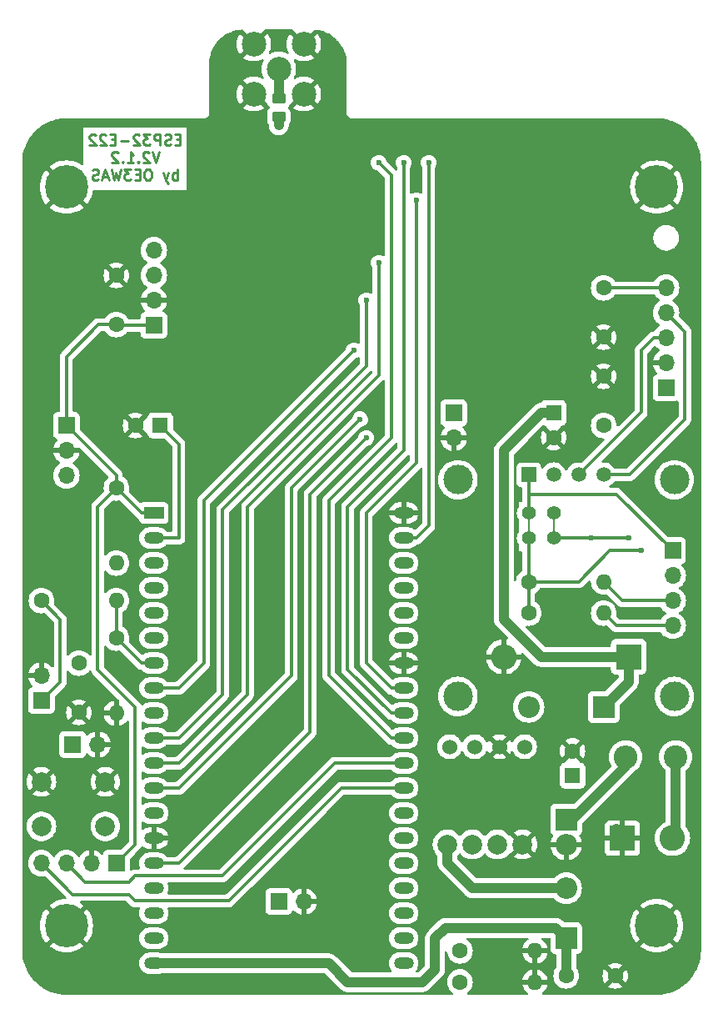
<source format=gbr>
%TF.GenerationSoftware,KiCad,Pcbnew,8.0.5-8.0.5-0~ubuntu20.04.1*%
%TF.CreationDate,2024-11-22T10:43:45+01:00*%
%TF.ProjectId,esp32-e22,65737033-322d-4653-9232-2e6b69636164,V 2.1.2*%
%TF.SameCoordinates,Original*%
%TF.FileFunction,Copper,L2,Bot*%
%TF.FilePolarity,Positive*%
%FSLAX46Y46*%
G04 Gerber Fmt 4.6, Leading zero omitted, Abs format (unit mm)*
G04 Created by KiCad (PCBNEW 8.0.5-8.0.5-0~ubuntu20.04.1) date 2024-11-22 10:43:45*
%MOMM*%
%LPD*%
G01*
G04 APERTURE LIST*
G04 Aperture macros list*
%AMRoundRect*
0 Rectangle with rounded corners*
0 $1 Rounding radius*
0 $2 $3 $4 $5 $6 $7 $8 $9 X,Y pos of 4 corners*
0 Add a 4 corners polygon primitive as box body*
4,1,4,$2,$3,$4,$5,$6,$7,$8,$9,$2,$3,0*
0 Add four circle primitives for the rounded corners*
1,1,$1+$1,$2,$3*
1,1,$1+$1,$4,$5*
1,1,$1+$1,$6,$7*
1,1,$1+$1,$8,$9*
0 Add four rect primitives between the rounded corners*
20,1,$1+$1,$2,$3,$4,$5,0*
20,1,$1+$1,$4,$5,$6,$7,0*
20,1,$1+$1,$6,$7,$8,$9,0*
20,1,$1+$1,$8,$9,$2,$3,0*%
G04 Aperture macros list end*
%ADD10C,0.275000*%
%TA.AperFunction,NonConductor*%
%ADD11C,0.275000*%
%TD*%
%TA.AperFunction,ComponentPad*%
%ADD12R,1.700000X1.700000*%
%TD*%
%TA.AperFunction,ComponentPad*%
%ADD13O,1.700000X1.700000*%
%TD*%
%TA.AperFunction,ComponentPad*%
%ADD14C,1.600000*%
%TD*%
%TA.AperFunction,ComponentPad*%
%ADD15O,1.600000X1.600000*%
%TD*%
%TA.AperFunction,ComponentPad*%
%ADD16R,1.600000X1.600000*%
%TD*%
%TA.AperFunction,ComponentPad*%
%ADD17C,2.600000*%
%TD*%
%TA.AperFunction,ConnectorPad*%
%ADD18C,4.400000*%
%TD*%
%TA.AperFunction,ComponentPad*%
%ADD19R,2.600000X2.600000*%
%TD*%
%TA.AperFunction,ComponentPad*%
%ADD20R,2.200000X2.200000*%
%TD*%
%TA.AperFunction,ComponentPad*%
%ADD21O,2.200000X2.200000*%
%TD*%
%TA.AperFunction,WasherPad*%
%ADD22C,3.000000*%
%TD*%
%TA.AperFunction,ComponentPad*%
%ADD23R,1.508000X1.508000*%
%TD*%
%TA.AperFunction,ComponentPad*%
%ADD24C,1.508000*%
%TD*%
%TA.AperFunction,ComponentPad*%
%ADD25C,2.000000*%
%TD*%
%TA.AperFunction,ComponentPad*%
%ADD26C,2.500000*%
%TD*%
%TA.AperFunction,ComponentPad*%
%ADD27R,2.000000X1.200000*%
%TD*%
%TA.AperFunction,ComponentPad*%
%ADD28O,2.000000X1.200000*%
%TD*%
%TA.AperFunction,ComponentPad*%
%ADD29C,2.400000*%
%TD*%
%TA.AperFunction,ComponentPad*%
%ADD30O,2.400000X2.400000*%
%TD*%
%TA.AperFunction,ComponentPad*%
%ADD31O,2.600000X2.600000*%
%TD*%
%TA.AperFunction,ComponentPad*%
%ADD32C,1.524000*%
%TD*%
%TA.AperFunction,ComponentPad*%
%ADD33C,1.400000*%
%TD*%
%TA.AperFunction,SMDPad,CuDef*%
%ADD34RoundRect,0.250000X-0.450000X0.262500X-0.450000X-0.262500X0.450000X-0.262500X0.450000X0.262500X0*%
%TD*%
%TA.AperFunction,ViaPad*%
%ADD35C,0.600000*%
%TD*%
%TA.AperFunction,ViaPad*%
%ADD36C,1.300000*%
%TD*%
%TA.AperFunction,Conductor*%
%ADD37C,0.300000*%
%TD*%
%TA.AperFunction,Conductor*%
%ADD38C,0.200000*%
%TD*%
%TA.AperFunction,Conductor*%
%ADD39C,1.000000*%
%TD*%
G04 APERTURE END LIST*
D10*
D11*
X127138333Y-58598014D02*
X126771666Y-58598014D01*
X126614523Y-59174204D02*
X127138333Y-59174204D01*
X127138333Y-59174204D02*
X127138333Y-58074204D01*
X127138333Y-58074204D02*
X126614523Y-58074204D01*
X126195476Y-59121824D02*
X126038333Y-59174204D01*
X126038333Y-59174204D02*
X125776428Y-59174204D01*
X125776428Y-59174204D02*
X125671666Y-59121824D01*
X125671666Y-59121824D02*
X125619285Y-59069443D01*
X125619285Y-59069443D02*
X125566904Y-58964681D01*
X125566904Y-58964681D02*
X125566904Y-58859919D01*
X125566904Y-58859919D02*
X125619285Y-58755157D01*
X125619285Y-58755157D02*
X125671666Y-58702776D01*
X125671666Y-58702776D02*
X125776428Y-58650395D01*
X125776428Y-58650395D02*
X125985952Y-58598014D01*
X125985952Y-58598014D02*
X126090714Y-58545633D01*
X126090714Y-58545633D02*
X126143095Y-58493252D01*
X126143095Y-58493252D02*
X126195476Y-58388490D01*
X126195476Y-58388490D02*
X126195476Y-58283728D01*
X126195476Y-58283728D02*
X126143095Y-58178966D01*
X126143095Y-58178966D02*
X126090714Y-58126585D01*
X126090714Y-58126585D02*
X125985952Y-58074204D01*
X125985952Y-58074204D02*
X125724047Y-58074204D01*
X125724047Y-58074204D02*
X125566904Y-58126585D01*
X125095476Y-59174204D02*
X125095476Y-58074204D01*
X125095476Y-58074204D02*
X124676428Y-58074204D01*
X124676428Y-58074204D02*
X124571666Y-58126585D01*
X124571666Y-58126585D02*
X124519285Y-58178966D01*
X124519285Y-58178966D02*
X124466904Y-58283728D01*
X124466904Y-58283728D02*
X124466904Y-58440871D01*
X124466904Y-58440871D02*
X124519285Y-58545633D01*
X124519285Y-58545633D02*
X124571666Y-58598014D01*
X124571666Y-58598014D02*
X124676428Y-58650395D01*
X124676428Y-58650395D02*
X125095476Y-58650395D01*
X124100238Y-58074204D02*
X123419285Y-58074204D01*
X123419285Y-58074204D02*
X123785952Y-58493252D01*
X123785952Y-58493252D02*
X123628809Y-58493252D01*
X123628809Y-58493252D02*
X123524047Y-58545633D01*
X123524047Y-58545633D02*
X123471666Y-58598014D01*
X123471666Y-58598014D02*
X123419285Y-58702776D01*
X123419285Y-58702776D02*
X123419285Y-58964681D01*
X123419285Y-58964681D02*
X123471666Y-59069443D01*
X123471666Y-59069443D02*
X123524047Y-59121824D01*
X123524047Y-59121824D02*
X123628809Y-59174204D01*
X123628809Y-59174204D02*
X123943095Y-59174204D01*
X123943095Y-59174204D02*
X124047857Y-59121824D01*
X124047857Y-59121824D02*
X124100238Y-59069443D01*
X123000238Y-58178966D02*
X122947857Y-58126585D01*
X122947857Y-58126585D02*
X122843095Y-58074204D01*
X122843095Y-58074204D02*
X122581190Y-58074204D01*
X122581190Y-58074204D02*
X122476428Y-58126585D01*
X122476428Y-58126585D02*
X122424047Y-58178966D01*
X122424047Y-58178966D02*
X122371666Y-58283728D01*
X122371666Y-58283728D02*
X122371666Y-58388490D01*
X122371666Y-58388490D02*
X122424047Y-58545633D01*
X122424047Y-58545633D02*
X123052619Y-59174204D01*
X123052619Y-59174204D02*
X122371666Y-59174204D01*
X121900238Y-58755157D02*
X121062143Y-58755157D01*
X120538333Y-58598014D02*
X120171666Y-58598014D01*
X120014523Y-59174204D02*
X120538333Y-59174204D01*
X120538333Y-59174204D02*
X120538333Y-58074204D01*
X120538333Y-58074204D02*
X120014523Y-58074204D01*
X119595476Y-58178966D02*
X119543095Y-58126585D01*
X119543095Y-58126585D02*
X119438333Y-58074204D01*
X119438333Y-58074204D02*
X119176428Y-58074204D01*
X119176428Y-58074204D02*
X119071666Y-58126585D01*
X119071666Y-58126585D02*
X119019285Y-58178966D01*
X119019285Y-58178966D02*
X118966904Y-58283728D01*
X118966904Y-58283728D02*
X118966904Y-58388490D01*
X118966904Y-58388490D02*
X119019285Y-58545633D01*
X119019285Y-58545633D02*
X119647857Y-59174204D01*
X119647857Y-59174204D02*
X118966904Y-59174204D01*
X118547857Y-58178966D02*
X118495476Y-58126585D01*
X118495476Y-58126585D02*
X118390714Y-58074204D01*
X118390714Y-58074204D02*
X118128809Y-58074204D01*
X118128809Y-58074204D02*
X118024047Y-58126585D01*
X118024047Y-58126585D02*
X117971666Y-58178966D01*
X117971666Y-58178966D02*
X117919285Y-58283728D01*
X117919285Y-58283728D02*
X117919285Y-58388490D01*
X117919285Y-58388490D02*
X117971666Y-58545633D01*
X117971666Y-58545633D02*
X118600238Y-59174204D01*
X118600238Y-59174204D02*
X117919285Y-59174204D01*
X125016905Y-59845142D02*
X124650238Y-60945142D01*
X124650238Y-60945142D02*
X124283571Y-59845142D01*
X123969286Y-59949904D02*
X123916905Y-59897523D01*
X123916905Y-59897523D02*
X123812143Y-59845142D01*
X123812143Y-59845142D02*
X123550238Y-59845142D01*
X123550238Y-59845142D02*
X123445476Y-59897523D01*
X123445476Y-59897523D02*
X123393095Y-59949904D01*
X123393095Y-59949904D02*
X123340714Y-60054666D01*
X123340714Y-60054666D02*
X123340714Y-60159428D01*
X123340714Y-60159428D02*
X123393095Y-60316571D01*
X123393095Y-60316571D02*
X124021667Y-60945142D01*
X124021667Y-60945142D02*
X123340714Y-60945142D01*
X122869286Y-60840381D02*
X122816905Y-60892762D01*
X122816905Y-60892762D02*
X122869286Y-60945142D01*
X122869286Y-60945142D02*
X122921667Y-60892762D01*
X122921667Y-60892762D02*
X122869286Y-60840381D01*
X122869286Y-60840381D02*
X122869286Y-60945142D01*
X121769285Y-60945142D02*
X122397857Y-60945142D01*
X122083571Y-60945142D02*
X122083571Y-59845142D01*
X122083571Y-59845142D02*
X122188333Y-60002285D01*
X122188333Y-60002285D02*
X122293095Y-60107047D01*
X122293095Y-60107047D02*
X122397857Y-60159428D01*
X121297857Y-60840381D02*
X121245476Y-60892762D01*
X121245476Y-60892762D02*
X121297857Y-60945142D01*
X121297857Y-60945142D02*
X121350238Y-60892762D01*
X121350238Y-60892762D02*
X121297857Y-60840381D01*
X121297857Y-60840381D02*
X121297857Y-60945142D01*
X120826428Y-59949904D02*
X120774047Y-59897523D01*
X120774047Y-59897523D02*
X120669285Y-59845142D01*
X120669285Y-59845142D02*
X120407380Y-59845142D01*
X120407380Y-59845142D02*
X120302618Y-59897523D01*
X120302618Y-59897523D02*
X120250237Y-59949904D01*
X120250237Y-59949904D02*
X120197856Y-60054666D01*
X120197856Y-60054666D02*
X120197856Y-60159428D01*
X120197856Y-60159428D02*
X120250237Y-60316571D01*
X120250237Y-60316571D02*
X120878809Y-60945142D01*
X120878809Y-60945142D02*
X120197856Y-60945142D01*
X126850237Y-62716080D02*
X126850237Y-61616080D01*
X126850237Y-62035128D02*
X126745475Y-61982747D01*
X126745475Y-61982747D02*
X126535951Y-61982747D01*
X126535951Y-61982747D02*
X126431189Y-62035128D01*
X126431189Y-62035128D02*
X126378808Y-62087509D01*
X126378808Y-62087509D02*
X126326427Y-62192271D01*
X126326427Y-62192271D02*
X126326427Y-62506557D01*
X126326427Y-62506557D02*
X126378808Y-62611319D01*
X126378808Y-62611319D02*
X126431189Y-62663700D01*
X126431189Y-62663700D02*
X126535951Y-62716080D01*
X126535951Y-62716080D02*
X126745475Y-62716080D01*
X126745475Y-62716080D02*
X126850237Y-62663700D01*
X125959761Y-61982747D02*
X125697856Y-62716080D01*
X125435951Y-61982747D02*
X125697856Y-62716080D01*
X125697856Y-62716080D02*
X125802618Y-62977985D01*
X125802618Y-62977985D02*
X125854999Y-63030366D01*
X125854999Y-63030366D02*
X125959761Y-63082747D01*
X123969285Y-61616080D02*
X123759761Y-61616080D01*
X123759761Y-61616080D02*
X123654999Y-61668461D01*
X123654999Y-61668461D02*
X123550237Y-61773223D01*
X123550237Y-61773223D02*
X123497856Y-61982747D01*
X123497856Y-61982747D02*
X123497856Y-62349414D01*
X123497856Y-62349414D02*
X123550237Y-62558938D01*
X123550237Y-62558938D02*
X123654999Y-62663700D01*
X123654999Y-62663700D02*
X123759761Y-62716080D01*
X123759761Y-62716080D02*
X123969285Y-62716080D01*
X123969285Y-62716080D02*
X124074047Y-62663700D01*
X124074047Y-62663700D02*
X124178809Y-62558938D01*
X124178809Y-62558938D02*
X124231190Y-62349414D01*
X124231190Y-62349414D02*
X124231190Y-61982747D01*
X124231190Y-61982747D02*
X124178809Y-61773223D01*
X124178809Y-61773223D02*
X124074047Y-61668461D01*
X124074047Y-61668461D02*
X123969285Y-61616080D01*
X123026428Y-62139890D02*
X122659761Y-62139890D01*
X122502618Y-62716080D02*
X123026428Y-62716080D01*
X123026428Y-62716080D02*
X123026428Y-61616080D01*
X123026428Y-61616080D02*
X122502618Y-61616080D01*
X122135952Y-61616080D02*
X121454999Y-61616080D01*
X121454999Y-61616080D02*
X121821666Y-62035128D01*
X121821666Y-62035128D02*
X121664523Y-62035128D01*
X121664523Y-62035128D02*
X121559761Y-62087509D01*
X121559761Y-62087509D02*
X121507380Y-62139890D01*
X121507380Y-62139890D02*
X121454999Y-62244652D01*
X121454999Y-62244652D02*
X121454999Y-62506557D01*
X121454999Y-62506557D02*
X121507380Y-62611319D01*
X121507380Y-62611319D02*
X121559761Y-62663700D01*
X121559761Y-62663700D02*
X121664523Y-62716080D01*
X121664523Y-62716080D02*
X121978809Y-62716080D01*
X121978809Y-62716080D02*
X122083571Y-62663700D01*
X122083571Y-62663700D02*
X122135952Y-62611319D01*
X121088333Y-61616080D02*
X120826428Y-62716080D01*
X120826428Y-62716080D02*
X120616904Y-61930366D01*
X120616904Y-61930366D02*
X120407380Y-62716080D01*
X120407380Y-62716080D02*
X120145476Y-61616080D01*
X119778809Y-62401795D02*
X119254999Y-62401795D01*
X119883571Y-62716080D02*
X119516904Y-61616080D01*
X119516904Y-61616080D02*
X119150237Y-62716080D01*
X118835952Y-62663700D02*
X118678809Y-62716080D01*
X118678809Y-62716080D02*
X118416904Y-62716080D01*
X118416904Y-62716080D02*
X118312142Y-62663700D01*
X118312142Y-62663700D02*
X118259761Y-62611319D01*
X118259761Y-62611319D02*
X118207380Y-62506557D01*
X118207380Y-62506557D02*
X118207380Y-62401795D01*
X118207380Y-62401795D02*
X118259761Y-62297033D01*
X118259761Y-62297033D02*
X118312142Y-62244652D01*
X118312142Y-62244652D02*
X118416904Y-62192271D01*
X118416904Y-62192271D02*
X118626428Y-62139890D01*
X118626428Y-62139890D02*
X118731190Y-62087509D01*
X118731190Y-62087509D02*
X118783571Y-62035128D01*
X118783571Y-62035128D02*
X118835952Y-61930366D01*
X118835952Y-61930366D02*
X118835952Y-61825604D01*
X118835952Y-61825604D02*
X118783571Y-61720842D01*
X118783571Y-61720842D02*
X118731190Y-61668461D01*
X118731190Y-61668461D02*
X118626428Y-61616080D01*
X118626428Y-61616080D02*
X118364523Y-61616080D01*
X118364523Y-61616080D02*
X118207380Y-61668461D01*
D12*
%TO.P,J5,1,Pin_1*%
%TO.N,+3.3V*%
X115570000Y-87630000D03*
D13*
%TO.P,J5,2,Pin_2*%
%TO.N,GND*%
X115570000Y-90170000D03*
%TO.P,J5,3,Pin_3*%
%TO.N,/OneWire*%
X115570000Y-92710000D03*
%TD*%
D14*
%TO.P,R1,1*%
%TO.N,Net-(J1-Pin_1)*%
X113030000Y-105410000D03*
D15*
%TO.P,R1,2*%
%TO.N,Net-(U1-32K_XP{slash}GPIO32{slash}ADC1_CH4)*%
X120650000Y-105410000D03*
%TD*%
D16*
%TO.P,C6,1*%
%TO.N,+5V*%
X167005000Y-123190000D03*
D14*
%TO.P,C6,2*%
%TO.N,GND*%
X167005000Y-120690000D03*
%TD*%
D17*
%TO.P,H3,1,1*%
%TO.N,GND*%
X115570000Y-138430000D03*
D18*
X115570000Y-138430000D03*
%TD*%
D19*
%TO.P,J3,1,Pin_1*%
%TO.N,GND*%
X172085000Y-129540000D03*
D17*
%TO.P,J3,2,Pin_2*%
%TO.N,Net-(J3-Pin_2)*%
X177165000Y-129540000D03*
%TD*%
D14*
%TO.P,R2,1*%
%TO.N,Net-(U1-32K_XP{slash}GPIO32{slash}ADC1_CH4)*%
X120650000Y-109220000D03*
D15*
%TO.P,R2,2*%
%TO.N,GND*%
X120650000Y-116840000D03*
%TD*%
D20*
%TO.P,D5,1,K*%
%TO.N,Net-(D5-K)*%
X166370000Y-127635000D03*
D21*
%TO.P,D5,2,A*%
%TO.N,GND*%
X166370000Y-130175000D03*
%TD*%
D16*
%TO.P,C2,1*%
%TO.N,Net-(U1-CHIP_PU)*%
X125095000Y-87630000D03*
D14*
%TO.P,C2,2*%
%TO.N,GND*%
X122595000Y-87630000D03*
%TD*%
D22*
%TO.P,U2,*%
%TO.N,*%
X155370000Y-93140000D03*
X155370000Y-115140000D03*
X177370000Y-93140000D03*
X177370000Y-115140000D03*
D23*
%TO.P,U2,1,VCC_IN*%
%TO.N,+3.3V*%
X162560000Y-92640000D03*
D24*
%TO.P,U2,2,GND*%
%TO.N,Net-(J11-Pin_2)*%
X165100000Y-92640000D03*
%TO.P,U2,3,SCL*%
%TO.N,/SCL*%
X167640000Y-92640000D03*
%TO.P,U2,4,SDA*%
%TO.N,/SDA*%
X170180000Y-92640000D03*
%TD*%
D14*
%TO.P,R5,1*%
%TO.N,+3.3V*%
X120650000Y-93980000D03*
D15*
%TO.P,R5,2*%
%TO.N,/OneWire*%
X120650000Y-101600000D03*
%TD*%
D25*
%TO.P,J2,1,V+*%
%TO.N,Net-(D1-A)*%
X154305000Y-130175000D03*
%TO.P,J2,2,CC1*%
%TO.N,Net-(J2-CC1)*%
X156845000Y-130175000D03*
%TO.P,J2,3,CC2*%
%TO.N,Net-(J2-CC2)*%
X159385000Y-130175000D03*
%TO.P,J2,4,GND*%
%TO.N,GND*%
X161925000Y-130175000D03*
%TD*%
D17*
%TO.P,H1,1,1*%
%TO.N,GND*%
X115570000Y-63430000D03*
D18*
X115570000Y-63430000D03*
%TD*%
D12*
%TO.P,J1,1,Pin_1*%
%TO.N,Net-(J1-Pin_1)*%
X113030000Y-115570000D03*
D13*
%TO.P,J1,2,Pin_2*%
%TO.N,GND*%
X113030000Y-113030000D03*
%TD*%
D12*
%TO.P,J6,1,Pin_1*%
%TO.N,+3.3V*%
X124460000Y-77470000D03*
D13*
%TO.P,J6,2,Pin_2*%
%TO.N,GND*%
X124460000Y-74930000D03*
%TO.P,J6,3,Pin_3*%
%TO.N,/SCL*%
X124460000Y-72390000D03*
%TO.P,J6,4,Pin_4*%
%TO.N,/SDA*%
X124460000Y-69850000D03*
%TD*%
D20*
%TO.P,D1,1,K*%
%TO.N,+5V*%
X166370000Y-139700000D03*
D21*
%TO.P,D1,2,A*%
%TO.N,Net-(D1-A)*%
X166370000Y-134620000D03*
%TD*%
D14*
%TO.P,C4,1*%
%TO.N,+5V*%
X170180000Y-87630000D03*
%TO.P,C4,2*%
%TO.N,GND*%
X170180000Y-82630000D03*
%TD*%
D17*
%TO.P,H2,1,1*%
%TO.N,GND*%
X175570000Y-63430000D03*
D18*
X175570000Y-63430000D03*
%TD*%
D12*
%TO.P,J7,1,Pin_1*%
%TO.N,+3.3V*%
X176530000Y-83820000D03*
D13*
%TO.P,J7,2,Pin_2*%
%TO.N,GND*%
X176530000Y-81280000D03*
%TO.P,J7,3,Pin_3*%
%TO.N,/SCL*%
X176530000Y-78740000D03*
%TO.P,J7,4,Pin_4*%
%TO.N,/SDA*%
X176530000Y-76200000D03*
%TO.P,J7,5,Pin_5*%
%TO.N,+3.3V*%
X176530000Y-73660000D03*
%TD*%
D14*
%TO.P,C5,1*%
%TO.N,+5V*%
X166370000Y-143510000D03*
%TO.P,C5,2*%
%TO.N,GND*%
X171370000Y-143510000D03*
%TD*%
D26*
%TO.P,J8,1,In*%
%TO.N,Net-(J8-In)*%
X137160000Y-51435000D03*
%TO.P,J8,2,Ext*%
%TO.N,GND*%
X139700000Y-48895000D03*
X134620000Y-48895000D03*
X139700000Y-53975000D03*
X134620000Y-53975000D03*
%TD*%
D16*
%TO.P,C3,1*%
%TO.N,+5V*%
X165100000Y-86360000D03*
D14*
%TO.P,C3,2*%
%TO.N,GND*%
X165100000Y-88860000D03*
%TD*%
D12*
%TO.P,J4,1,Pin_1*%
%TO.N,+3.3V*%
X120640000Y-132080000D03*
D13*
%TO.P,J4,2,Pin_2*%
%TO.N,GND*%
X118100000Y-132080000D03*
%TO.P,J4,3,Pin_3*%
%TO.N,/GPS_TX*%
X115560000Y-132080000D03*
%TO.P,J4,4,Pin_4*%
%TO.N,/GPS_RX*%
X113020000Y-132080000D03*
%TD*%
D27*
%TO.P,U1,1,3V3*%
%TO.N,+3.3V*%
X124460000Y-96520000D03*
D28*
%TO.P,U1,2,CHIP_PU*%
%TO.N,Net-(U1-CHIP_PU)*%
X124460000Y-99060000D03*
%TO.P,U1,3,SENSOR_VP/GPIO36/ADC1_CH0*%
%TO.N,unconnected-(U1-SENSOR_VP{slash}GPIO36{slash}ADC1_CH0-Pad3)*%
X124460000Y-101600000D03*
%TO.P,U1,4,SENSOR_VN/GPIO39/ADC1_CH3*%
%TO.N,unconnected-(U1-SENSOR_VN{slash}GPIO39{slash}ADC1_CH3-Pad4)*%
X124460000Y-104140000D03*
%TO.P,U1,5,VDET_1/GPIO34/ADC1_CH6*%
%TO.N,unconnected-(U1-VDET_1{slash}GPIO34{slash}ADC1_CH6-Pad5)*%
X124460000Y-106680000D03*
%TO.P,U1,6,VDET_2/GPIO35/ADC1_CH7*%
%TO.N,unconnected-(U1-VDET_2{slash}GPIO35{slash}ADC1_CH7-Pad6)*%
X124460000Y-109220000D03*
%TO.P,U1,7,32K_XP/GPIO32/ADC1_CH4*%
%TO.N,Net-(U1-32K_XP{slash}GPIO32{slash}ADC1_CH4)*%
X124460000Y-111760000D03*
%TO.P,U1,8,32K_XN/GPIO33/ADC1_CH5*%
%TO.N,/E22_DIO1*%
X124460000Y-114300000D03*
%TO.P,U1,9,DAC_1/ADC2_CH8/GPIO25*%
%TO.N,/OneWire*%
X124460000Y-116840000D03*
%TO.P,U1,10,DAC_2/ADC2_CH9/GPIO26*%
%TO.N,/E22_BUSY*%
X124460000Y-119380000D03*
%TO.P,U1,11,ADC2_CH7/GPIO27*%
%TO.N,/E22_NRST*%
X124460000Y-121920000D03*
%TO.P,U1,12,MTMS/GPIO14/ADC2_CH6*%
%TO.N,/E22_RXEN*%
X124460000Y-124460000D03*
%TO.P,U1,13,MTDI/GPIO12/ADC2_CH5*%
%TO.N,Net-(J10-Pin_1)*%
X124460000Y-127000000D03*
%TO.P,U1,14,GND*%
%TO.N,GND*%
X124460000Y-129540000D03*
%TO.P,U1,15,MTCK/GPIO13/ADC2_CH4*%
%TO.N,/E22_TXEN*%
X124460000Y-132080000D03*
%TO.P,U1,16,SD_DATA2/GPIO9*%
%TO.N,unconnected-(U1-SD_DATA2{slash}GPIO9-Pad16)*%
X124460000Y-134620000D03*
%TO.P,U1,17,SD_DATA3/GPIO10*%
%TO.N,unconnected-(U1-SD_DATA3{slash}GPIO10-Pad17)*%
X124460000Y-137160000D03*
%TO.P,U1,18,CMD*%
%TO.N,unconnected-(U1-CMD-Pad18)*%
X124460000Y-139700000D03*
%TO.P,U1,19,5V*%
%TO.N,+5V*%
X124460000Y-142240000D03*
%TO.P,U1,20,SD_CLK/GPIO6*%
%TO.N,unconnected-(U1-SD_CLK{slash}GPIO6-Pad20)*%
X149856320Y-142237280D03*
%TO.P,U1,21,SD_DATA0/GPIO7*%
%TO.N,unconnected-(U1-SD_DATA0{slash}GPIO7-Pad21)*%
X149856320Y-139697280D03*
%TO.P,U1,22,SD_DATA1/GPIO8*%
%TO.N,unconnected-(U1-SD_DATA1{slash}GPIO8-Pad22)*%
X149860000Y-137160000D03*
%TO.P,U1,23,MTDO/GPIO15/ADC2_CH3*%
%TO.N,unconnected-(U1-MTDO{slash}GPIO15{slash}ADC2_CH3-Pad23)*%
X149860000Y-134620000D03*
%TO.P,U1,24,ADC2_CH2/GPIO2*%
%TO.N,unconnected-(U1-ADC2_CH2{slash}GPIO2-Pad24)*%
X149860000Y-132080000D03*
%TO.P,U1,25,GPIO0/BOOT/ADC2_CH1*%
%TO.N,unconnected-(U1-GPIO0{slash}BOOT{slash}ADC2_CH1-Pad25)*%
X149860000Y-129540000D03*
%TO.P,U1,26,ADC2_CH0/GPIO4*%
%TO.N,unconnected-(U1-ADC2_CH0{slash}GPIO4-Pad26)*%
X149860000Y-127000000D03*
%TO.P,U1,27,GPIO16*%
%TO.N,/GPS_RX*%
X149860000Y-124460000D03*
%TO.P,U1,28,GPIO17*%
%TO.N,/GPS_TX*%
X149860000Y-121920000D03*
%TO.P,U1,29,GPIO5*%
%TO.N,/E22_NSS*%
X149860000Y-119380000D03*
%TO.P,U1,30,GPIO18*%
%TO.N,/E22_SCK*%
X149860000Y-116840000D03*
%TO.P,U1,31,GPIO19*%
%TO.N,/MISO*%
X149860000Y-114300000D03*
%TO.P,U1,32,GND*%
%TO.N,GND*%
X149860000Y-111760000D03*
%TO.P,U1,33,GPIO21*%
%TO.N,/SDA*%
X149860000Y-109220000D03*
%TO.P,U1,34,U0RXD/GPIO3*%
%TO.N,unconnected-(U1-U0RXD{slash}GPIO3-Pad34)*%
X149860000Y-106680000D03*
%TO.P,U1,35,U0TXD/GPIO1*%
%TO.N,unconnected-(U1-U0TXD{slash}GPIO1-Pad35)*%
X149860000Y-104140000D03*
%TO.P,U1,36,GPIO22*%
%TO.N,/SCL*%
X149860000Y-101600000D03*
%TO.P,U1,37,GPIO23*%
%TO.N,/MOSI*%
X149860000Y-99060000D03*
%TO.P,U1,38,GND*%
%TO.N,GND*%
X149860000Y-96520000D03*
%TD*%
D14*
%TO.P,C7,1*%
%TO.N,+3.3V*%
X170180000Y-73660000D03*
%TO.P,C7,2*%
%TO.N,GND*%
X170180000Y-78660000D03*
%TD*%
%TO.P,C1,1*%
%TO.N,Net-(U1-32K_XP{slash}GPIO32{slash}ADC1_CH4)*%
X116840000Y-111760000D03*
%TO.P,C1,2*%
%TO.N,GND*%
X116840000Y-116760000D03*
%TD*%
D17*
%TO.P,H4,1,1*%
%TO.N,GND*%
X175570000Y-138430000D03*
D18*
X175570000Y-138430000D03*
%TD*%
D29*
%TO.P,F1,1*%
%TO.N,Net-(J3-Pin_2)*%
X177500000Y-121285000D03*
D30*
%TO.P,F1,2*%
%TO.N,Net-(D5-K)*%
X172420000Y-121285000D03*
%TD*%
D14*
%TO.P,C8,1*%
%TO.N,GND*%
X120650000Y-72390000D03*
%TO.P,C8,2*%
%TO.N,+3.3V*%
X120650000Y-77390000D03*
%TD*%
D12*
%TO.P,J10,1,Pin_1*%
%TO.N,Net-(J10-Pin_1)*%
X116205000Y-120015000D03*
D13*
%TO.P,J10,2,Pin_2*%
%TO.N,GND*%
X118745000Y-120015000D03*
%TD*%
D25*
%TO.P,SW1,1,1*%
%TO.N,GND*%
X113030000Y-123825000D03*
X119530000Y-123825000D03*
%TO.P,SW1,2,2*%
%TO.N,Net-(J10-Pin_1)*%
X113030000Y-128325000D03*
X119530000Y-128325000D03*
%TD*%
D12*
%TO.P,J9,1,Pin_1*%
%TO.N,Net-(J9-Pin_1)*%
X154940000Y-86360000D03*
D13*
%TO.P,J9,2,Pin_2*%
%TO.N,GND*%
X154940000Y-88900000D03*
%TD*%
D19*
%TO.P,D4,1,K*%
%TO.N,+5V*%
X172720000Y-111125000D03*
D31*
%TO.P,D4,2,A*%
%TO.N,GND*%
X160020000Y-111125000D03*
%TD*%
D32*
%TO.P,U4,1,VO+*%
%TO.N,Net-(D2-A)*%
X162135000Y-120255000D03*
%TO.P,U4,2,GND*%
%TO.N,GND*%
X159595000Y-120255000D03*
%TO.P,U4,3,IN+*%
%TO.N,Net-(D5-K)*%
X157055000Y-120255000D03*
%TO.P,U4,4,EN*%
%TO.N,Net-(J12-Pin_1)*%
X154515000Y-120255000D03*
%TD*%
D33*
%TO.P,JP1,1,A*%
%TO.N,+3.3V*%
X162560000Y-96520000D03*
%TO.P,JP1,2,B*%
X162560000Y-99060000D03*
%TD*%
D14*
%TO.P,R4,1*%
%TO.N,Net-(J2-CC1)*%
X155575000Y-140970000D03*
D15*
%TO.P,R4,2*%
%TO.N,GND*%
X163195000Y-140970000D03*
%TD*%
D34*
%TO.P,R8,1*%
%TO.N,Net-(J8-In)*%
X137160000Y-54459500D03*
%TO.P,R8,2*%
%TO.N,Net-(U3-ANT)*%
X137160000Y-56284500D03*
%TD*%
D12*
%TO.P,J12,1,Pin_1*%
%TO.N,Net-(J12-Pin_1)*%
X137160000Y-135960000D03*
D13*
%TO.P,J12,2,Pin_2*%
%TO.N,GND*%
X139700000Y-135960000D03*
%TD*%
D14*
%TO.P,R7,1*%
%TO.N,+3.3V*%
X162560000Y-103505000D03*
D15*
%TO.P,R7,2*%
%TO.N,/SCL*%
X170180000Y-103505000D03*
%TD*%
D20*
%TO.P,D2,1,K*%
%TO.N,+5V*%
X170180000Y-116205000D03*
D21*
%TO.P,D2,2,A*%
%TO.N,Net-(D2-A)*%
X162560000Y-116205000D03*
%TD*%
D33*
%TO.P,JP2,1,A*%
%TO.N,Net-(J11-Pin_2)*%
X165100000Y-99060000D03*
%TO.P,JP2,2,B*%
X165100000Y-96520000D03*
%TD*%
D12*
%TO.P,J11,1,Pin_1*%
%TO.N,+3.3V*%
X177190000Y-100340000D03*
D13*
%TO.P,J11,2,Pin_2*%
%TO.N,Net-(J11-Pin_2)*%
X177190000Y-102880000D03*
%TO.P,J11,3,Pin_3*%
%TO.N,/SCL*%
X177190000Y-105420000D03*
%TO.P,J11,4,Pin_4*%
%TO.N,/SDA*%
X177190000Y-107960000D03*
%TD*%
D14*
%TO.P,R6,1*%
%TO.N,+3.3V*%
X162560000Y-106680000D03*
D15*
%TO.P,R6,2*%
%TO.N,/SDA*%
X170180000Y-106680000D03*
%TD*%
D14*
%TO.P,R3,1*%
%TO.N,Net-(J2-CC2)*%
X155575000Y-144145000D03*
D15*
%TO.P,R3,2*%
%TO.N,GND*%
X163195000Y-144145000D03*
%TD*%
D35*
%TO.N,+3.3V*%
X173990000Y-100330000D03*
%TO.N,GND*%
X140970000Y-77470000D03*
X143510000Y-67310000D03*
X140970000Y-67310000D03*
X138430000Y-74930000D03*
X138430000Y-72390000D03*
X130810000Y-67310000D03*
X137160000Y-71120000D03*
X143510000Y-72390000D03*
X143510000Y-77470000D03*
X138430000Y-77470000D03*
X143510000Y-74930000D03*
X138430000Y-69850000D03*
X155870000Y-99730000D03*
X155970000Y-105430000D03*
X143510000Y-64770000D03*
X130810000Y-72390000D03*
X140970000Y-69850000D03*
X130810000Y-74930000D03*
X130810000Y-64770000D03*
X133350000Y-69850000D03*
X133350000Y-67310000D03*
X132715000Y-109855000D03*
X133350000Y-64770000D03*
X138430000Y-67310000D03*
X133350000Y-77470000D03*
X130810000Y-69850000D03*
X140970000Y-64770000D03*
X143510000Y-69850000D03*
X135890000Y-77470000D03*
X130810000Y-77470000D03*
X135890000Y-67310000D03*
X140970000Y-74930000D03*
X135890000Y-64770000D03*
X135890000Y-74930000D03*
X138430000Y-64770000D03*
X140970000Y-72390000D03*
X135890000Y-69850000D03*
X137160000Y-71120000D03*
X133350000Y-72390000D03*
D36*
X137160000Y-71120000D03*
D35*
X133350000Y-74930000D03*
X135890000Y-72390000D03*
%TO.N,/E22_BUSY*%
X146050000Y-74930000D03*
%TO.N,/E22_NRST*%
X147320000Y-71120000D03*
%TO.N,/MISO*%
X151130000Y-64770000D03*
%TO.N,/MOSI*%
X152400000Y-60960000D03*
%TO.N,/E22_SCK*%
X149860000Y-60960000D03*
%TO.N,/E22_DIO1*%
X144780000Y-80010000D03*
%TO.N,/E22_NSS*%
X147320000Y-60960000D03*
%TO.N,/E22_RXEN*%
X145415000Y-86995000D03*
%TO.N,/E22_TXEN*%
X146050000Y-88900000D03*
%TO.N,Net-(J11-Pin_2)*%
X172720000Y-99060000D03*
X168910000Y-99060000D03*
%TO.N,Net-(U3-ANT)*%
X137160000Y-57150000D03*
%TD*%
D37*
%TO.N,/GPS_TX*%
X131445000Y-133350000D02*
X122555000Y-133350000D01*
X117465000Y-133985000D02*
X115560000Y-132080000D01*
X142875000Y-121920000D02*
X131445000Y-133350000D01*
X121920000Y-133985000D02*
X117465000Y-133985000D01*
X122555000Y-133350000D02*
X121920000Y-133985000D01*
X149860000Y-121920000D02*
X142875000Y-121920000D01*
%TO.N,+3.3V*%
X167640000Y-103505000D02*
X170815000Y-100330000D01*
X116840000Y-88900000D02*
X115570000Y-87630000D01*
X118745000Y-112395000D02*
X118745000Y-95885000D01*
X120730000Y-77470000D02*
X124460000Y-77470000D01*
X115570000Y-87630000D02*
X115570000Y-80645000D01*
X122555000Y-116205000D02*
X118745000Y-112395000D01*
X173990000Y-100330000D02*
X174000000Y-100340000D01*
X162560000Y-96520000D02*
X162560000Y-94615000D01*
X120640000Y-132080000D02*
X122555000Y-130165000D01*
X118825000Y-77390000D02*
X120650000Y-77390000D01*
X170815000Y-100330000D02*
X173990000Y-100330000D01*
X115570000Y-80645000D02*
X118825000Y-77390000D01*
X120650000Y-93980000D02*
X120650000Y-92710000D01*
X162560000Y-94615000D02*
X171465000Y-94615000D01*
X176530000Y-73660000D02*
X170180000Y-73660000D01*
X120650000Y-77390000D02*
X120730000Y-77470000D01*
X120650000Y-92710000D02*
X116840000Y-88900000D01*
X162560000Y-99060000D02*
X162560000Y-106680000D01*
X123190000Y-96520000D02*
X124460000Y-96520000D01*
X162560000Y-94615000D02*
X162560000Y-92640000D01*
D38*
X162560000Y-96520000D02*
X162560000Y-99060000D01*
D37*
X171465000Y-94615000D02*
X177190000Y-100340000D01*
X120650000Y-93980000D02*
X123190000Y-96520000D01*
X118745000Y-95885000D02*
X120650000Y-93980000D01*
X122555000Y-130165000D02*
X122555000Y-116205000D01*
X162560000Y-103505000D02*
X167640000Y-103505000D01*
D39*
%TO.N,GND*%
X171450000Y-128570000D02*
X172085000Y-129205000D01*
X172085000Y-129205000D02*
X172085000Y-129540000D01*
D37*
%TO.N,/GPS_RX*%
X116205000Y-135255000D02*
X113030000Y-132080000D01*
X143510000Y-124460000D02*
X132080000Y-135890000D01*
X121920000Y-135255000D02*
X116205000Y-135255000D01*
X132080000Y-135890000D02*
X122555000Y-135890000D01*
X122555000Y-135890000D02*
X121920000Y-135255000D01*
X113030000Y-132080000D02*
X113020000Y-132080000D01*
X149860000Y-124460000D02*
X143510000Y-124460000D01*
%TO.N,/SDA*%
X178435000Y-86995000D02*
X178435000Y-78105000D01*
X177190000Y-107960000D02*
X171460000Y-107960000D01*
X172790000Y-92640000D02*
X178435000Y-86995000D01*
X178435000Y-78105000D02*
X176530000Y-76200000D01*
X170180000Y-92640000D02*
X172790000Y-92640000D01*
X171460000Y-107960000D02*
X170180000Y-106680000D01*
%TO.N,/SCL*%
X173990000Y-80010000D02*
X175260000Y-78740000D01*
X167640000Y-92640000D02*
X173990000Y-86290000D01*
X173990000Y-86290000D02*
X173990000Y-80010000D01*
X172095000Y-105420000D02*
X170180000Y-103505000D01*
X177190000Y-105420000D02*
X172095000Y-105420000D01*
X175260000Y-78740000D02*
X176530000Y-78740000D01*
%TO.N,Net-(U1-32K_XP{slash}GPIO32{slash}ADC1_CH4)*%
X120650000Y-109220000D02*
X123190000Y-111760000D01*
X120650000Y-105410000D02*
X120650000Y-109220000D01*
X123190000Y-111760000D02*
X124460000Y-111760000D01*
%TO.N,/E22_BUSY*%
X146050000Y-81597500D02*
X131445000Y-96202500D01*
X131445000Y-114935000D02*
X127000000Y-119380000D01*
X131445000Y-96202500D02*
X131445000Y-114935000D01*
X146050000Y-74930000D02*
X146050000Y-81597500D01*
X127000000Y-119380000D02*
X124460000Y-119380000D01*
%TO.N,Net-(U1-CHIP_PU)*%
X127000000Y-89535000D02*
X125095000Y-87630000D01*
X124460000Y-99060000D02*
X127000000Y-99060000D01*
X127000000Y-99060000D02*
X127000000Y-89535000D01*
%TO.N,/E22_NRST*%
X133985000Y-114935000D02*
X127000000Y-121920000D01*
X147320000Y-71120000D02*
X147320000Y-82550000D01*
X127000000Y-121920000D02*
X124460000Y-121920000D01*
X133985000Y-95885000D02*
X133985000Y-114935000D01*
X147320000Y-82550000D02*
X133985000Y-95885000D01*
%TO.N,/MISO*%
X146050000Y-96520000D02*
X146050000Y-111760000D01*
X151130000Y-64770000D02*
X151130000Y-91440000D01*
X146050000Y-111760000D02*
X148590000Y-114300000D01*
X148590000Y-114300000D02*
X149860000Y-114300000D01*
X151130000Y-91440000D02*
X146050000Y-96520000D01*
%TO.N,/MOSI*%
X152400000Y-97790000D02*
X151130000Y-99060000D01*
X152400000Y-60960000D02*
X152400000Y-97790000D01*
X151130000Y-99060000D02*
X149860000Y-99060000D01*
%TO.N,/E22_SCK*%
X148590000Y-116840000D02*
X149860000Y-116840000D01*
X149860000Y-60960000D02*
X149860000Y-90170000D01*
X144145000Y-112395000D02*
X148590000Y-116840000D01*
X149860000Y-90170000D02*
X144145000Y-95885000D01*
X144145000Y-95885000D02*
X144145000Y-112395000D01*
D39*
%TO.N,+5V*%
X153035000Y-139700000D02*
X154087182Y-138647818D01*
X163830000Y-86360000D02*
X165100000Y-86360000D01*
X154087182Y-138647818D02*
X165317818Y-138647818D01*
X142240000Y-142240000D02*
X144145000Y-144145000D01*
X165317818Y-138647818D02*
X166370000Y-139700000D01*
X166370000Y-139700000D02*
X166370000Y-143510000D01*
X172720000Y-111125000D02*
X163830000Y-111125000D01*
X172720000Y-111125000D02*
X172720000Y-113665000D01*
X160020000Y-90170000D02*
X163830000Y-86360000D01*
X172720000Y-113665000D02*
X170180000Y-116205000D01*
X153035000Y-142875000D02*
X153035000Y-139700000D01*
X144145000Y-144145000D02*
X151765000Y-144145000D01*
X163830000Y-111125000D02*
X160020000Y-107315000D01*
X124460000Y-142240000D02*
X142240000Y-142240000D01*
X160020000Y-107315000D02*
X160020000Y-90170000D01*
X151765000Y-144145000D02*
X153035000Y-142875000D01*
D37*
%TO.N,/E22_DIO1*%
X129540000Y-111760000D02*
X127000000Y-114300000D01*
X129540000Y-95250000D02*
X129540000Y-111760000D01*
X144780000Y-80010000D02*
X129540000Y-95250000D01*
X127000000Y-114300000D02*
X124460000Y-114300000D01*
%TO.N,/E22_NSS*%
X148590000Y-119380000D02*
X149860000Y-119380000D01*
X142240000Y-113030000D02*
X148590000Y-119380000D01*
X142240000Y-95250000D02*
X142240000Y-113030000D01*
X148590000Y-62230000D02*
X148590000Y-88900000D01*
X147320000Y-60960000D02*
X148590000Y-62230000D01*
X148590000Y-88900000D02*
X142240000Y-95250000D01*
%TO.N,Net-(J1-Pin_1)*%
X113030000Y-115570000D02*
X114935000Y-113665000D01*
X114935000Y-113665000D02*
X114935000Y-107315000D01*
X114935000Y-107315000D02*
X113030000Y-105410000D01*
D39*
%TO.N,Net-(J8-In)*%
X137160000Y-54459500D02*
X137160000Y-51435000D01*
D37*
%TO.N,/E22_RXEN*%
X138430000Y-113030000D02*
X127000000Y-124460000D01*
X127000000Y-124460000D02*
X124460000Y-124460000D01*
X145415000Y-86995000D02*
X138430000Y-93980000D01*
X138430000Y-93980000D02*
X138430000Y-113030000D01*
%TO.N,/E22_TXEN*%
X140335000Y-118745000D02*
X127000000Y-132080000D01*
X146050000Y-88900000D02*
X140335000Y-94615000D01*
X127000000Y-132080000D02*
X124460000Y-132080000D01*
X140335000Y-94615000D02*
X140335000Y-118745000D01*
D38*
%TO.N,Net-(J11-Pin_2)*%
X165100000Y-96520000D02*
X165100000Y-99060000D01*
D37*
X168910000Y-99060000D02*
X172720000Y-99060000D01*
X168910000Y-99060000D02*
X165100000Y-99060000D01*
D39*
%TO.N,Net-(D1-A)*%
X154305000Y-130175000D02*
X154305000Y-132080000D01*
X156845000Y-134620000D02*
X166370000Y-134620000D01*
X154305000Y-132080000D02*
X156845000Y-134620000D01*
%TO.N,Net-(U3-ANT)*%
X137160000Y-57150000D02*
X137160000Y-56284500D01*
%TO.N,Net-(D5-K)*%
X172420000Y-122220000D02*
X167005000Y-127635000D01*
X167005000Y-127635000D02*
X166370000Y-127635000D01*
X172420000Y-121285000D02*
X172420000Y-122220000D01*
%TO.N,Net-(J3-Pin_2)*%
X177500000Y-129205000D02*
X177165000Y-129540000D01*
X177500000Y-121285000D02*
X177500000Y-129205000D01*
%TD*%
%TA.AperFunction,Conductor*%
%TO.N,GND*%
G36*
X146588834Y-82081126D02*
G01*
X146644767Y-82122998D01*
X146669184Y-82188462D01*
X146669500Y-82197308D01*
X146669500Y-82229191D01*
X146649815Y-82296230D01*
X146633181Y-82316872D01*
X133479727Y-95470325D01*
X133479726Y-95470326D01*
X133479723Y-95470331D01*
X133418169Y-95562454D01*
X133418168Y-95562456D01*
X133408537Y-95576868D01*
X133408534Y-95576873D01*
X133359499Y-95695255D01*
X133359497Y-95695261D01*
X133334500Y-95820928D01*
X133334500Y-114614192D01*
X133314815Y-114681231D01*
X133298181Y-114701873D01*
X126766873Y-121233181D01*
X126705550Y-121266666D01*
X126679192Y-121269500D01*
X125810858Y-121269500D01*
X125743819Y-121249815D01*
X125710541Y-121218387D01*
X125699414Y-121203072D01*
X125576930Y-121080588D01*
X125576928Y-121080586D01*
X125436788Y-120978768D01*
X125282445Y-120900127D01*
X125117701Y-120846598D01*
X125117699Y-120846597D01*
X125117698Y-120846597D01*
X124986271Y-120825781D01*
X124946611Y-120819500D01*
X123973389Y-120819500D01*
X123933728Y-120825781D01*
X123802302Y-120846597D01*
X123802299Y-120846598D01*
X123673598Y-120888416D01*
X123637552Y-120900128D01*
X123483211Y-120978768D01*
X123460814Y-120995041D01*
X123411535Y-121030845D01*
X123402386Y-121037492D01*
X123336579Y-121060972D01*
X123268525Y-121045147D01*
X123219831Y-120995041D01*
X123205500Y-120937174D01*
X123205500Y-120362825D01*
X123225185Y-120295786D01*
X123277989Y-120250031D01*
X123347147Y-120240087D01*
X123402386Y-120262508D01*
X123483207Y-120321229D01*
X123483209Y-120321230D01*
X123483212Y-120321232D01*
X123637555Y-120399873D01*
X123802299Y-120453402D01*
X123973389Y-120480500D01*
X123973390Y-120480500D01*
X124946610Y-120480500D01*
X124946611Y-120480500D01*
X125117701Y-120453402D01*
X125282445Y-120399873D01*
X125436788Y-120321232D01*
X125576928Y-120219414D01*
X125699414Y-120096928D01*
X125710541Y-120081612D01*
X125765872Y-120038948D01*
X125810858Y-120030500D01*
X127064071Y-120030500D01*
X127148615Y-120013682D01*
X127189744Y-120005501D01*
X127308127Y-119956465D01*
X127315157Y-119951768D01*
X127414669Y-119885277D01*
X131950276Y-115349670D01*
X132021465Y-115243127D01*
X132070501Y-115124744D01*
X132075818Y-115098013D01*
X132091947Y-115016929D01*
X132095500Y-114999070D01*
X132095500Y-96523308D01*
X132115185Y-96456269D01*
X132131819Y-96435627D01*
X146457819Y-82109627D01*
X146519142Y-82076142D01*
X146588834Y-82081126D01*
G37*
%TD.AperFunction*%
%TA.AperFunction,Conductor*%
G36*
X175443357Y-79579100D02*
G01*
X175487705Y-79607601D01*
X175658597Y-79778493D01*
X175658603Y-79778498D01*
X175844594Y-79908730D01*
X175888219Y-79963307D01*
X175895413Y-80032805D01*
X175863890Y-80095160D01*
X175844595Y-80111880D01*
X175658922Y-80241890D01*
X175658920Y-80241891D01*
X175491891Y-80408920D01*
X175491886Y-80408926D01*
X175356400Y-80602420D01*
X175356399Y-80602422D01*
X175256570Y-80816507D01*
X175256567Y-80816513D01*
X175199364Y-81029999D01*
X175199364Y-81030000D01*
X176096988Y-81030000D01*
X176064075Y-81087007D01*
X176030000Y-81214174D01*
X176030000Y-81345826D01*
X176064075Y-81472993D01*
X176096988Y-81530000D01*
X175199364Y-81530000D01*
X175256567Y-81743486D01*
X175256570Y-81743492D01*
X175356399Y-81957578D01*
X175491894Y-82151082D01*
X175613946Y-82273134D01*
X175647431Y-82334457D01*
X175642447Y-82404149D01*
X175600575Y-82460082D01*
X175569598Y-82476997D01*
X175437671Y-82526202D01*
X175437664Y-82526206D01*
X175322455Y-82612452D01*
X175322452Y-82612455D01*
X175236206Y-82727664D01*
X175236202Y-82727671D01*
X175185908Y-82862517D01*
X175179501Y-82922116D01*
X175179500Y-82922135D01*
X175179500Y-84717870D01*
X175179501Y-84717876D01*
X175185908Y-84777483D01*
X175236202Y-84912328D01*
X175236206Y-84912335D01*
X175322452Y-85027544D01*
X175322455Y-85027547D01*
X175437664Y-85113793D01*
X175437671Y-85113797D01*
X175572517Y-85164091D01*
X175572516Y-85164091D01*
X175579444Y-85164835D01*
X175632127Y-85170500D01*
X177427872Y-85170499D01*
X177487483Y-85164091D01*
X177617167Y-85115721D01*
X177686858Y-85110738D01*
X177748181Y-85144223D01*
X177781666Y-85205546D01*
X177784500Y-85231904D01*
X177784500Y-86674192D01*
X177764815Y-86741231D01*
X177748181Y-86761873D01*
X172556873Y-91953181D01*
X172495550Y-91986666D01*
X172469192Y-91989500D01*
X171320528Y-91989500D01*
X171253489Y-91969815D01*
X171218953Y-91936624D01*
X171206036Y-91918177D01*
X171144674Y-91830543D01*
X170989457Y-91675326D01*
X170989455Y-91675325D01*
X170989452Y-91675322D01*
X170809650Y-91549423D01*
X170809642Y-91549419D01*
X170610708Y-91456655D01*
X170610706Y-91456654D01*
X170610703Y-91456653D01*
X170459885Y-91416240D01*
X170398675Y-91399839D01*
X170398668Y-91399838D01*
X170180002Y-91380708D01*
X170179996Y-91380708D01*
X170124037Y-91385603D01*
X170055537Y-91371836D01*
X170005355Y-91323220D01*
X169989422Y-91255191D01*
X170012798Y-91189347D01*
X170025544Y-91174400D01*
X174495276Y-86704669D01*
X174566465Y-86598127D01*
X174615501Y-86479744D01*
X174616951Y-86472454D01*
X174640500Y-86354069D01*
X174640500Y-80330807D01*
X174660185Y-80263768D01*
X174676819Y-80243126D01*
X174994496Y-79925449D01*
X175312345Y-79607599D01*
X175373666Y-79574116D01*
X175443357Y-79579100D01*
G37*
%TD.AperFunction*%
%TA.AperFunction,Conductor*%
G36*
X133524932Y-47452422D02*
G01*
X133550773Y-47472220D01*
X134219438Y-48140885D01*
X134217374Y-48141740D01*
X134078156Y-48234762D01*
X133959762Y-48353156D01*
X133866740Y-48492374D01*
X133865885Y-48494437D01*
X133217874Y-47846427D01*
X133170028Y-47906425D01*
X133038883Y-48133573D01*
X132943058Y-48377729D01*
X132884693Y-48633449D01*
X132884692Y-48633454D01*
X132865093Y-48894995D01*
X132865093Y-48895004D01*
X132884692Y-49156545D01*
X132884693Y-49156550D01*
X132943058Y-49412270D01*
X133038883Y-49656426D01*
X133038882Y-49656426D01*
X133170027Y-49883573D01*
X133217874Y-49943571D01*
X133865884Y-49295561D01*
X133866740Y-49297626D01*
X133959762Y-49436844D01*
X134078156Y-49555238D01*
X134217374Y-49648260D01*
X134219437Y-49649114D01*
X133570830Y-50297720D01*
X133742546Y-50414793D01*
X133742550Y-50414795D01*
X133978854Y-50528594D01*
X133978858Y-50528595D01*
X134229494Y-50605907D01*
X134229500Y-50605909D01*
X134488848Y-50644999D01*
X134488857Y-50645000D01*
X134751143Y-50645000D01*
X134751151Y-50644999D01*
X135010499Y-50605909D01*
X135010505Y-50605907D01*
X135261140Y-50528596D01*
X135454201Y-50435623D01*
X135523143Y-50424271D01*
X135587277Y-50451993D01*
X135626243Y-50509988D01*
X135627668Y-50579843D01*
X135615390Y-50609343D01*
X135578432Y-50673356D01*
X135482582Y-50917578D01*
X135482576Y-50917597D01*
X135424197Y-51173374D01*
X135424196Y-51173379D01*
X135404592Y-51434995D01*
X135404592Y-51435004D01*
X135424196Y-51696620D01*
X135424197Y-51696625D01*
X135482576Y-51952402D01*
X135482582Y-51952421D01*
X135578432Y-52196643D01*
X135578431Y-52196643D01*
X135615390Y-52260656D01*
X135631863Y-52328556D01*
X135609011Y-52394583D01*
X135554090Y-52437773D01*
X135484536Y-52444415D01*
X135454202Y-52434376D01*
X135261142Y-52341404D01*
X135261144Y-52341404D01*
X135010505Y-52264092D01*
X135010499Y-52264090D01*
X134751151Y-52225000D01*
X134488848Y-52225000D01*
X134229500Y-52264090D01*
X134229494Y-52264092D01*
X133978858Y-52341404D01*
X133978854Y-52341405D01*
X133742547Y-52455205D01*
X133742539Y-52455210D01*
X133570830Y-52572277D01*
X134219438Y-53220885D01*
X134217374Y-53221740D01*
X134078156Y-53314762D01*
X133959762Y-53433156D01*
X133866740Y-53572374D01*
X133865885Y-53574437D01*
X133217874Y-52926427D01*
X133170028Y-52986425D01*
X133038883Y-53213573D01*
X132943058Y-53457729D01*
X132884693Y-53713449D01*
X132884692Y-53713454D01*
X132865093Y-53974995D01*
X132865093Y-53975004D01*
X132884692Y-54236545D01*
X132884693Y-54236550D01*
X132943058Y-54492270D01*
X133038883Y-54736426D01*
X133038882Y-54736426D01*
X133170027Y-54963573D01*
X133217874Y-55023571D01*
X133865884Y-54375561D01*
X133866740Y-54377626D01*
X133959762Y-54516844D01*
X134078156Y-54635238D01*
X134217374Y-54728260D01*
X134219437Y-54729114D01*
X133570830Y-55377720D01*
X133742546Y-55494793D01*
X133742550Y-55494795D01*
X133978854Y-55608594D01*
X133978858Y-55608595D01*
X134229494Y-55685907D01*
X134229500Y-55685909D01*
X134488848Y-55724999D01*
X134488857Y-55725000D01*
X134751143Y-55725000D01*
X134751151Y-55724999D01*
X135010499Y-55685909D01*
X135010505Y-55685907D01*
X135261143Y-55608595D01*
X135497445Y-55494798D01*
X135497447Y-55494797D01*
X135669168Y-55377720D01*
X135020562Y-54729114D01*
X135022626Y-54728260D01*
X135161844Y-54635238D01*
X135280238Y-54516844D01*
X135373260Y-54377626D01*
X135374114Y-54375561D01*
X135997119Y-54998566D01*
X136020062Y-55035754D01*
X136022134Y-55034789D01*
X136025184Y-55041330D01*
X136117289Y-55190657D01*
X136210951Y-55284319D01*
X136244436Y-55345642D01*
X136239452Y-55415334D01*
X136210951Y-55459681D01*
X136117289Y-55553342D01*
X136025187Y-55702663D01*
X136025185Y-55702668D01*
X136017785Y-55725000D01*
X135970001Y-55869203D01*
X135970001Y-55869204D01*
X135970000Y-55869204D01*
X135959500Y-55971983D01*
X135959500Y-56597001D01*
X135959501Y-56597019D01*
X135970000Y-56699796D01*
X135970001Y-56699799D01*
X136025185Y-56866331D01*
X136025187Y-56866336D01*
X136117289Y-57015657D01*
X136123181Y-57021549D01*
X136156666Y-57082872D01*
X136159500Y-57109230D01*
X136159500Y-57248541D01*
X136159500Y-57248543D01*
X136159499Y-57248543D01*
X136197947Y-57441829D01*
X136197950Y-57441839D01*
X136273364Y-57623907D01*
X136273371Y-57623920D01*
X136382860Y-57787781D01*
X136382863Y-57787785D01*
X136522214Y-57927136D01*
X136522218Y-57927139D01*
X136686079Y-58036628D01*
X136686092Y-58036635D01*
X136867967Y-58111969D01*
X136868165Y-58112051D01*
X136868169Y-58112051D01*
X136868170Y-58112052D01*
X137061456Y-58150500D01*
X137061459Y-58150500D01*
X137258543Y-58150500D01*
X137388582Y-58124632D01*
X137451835Y-58112051D01*
X137633914Y-58036632D01*
X137797782Y-57927139D01*
X137937139Y-57787782D01*
X138046632Y-57623914D01*
X138122051Y-57441835D01*
X138160500Y-57248541D01*
X138160500Y-57109230D01*
X138180185Y-57042191D01*
X138196819Y-57021549D01*
X138202712Y-57015656D01*
X138294814Y-56866334D01*
X138349999Y-56699797D01*
X138360500Y-56597009D01*
X138360499Y-55971992D01*
X138349999Y-55869203D01*
X138294814Y-55702666D01*
X138202712Y-55553344D01*
X138109049Y-55459681D01*
X138075564Y-55398358D01*
X138080548Y-55328666D01*
X138109049Y-55284319D01*
X138202712Y-55190656D01*
X138294814Y-55041334D01*
X138294815Y-55041330D01*
X138297864Y-55034793D01*
X138299946Y-55035763D01*
X138322881Y-54998564D01*
X138945884Y-54375561D01*
X138946740Y-54377626D01*
X139039762Y-54516844D01*
X139158156Y-54635238D01*
X139297374Y-54728260D01*
X139299437Y-54729114D01*
X138650830Y-55377720D01*
X138822546Y-55494793D01*
X138822550Y-55494795D01*
X139058854Y-55608594D01*
X139058858Y-55608595D01*
X139309494Y-55685907D01*
X139309500Y-55685909D01*
X139568848Y-55724999D01*
X139568857Y-55725000D01*
X139831143Y-55725000D01*
X139831151Y-55724999D01*
X140090499Y-55685909D01*
X140090505Y-55685907D01*
X140341143Y-55608595D01*
X140577445Y-55494798D01*
X140577447Y-55494797D01*
X140749168Y-55377720D01*
X140100562Y-54729114D01*
X140102626Y-54728260D01*
X140241844Y-54635238D01*
X140360238Y-54516844D01*
X140453260Y-54377626D01*
X140454114Y-54375561D01*
X141102125Y-55023572D01*
X141149971Y-54963573D01*
X141281116Y-54736426D01*
X141376941Y-54492270D01*
X141435306Y-54236550D01*
X141435307Y-54236545D01*
X141454907Y-53975004D01*
X141454907Y-53974995D01*
X141435307Y-53713454D01*
X141435306Y-53713449D01*
X141376941Y-53457729D01*
X141281116Y-53213573D01*
X141281117Y-53213573D01*
X141149972Y-52986426D01*
X141102124Y-52926427D01*
X140454114Y-53574437D01*
X140453260Y-53572374D01*
X140360238Y-53433156D01*
X140241844Y-53314762D01*
X140102626Y-53221740D01*
X140100561Y-53220884D01*
X140749168Y-52572278D01*
X140577454Y-52455206D01*
X140577445Y-52455201D01*
X140341142Y-52341404D01*
X140341144Y-52341404D01*
X140090505Y-52264092D01*
X140090499Y-52264090D01*
X139831151Y-52225000D01*
X139568848Y-52225000D01*
X139309500Y-52264090D01*
X139309494Y-52264092D01*
X139058858Y-52341404D01*
X139058854Y-52341405D01*
X138865798Y-52434377D01*
X138796856Y-52445729D01*
X138732722Y-52418007D01*
X138693756Y-52360012D01*
X138692331Y-52290157D01*
X138704606Y-52260662D01*
X138741568Y-52196643D01*
X138837420Y-51952416D01*
X138895802Y-51696630D01*
X138915408Y-51435000D01*
X138895802Y-51173370D01*
X138837420Y-50917584D01*
X138741568Y-50673357D01*
X138741567Y-50673356D01*
X138741568Y-50673356D01*
X138704609Y-50609342D01*
X138688136Y-50541442D01*
X138710988Y-50475415D01*
X138765910Y-50432224D01*
X138835463Y-50425583D01*
X138865798Y-50435622D01*
X139058855Y-50528594D01*
X139058858Y-50528595D01*
X139309494Y-50605907D01*
X139309500Y-50605909D01*
X139568848Y-50644999D01*
X139568857Y-50645000D01*
X139831143Y-50645000D01*
X139831151Y-50644999D01*
X140090499Y-50605909D01*
X140090505Y-50605907D01*
X140341143Y-50528595D01*
X140577445Y-50414798D01*
X140577447Y-50414797D01*
X140749168Y-50297720D01*
X140100562Y-49649114D01*
X140102626Y-49648260D01*
X140241844Y-49555238D01*
X140360238Y-49436844D01*
X140453260Y-49297626D01*
X140454114Y-49295561D01*
X141102125Y-49943572D01*
X141149971Y-49883573D01*
X141281116Y-49656426D01*
X141376941Y-49412270D01*
X141435306Y-49156550D01*
X141435307Y-49156545D01*
X141454907Y-48895004D01*
X141454907Y-48894995D01*
X141435307Y-48633454D01*
X141435306Y-48633449D01*
X141376941Y-48377729D01*
X141281116Y-48133573D01*
X141281117Y-48133573D01*
X141149972Y-47906426D01*
X141102124Y-47846427D01*
X140454114Y-48494437D01*
X140453260Y-48492374D01*
X140360238Y-48353156D01*
X140241844Y-48234762D01*
X140102626Y-48141740D01*
X140100562Y-48140885D01*
X140760797Y-47480649D01*
X140822120Y-47447164D01*
X140854558Y-47444479D01*
X140906933Y-47447052D01*
X140919035Y-47448244D01*
X141246703Y-47496849D01*
X141258617Y-47499219D01*
X141579951Y-47579709D01*
X141591588Y-47583240D01*
X141662806Y-47608722D01*
X141903467Y-47694832D01*
X141914688Y-47699479D01*
X142214163Y-47841120D01*
X142224871Y-47846844D01*
X142508988Y-48017137D01*
X142519103Y-48023895D01*
X142677998Y-48141740D01*
X142785170Y-48221224D01*
X142794576Y-48228944D01*
X143040013Y-48451395D01*
X143048604Y-48459986D01*
X143122436Y-48541447D01*
X143271055Y-48705423D01*
X143278775Y-48714829D01*
X143476102Y-48980893D01*
X143482862Y-48991011D01*
X143637226Y-49248553D01*
X143653148Y-49275116D01*
X143658883Y-49285844D01*
X143664455Y-49297626D01*
X143800514Y-49585297D01*
X143805170Y-49596540D01*
X143916759Y-49908411D01*
X143920292Y-49920055D01*
X144000777Y-50241369D01*
X144003151Y-50253305D01*
X144051754Y-50580962D01*
X144052947Y-50593071D01*
X144069351Y-50926966D01*
X144069500Y-50933051D01*
X144069500Y-55995891D01*
X144103608Y-56123187D01*
X144136554Y-56180250D01*
X144169500Y-56237314D01*
X144262686Y-56330500D01*
X144376814Y-56396392D01*
X144504108Y-56430500D01*
X144635892Y-56430500D01*
X170504108Y-56430500D01*
X175504108Y-56430500D01*
X175567294Y-56430500D01*
X175572702Y-56430617D01*
X175956771Y-56447386D01*
X175967506Y-56448326D01*
X176345971Y-56498152D01*
X176356597Y-56500025D01*
X176729284Y-56582648D01*
X176739710Y-56585442D01*
X177103765Y-56700227D01*
X177113911Y-56703920D01*
X177466578Y-56850000D01*
X177476369Y-56854566D01*
X177785820Y-57015656D01*
X177814942Y-57030816D01*
X177824310Y-57036224D01*
X178146244Y-57241318D01*
X178155105Y-57247523D01*
X178457930Y-57479889D01*
X178466217Y-57486843D01*
X178747635Y-57744715D01*
X178755284Y-57752364D01*
X179013156Y-58033782D01*
X179020110Y-58042069D01*
X179252476Y-58344894D01*
X179258681Y-58353755D01*
X179463775Y-58675689D01*
X179469183Y-58685057D01*
X179645430Y-59023623D01*
X179650002Y-59033427D01*
X179796075Y-59386078D01*
X179799775Y-59396244D01*
X179914554Y-59760278D01*
X179917354Y-59770727D01*
X179999971Y-60143389D01*
X180001849Y-60154042D01*
X180051671Y-60532473D01*
X180052614Y-60543249D01*
X180069382Y-60927297D01*
X180069500Y-60932706D01*
X180069500Y-140927293D01*
X180069382Y-140932702D01*
X180052614Y-141316750D01*
X180051671Y-141327526D01*
X180001849Y-141705957D01*
X179999971Y-141716610D01*
X179917354Y-142089272D01*
X179914554Y-142099721D01*
X179799775Y-142463755D01*
X179796075Y-142473921D01*
X179650002Y-142826572D01*
X179645430Y-142836376D01*
X179469183Y-143174942D01*
X179463775Y-143184310D01*
X179258681Y-143506244D01*
X179252476Y-143515105D01*
X179020110Y-143817930D01*
X179013156Y-143826217D01*
X178755284Y-144107635D01*
X178747635Y-144115284D01*
X178466217Y-144373156D01*
X178457930Y-144380110D01*
X178155105Y-144612476D01*
X178146244Y-144618681D01*
X177824310Y-144823775D01*
X177814942Y-144829183D01*
X177476376Y-145005430D01*
X177466572Y-145010002D01*
X177113921Y-145156075D01*
X177103755Y-145159775D01*
X176739721Y-145274554D01*
X176729272Y-145277354D01*
X176356610Y-145359971D01*
X176345957Y-145361849D01*
X175967526Y-145411671D01*
X175956750Y-145412614D01*
X175572703Y-145429382D01*
X175567294Y-145429500D01*
X164020303Y-145429500D01*
X163953264Y-145409815D01*
X163907509Y-145357011D01*
X163897565Y-145287853D01*
X163926590Y-145224297D01*
X163949179Y-145203926D01*
X164033816Y-145144661D01*
X164194657Y-144983820D01*
X164325134Y-144797482D01*
X164421265Y-144591326D01*
X164421269Y-144591317D01*
X164473872Y-144395000D01*
X163510686Y-144395000D01*
X163515080Y-144390606D01*
X163567741Y-144299394D01*
X163595000Y-144197661D01*
X163595000Y-144092339D01*
X163567741Y-143990606D01*
X163515080Y-143899394D01*
X163510686Y-143895000D01*
X164473872Y-143895000D01*
X164473872Y-143894999D01*
X164421269Y-143698682D01*
X164421265Y-143698673D01*
X164325134Y-143492517D01*
X164194657Y-143306179D01*
X164033820Y-143145342D01*
X163847482Y-143014865D01*
X163641328Y-142918734D01*
X163445000Y-142866127D01*
X163445000Y-143829314D01*
X163440606Y-143824920D01*
X163349394Y-143772259D01*
X163247661Y-143745000D01*
X163142339Y-143745000D01*
X163040606Y-143772259D01*
X162949394Y-143824920D01*
X162945000Y-143829314D01*
X162945000Y-142866127D01*
X162748671Y-142918734D01*
X162542517Y-143014865D01*
X162356179Y-143145342D01*
X162195342Y-143306179D01*
X162064865Y-143492517D01*
X161968734Y-143698673D01*
X161968730Y-143698682D01*
X161916127Y-143894999D01*
X161916128Y-143895000D01*
X162879314Y-143895000D01*
X162874920Y-143899394D01*
X162822259Y-143990606D01*
X162795000Y-144092339D01*
X162795000Y-144197661D01*
X162822259Y-144299394D01*
X162874920Y-144390606D01*
X162879314Y-144395000D01*
X161916128Y-144395000D01*
X161968730Y-144591317D01*
X161968734Y-144591326D01*
X162064865Y-144797482D01*
X162195342Y-144983820D01*
X162356183Y-145144661D01*
X162440821Y-145203926D01*
X162484446Y-145258503D01*
X162491638Y-145328001D01*
X162460116Y-145390356D01*
X162399885Y-145425769D01*
X162369697Y-145429500D01*
X156401175Y-145429500D01*
X156334136Y-145409815D01*
X156288381Y-145357011D01*
X156278437Y-145287853D01*
X156307462Y-145224297D01*
X156330052Y-145203925D01*
X156349781Y-145190110D01*
X156414139Y-145145047D01*
X156575047Y-144984139D01*
X156705568Y-144797734D01*
X156801739Y-144591496D01*
X156860635Y-144371692D01*
X156877634Y-144177384D01*
X156880468Y-144145001D01*
X156880468Y-144144998D01*
X156863975Y-143956488D01*
X156860635Y-143918308D01*
X156811949Y-143736610D01*
X156801741Y-143698511D01*
X156801738Y-143698502D01*
X156780119Y-143652141D01*
X156705568Y-143492266D01*
X156575047Y-143305861D01*
X156575045Y-143305858D01*
X156414141Y-143144954D01*
X156227734Y-143014432D01*
X156227732Y-143014431D01*
X156021497Y-142918261D01*
X156021488Y-142918258D01*
X155801697Y-142859366D01*
X155801693Y-142859365D01*
X155801692Y-142859365D01*
X155801691Y-142859364D01*
X155801686Y-142859364D01*
X155575002Y-142839532D01*
X155574998Y-142839532D01*
X155348313Y-142859364D01*
X155348302Y-142859366D01*
X155128511Y-142918258D01*
X155128502Y-142918261D01*
X154922267Y-143014431D01*
X154922265Y-143014432D01*
X154735858Y-143144954D01*
X154574954Y-143305858D01*
X154444432Y-143492265D01*
X154444431Y-143492267D01*
X154348261Y-143698502D01*
X154348258Y-143698511D01*
X154289366Y-143918302D01*
X154289364Y-143918313D01*
X154269532Y-144144998D01*
X154269532Y-144145001D01*
X154289364Y-144371686D01*
X154289366Y-144371697D01*
X154348258Y-144591488D01*
X154348261Y-144591497D01*
X154444431Y-144797732D01*
X154444432Y-144797734D01*
X154574954Y-144984141D01*
X154735858Y-145145045D01*
X154819948Y-145203925D01*
X154863573Y-145258501D01*
X154870767Y-145328000D01*
X154839245Y-145390355D01*
X154779015Y-145425769D01*
X154748825Y-145429500D01*
X115572706Y-145429500D01*
X115567297Y-145429382D01*
X115183249Y-145412614D01*
X115172473Y-145411671D01*
X114794042Y-145361849D01*
X114783389Y-145359971D01*
X114410727Y-145277354D01*
X114400278Y-145274554D01*
X114036244Y-145159775D01*
X114026078Y-145156075D01*
X113673427Y-145010002D01*
X113663623Y-145005430D01*
X113325057Y-144829183D01*
X113315689Y-144823775D01*
X112993755Y-144618681D01*
X112984894Y-144612476D01*
X112682069Y-144380110D01*
X112673782Y-144373156D01*
X112392364Y-144115284D01*
X112384715Y-144107635D01*
X112126843Y-143826217D01*
X112119889Y-143817930D01*
X111887523Y-143515105D01*
X111881318Y-143506244D01*
X111720631Y-143254016D01*
X111676223Y-143184309D01*
X111670816Y-143174942D01*
X111653494Y-143141666D01*
X111494566Y-142836369D01*
X111489997Y-142826572D01*
X111343920Y-142473911D01*
X111340224Y-142463755D01*
X111339223Y-142460580D01*
X111242367Y-142153389D01*
X122959500Y-142153389D01*
X122959500Y-142326610D01*
X122986166Y-142494977D01*
X122986598Y-142497701D01*
X123040127Y-142662445D01*
X123118768Y-142816788D01*
X123220586Y-142956928D01*
X123343072Y-143079414D01*
X123483212Y-143181232D01*
X123637555Y-143259873D01*
X123802299Y-143313402D01*
X123973389Y-143340500D01*
X123973390Y-143340500D01*
X124946610Y-143340500D01*
X124946611Y-143340500D01*
X125117701Y-143313402D01*
X125282445Y-143259873D01*
X125282449Y-143259871D01*
X125293941Y-143254016D01*
X125350237Y-143240500D01*
X141774218Y-143240500D01*
X141841257Y-143260185D01*
X141861899Y-143276819D01*
X143364735Y-144779655D01*
X143364764Y-144779686D01*
X143507214Y-144922136D01*
X143507218Y-144922139D01*
X143671079Y-145031628D01*
X143671092Y-145031635D01*
X143799833Y-145084961D01*
X143842744Y-145102735D01*
X143853164Y-145107051D01*
X143949812Y-145126275D01*
X143998135Y-145135887D01*
X144046458Y-145145500D01*
X144046459Y-145145500D01*
X151863542Y-145145500D01*
X151882870Y-145141655D01*
X151960188Y-145126275D01*
X152056836Y-145107051D01*
X152110165Y-145084961D01*
X152238914Y-145031632D01*
X152402782Y-144922139D01*
X152542139Y-144782782D01*
X152542140Y-144782779D01*
X152549206Y-144775714D01*
X152549209Y-144775710D01*
X153672778Y-143652141D01*
X153672782Y-143652139D01*
X153812139Y-143512782D01*
X153921632Y-143348914D01*
X153982464Y-143202051D01*
X153997051Y-143166836D01*
X154035500Y-142973540D01*
X154035500Y-142776460D01*
X154035500Y-141135066D01*
X154055185Y-141068027D01*
X154107989Y-141022272D01*
X154177147Y-141012328D01*
X154240703Y-141041353D01*
X154278477Y-141100131D01*
X154283028Y-141124259D01*
X154289364Y-141196686D01*
X154289366Y-141196697D01*
X154348258Y-141416488D01*
X154348261Y-141416497D01*
X154444431Y-141622732D01*
X154444432Y-141622734D01*
X154574954Y-141809141D01*
X154735858Y-141970045D01*
X154753359Y-141982299D01*
X154922266Y-142100568D01*
X155128504Y-142196739D01*
X155128509Y-142196740D01*
X155128511Y-142196741D01*
X155181415Y-142210916D01*
X155348308Y-142255635D01*
X155510230Y-142269801D01*
X155574998Y-142275468D01*
X155575000Y-142275468D01*
X155575002Y-142275468D01*
X155631673Y-142270509D01*
X155801692Y-142255635D01*
X156021496Y-142196739D01*
X156227734Y-142100568D01*
X156414139Y-141970047D01*
X156575047Y-141809139D01*
X156705568Y-141622734D01*
X156801739Y-141416496D01*
X156860635Y-141196692D01*
X156880468Y-140970000D01*
X156876968Y-140930000D01*
X156869784Y-140847883D01*
X156860635Y-140743308D01*
X156805273Y-140536694D01*
X156801741Y-140523511D01*
X156801738Y-140523502D01*
X156750774Y-140414210D01*
X156705568Y-140317266D01*
X156575047Y-140130861D01*
X156575045Y-140130858D01*
X156414141Y-139969954D01*
X156276950Y-139873893D01*
X156233325Y-139819317D01*
X156226131Y-139749818D01*
X156257653Y-139687463D01*
X156317883Y-139652049D01*
X156348073Y-139648318D01*
X162422798Y-139648318D01*
X162489837Y-139668003D01*
X162535592Y-139720807D01*
X162545536Y-139789965D01*
X162516511Y-139853521D01*
X162493922Y-139873892D01*
X162356183Y-139970338D01*
X162195342Y-140131179D01*
X162064865Y-140317517D01*
X161968734Y-140523673D01*
X161968730Y-140523682D01*
X161916127Y-140719999D01*
X161916128Y-140720000D01*
X162879314Y-140720000D01*
X162874920Y-140724394D01*
X162822259Y-140815606D01*
X162795000Y-140917339D01*
X162795000Y-141022661D01*
X162822259Y-141124394D01*
X162874920Y-141215606D01*
X162879314Y-141220000D01*
X161916128Y-141220000D01*
X161968730Y-141416317D01*
X161968734Y-141416326D01*
X162064865Y-141622482D01*
X162195342Y-141808820D01*
X162356179Y-141969657D01*
X162542517Y-142100134D01*
X162748673Y-142196265D01*
X162748682Y-142196269D01*
X162944999Y-142248872D01*
X162945000Y-142248871D01*
X162945000Y-141285686D01*
X162949394Y-141290080D01*
X163040606Y-141342741D01*
X163142339Y-141370000D01*
X163247661Y-141370000D01*
X163349394Y-141342741D01*
X163440606Y-141290080D01*
X163445000Y-141285686D01*
X163445000Y-142248872D01*
X163641317Y-142196269D01*
X163641326Y-142196265D01*
X163847482Y-142100134D01*
X164033820Y-141969657D01*
X164194657Y-141808820D01*
X164325134Y-141622482D01*
X164421265Y-141416326D01*
X164421269Y-141416317D01*
X164473872Y-141220000D01*
X163510686Y-141220000D01*
X163515080Y-141215606D01*
X163567741Y-141124394D01*
X163595000Y-141022661D01*
X163595000Y-140917339D01*
X163567741Y-140815606D01*
X163515080Y-140724394D01*
X163510686Y-140720000D01*
X164473872Y-140720000D01*
X164473872Y-140719999D01*
X164421269Y-140523682D01*
X164421265Y-140523673D01*
X164325134Y-140317517D01*
X164194657Y-140131179D01*
X164033816Y-139970338D01*
X163896078Y-139873892D01*
X163852453Y-139819315D01*
X163845261Y-139749817D01*
X163876783Y-139687462D01*
X163937013Y-139652049D01*
X163967202Y-139648318D01*
X164645500Y-139648318D01*
X164712539Y-139668003D01*
X164758294Y-139720807D01*
X164769500Y-139772318D01*
X164769500Y-140847870D01*
X164769501Y-140847876D01*
X164775908Y-140907483D01*
X164826202Y-141042328D01*
X164826206Y-141042335D01*
X164912452Y-141157544D01*
X164912455Y-141157547D01*
X165027664Y-141243793D01*
X165027671Y-141243797D01*
X165067693Y-141258724D01*
X165162517Y-141294091D01*
X165222127Y-141300500D01*
X165245497Y-141300499D01*
X165312536Y-141320181D01*
X165358292Y-141372983D01*
X165369500Y-141424499D01*
X165369500Y-142632410D01*
X165349815Y-142699449D01*
X165347076Y-142703532D01*
X165239431Y-142857267D01*
X165143261Y-143063502D01*
X165143258Y-143063511D01*
X165084366Y-143283302D01*
X165084364Y-143283313D01*
X165064532Y-143509998D01*
X165064532Y-143510001D01*
X165084364Y-143736686D01*
X165084366Y-143736697D01*
X165143258Y-143956488D01*
X165143261Y-143956497D01*
X165239431Y-144162732D01*
X165239432Y-144162734D01*
X165369954Y-144349141D01*
X165530858Y-144510045D01*
X165530861Y-144510047D01*
X165717266Y-144640568D01*
X165923504Y-144736739D01*
X166143308Y-144795635D01*
X166305230Y-144809801D01*
X166369998Y-144815468D01*
X166370000Y-144815468D01*
X166370002Y-144815468D01*
X166426673Y-144810509D01*
X166596692Y-144795635D01*
X166816496Y-144736739D01*
X167022734Y-144640568D01*
X167209139Y-144510047D01*
X167370047Y-144349139D01*
X167500568Y-144162734D01*
X167596739Y-143956496D01*
X167655635Y-143736692D01*
X167675468Y-143510000D01*
X167675468Y-143509997D01*
X170065034Y-143509997D01*
X170065034Y-143510002D01*
X170084858Y-143736599D01*
X170084860Y-143736610D01*
X170143730Y-143956317D01*
X170143735Y-143956331D01*
X170239863Y-144162478D01*
X170290974Y-144235472D01*
X170970000Y-143556446D01*
X170970000Y-143562661D01*
X170997259Y-143664394D01*
X171049920Y-143755606D01*
X171124394Y-143830080D01*
X171215606Y-143882741D01*
X171317339Y-143910000D01*
X171323553Y-143910000D01*
X170644526Y-144589025D01*
X170717513Y-144640132D01*
X170717521Y-144640136D01*
X170923668Y-144736264D01*
X170923682Y-144736269D01*
X171143389Y-144795139D01*
X171143400Y-144795141D01*
X171369998Y-144814966D01*
X171370002Y-144814966D01*
X171596599Y-144795141D01*
X171596610Y-144795139D01*
X171816317Y-144736269D01*
X171816331Y-144736264D01*
X172022478Y-144640136D01*
X172095471Y-144589024D01*
X171416447Y-143910000D01*
X171422661Y-143910000D01*
X171524394Y-143882741D01*
X171615606Y-143830080D01*
X171690080Y-143755606D01*
X171742741Y-143664394D01*
X171770000Y-143562661D01*
X171770000Y-143556447D01*
X172449024Y-144235471D01*
X172500136Y-144162478D01*
X172596264Y-143956331D01*
X172596269Y-143956317D01*
X172655139Y-143736610D01*
X172655141Y-143736599D01*
X172674966Y-143510002D01*
X172674966Y-143509997D01*
X172655141Y-143283400D01*
X172655139Y-143283389D01*
X172596269Y-143063682D01*
X172596264Y-143063668D01*
X172500136Y-142857521D01*
X172500132Y-142857513D01*
X172449025Y-142784526D01*
X171770000Y-143463551D01*
X171770000Y-143457339D01*
X171742741Y-143355606D01*
X171690080Y-143264394D01*
X171615606Y-143189920D01*
X171524394Y-143137259D01*
X171422661Y-143110000D01*
X171416448Y-143110000D01*
X172095472Y-142430974D01*
X172022478Y-142379863D01*
X171816331Y-142283735D01*
X171816317Y-142283730D01*
X171596610Y-142224860D01*
X171596599Y-142224858D01*
X171370002Y-142205034D01*
X171369998Y-142205034D01*
X171143400Y-142224858D01*
X171143389Y-142224860D01*
X170923682Y-142283730D01*
X170923673Y-142283734D01*
X170717516Y-142379866D01*
X170717512Y-142379868D01*
X170644526Y-142430973D01*
X170644526Y-142430974D01*
X171323553Y-143110000D01*
X171317339Y-143110000D01*
X171215606Y-143137259D01*
X171124394Y-143189920D01*
X171049920Y-143264394D01*
X170997259Y-143355606D01*
X170970000Y-143457339D01*
X170970000Y-143463552D01*
X170290974Y-142784526D01*
X170290973Y-142784526D01*
X170239868Y-142857512D01*
X170239866Y-142857516D01*
X170143734Y-143063673D01*
X170143730Y-143063682D01*
X170084860Y-143283389D01*
X170084858Y-143283400D01*
X170065034Y-143509997D01*
X167675468Y-143509997D01*
X167675139Y-143506244D01*
X167661283Y-143347866D01*
X167655635Y-143283308D01*
X167600273Y-143076694D01*
X167596741Y-143063511D01*
X167596738Y-143063502D01*
X167568457Y-143002853D01*
X167500568Y-142857266D01*
X167392924Y-142703532D01*
X167370597Y-142637326D01*
X167370500Y-142632410D01*
X167370500Y-141424499D01*
X167390185Y-141357460D01*
X167442989Y-141311705D01*
X167494500Y-141300499D01*
X167517871Y-141300499D01*
X167517872Y-141300499D01*
X167577483Y-141294091D01*
X167712331Y-141243796D01*
X167827546Y-141157546D01*
X167913796Y-141042331D01*
X167964091Y-140907483D01*
X167970500Y-140847873D01*
X167970499Y-138552128D01*
X167964091Y-138492517D01*
X167940773Y-138430000D01*
X172865065Y-138430000D01*
X172884786Y-138756038D01*
X172943667Y-139077341D01*
X173040835Y-139389164D01*
X173040839Y-139389175D01*
X173174897Y-139687041D01*
X173174898Y-139687043D01*
X173343881Y-139966576D01*
X173491476Y-140154968D01*
X174633708Y-139012736D01*
X174730967Y-139146602D01*
X174853398Y-139269033D01*
X174987262Y-139366290D01*
X173845030Y-140508522D01*
X173845030Y-140508523D01*
X174033423Y-140656118D01*
X174312956Y-140825101D01*
X174312958Y-140825102D01*
X174610824Y-140959160D01*
X174610835Y-140959164D01*
X174922658Y-141056332D01*
X175243961Y-141115213D01*
X175570000Y-141134934D01*
X175896038Y-141115213D01*
X176217341Y-141056332D01*
X176529164Y-140959164D01*
X176529175Y-140959160D01*
X176827041Y-140825102D01*
X176827043Y-140825101D01*
X177106586Y-140656112D01*
X177294968Y-140508523D01*
X177294968Y-140508522D01*
X176152737Y-139366290D01*
X176286602Y-139269033D01*
X176409033Y-139146602D01*
X176506290Y-139012737D01*
X177648522Y-140154968D01*
X177648523Y-140154968D01*
X177796112Y-139966586D01*
X177965101Y-139687043D01*
X177965102Y-139687041D01*
X178099160Y-139389175D01*
X178099164Y-139389164D01*
X178196332Y-139077341D01*
X178255213Y-138756038D01*
X178274934Y-138430000D01*
X178255213Y-138103961D01*
X178196332Y-137782658D01*
X178099164Y-137470835D01*
X178099160Y-137470824D01*
X177965102Y-137172958D01*
X177965101Y-137172956D01*
X177796118Y-136893423D01*
X177648522Y-136705030D01*
X176506290Y-137847262D01*
X176409033Y-137713398D01*
X176286602Y-137590967D01*
X176152736Y-137493709D01*
X177294968Y-136351476D01*
X177106576Y-136203881D01*
X176827043Y-136034898D01*
X176827041Y-136034897D01*
X176529175Y-135900839D01*
X176529164Y-135900835D01*
X176217341Y-135803667D01*
X175896038Y-135744786D01*
X175570000Y-135725065D01*
X175243961Y-135744786D01*
X174922658Y-135803667D01*
X174610835Y-135900835D01*
X174610824Y-135900839D01*
X174312958Y-136034897D01*
X174312956Y-136034898D01*
X174033422Y-136203881D01*
X174033416Y-136203886D01*
X173845030Y-136351474D01*
X173845029Y-136351476D01*
X174987262Y-137493709D01*
X174853398Y-137590967D01*
X174730967Y-137713398D01*
X174633709Y-137847262D01*
X173491476Y-136705029D01*
X173491474Y-136705030D01*
X173343886Y-136893416D01*
X173343881Y-136893422D01*
X173174898Y-137172956D01*
X173174897Y-137172958D01*
X173040839Y-137470824D01*
X173040835Y-137470835D01*
X172943667Y-137782658D01*
X172884786Y-138103961D01*
X172865065Y-138430000D01*
X167940773Y-138430000D01*
X167940773Y-138429999D01*
X167913797Y-138357671D01*
X167913793Y-138357664D01*
X167827547Y-138242455D01*
X167827544Y-138242452D01*
X167712335Y-138156206D01*
X167712328Y-138156202D01*
X167577482Y-138105908D01*
X167577483Y-138105908D01*
X167517883Y-138099501D01*
X167517881Y-138099500D01*
X167517873Y-138099500D01*
X167517865Y-138099500D01*
X166235782Y-138099500D01*
X166168743Y-138079815D01*
X166148101Y-138063181D01*
X166099297Y-138014377D01*
X166099277Y-138014355D01*
X165955603Y-137870681D01*
X165955599Y-137870678D01*
X165791738Y-137761189D01*
X165791729Y-137761184D01*
X165719133Y-137731114D01*
X165662983Y-137707856D01*
X165609654Y-137685767D01*
X165609650Y-137685766D01*
X165609646Y-137685764D01*
X165513006Y-137666542D01*
X165416362Y-137647318D01*
X165416359Y-137647318D01*
X153988641Y-137647318D01*
X153988637Y-137647318D01*
X153891994Y-137666542D01*
X153795349Y-137685765D01*
X153795343Y-137685767D01*
X153742016Y-137707855D01*
X153742016Y-137707856D01*
X153728637Y-137713398D01*
X153613271Y-137761184D01*
X153613261Y-137761189D01*
X153449401Y-137870677D01*
X153379722Y-137940356D01*
X153310043Y-138010036D01*
X153310040Y-138010039D01*
X152397221Y-138922858D01*
X152397218Y-138922861D01*
X152339730Y-138980349D01*
X152257859Y-139062219D01*
X152148371Y-139226079D01*
X152148364Y-139226092D01*
X152072950Y-139408160D01*
X152072947Y-139408170D01*
X152034500Y-139601456D01*
X152034500Y-142409218D01*
X152014815Y-142476257D01*
X151998181Y-142496899D01*
X151386899Y-143108181D01*
X151325576Y-143141666D01*
X151299218Y-143144500D01*
X151200842Y-143144500D01*
X151133803Y-143124815D01*
X151088048Y-143072011D01*
X151078104Y-143002853D01*
X151100522Y-142947616D01*
X151197552Y-142814068D01*
X151276193Y-142659725D01*
X151329722Y-142494981D01*
X151356820Y-142323891D01*
X151356820Y-142150669D01*
X151329722Y-141979579D01*
X151276193Y-141814835D01*
X151197552Y-141660492D01*
X151095734Y-141520352D01*
X150973248Y-141397866D01*
X150833108Y-141296048D01*
X150678765Y-141217407D01*
X150514021Y-141163878D01*
X150514019Y-141163877D01*
X150514018Y-141163877D01*
X150360104Y-141139500D01*
X150342931Y-141136780D01*
X149369709Y-141136780D01*
X149352536Y-141139500D01*
X149198622Y-141163877D01*
X149033872Y-141217408D01*
X148879531Y-141296048D01*
X148843596Y-141322157D01*
X148739392Y-141397866D01*
X148739390Y-141397868D01*
X148739389Y-141397868D01*
X148616908Y-141520349D01*
X148616908Y-141520350D01*
X148616906Y-141520352D01*
X148614930Y-141523072D01*
X148515088Y-141660491D01*
X148436448Y-141814832D01*
X148382917Y-141979582D01*
X148370220Y-142059752D01*
X148355820Y-142150669D01*
X148355820Y-142323891D01*
X148382918Y-142494981D01*
X148436447Y-142659725D01*
X148515088Y-142814068D01*
X148612116Y-142947616D01*
X148635596Y-143013420D01*
X148619771Y-143081474D01*
X148569665Y-143130169D01*
X148511798Y-143144500D01*
X144610782Y-143144500D01*
X144543743Y-143124815D01*
X144523101Y-143108181D01*
X143021479Y-141606559D01*
X143021459Y-141606537D01*
X142877785Y-141462863D01*
X142877781Y-141462860D01*
X142713920Y-141353371D01*
X142713907Y-141353364D01*
X142570807Y-141294091D01*
X142570806Y-141294091D01*
X142531836Y-141277949D01*
X142531828Y-141277947D01*
X142435188Y-141258724D01*
X142338544Y-141239500D01*
X142338541Y-141239500D01*
X125350237Y-141239500D01*
X125293941Y-141225984D01*
X125282449Y-141220128D01*
X125200073Y-141193362D01*
X125117701Y-141166598D01*
X125117699Y-141166597D01*
X125117698Y-141166597D01*
X124986271Y-141145781D01*
X124946611Y-141139500D01*
X123973389Y-141139500D01*
X123933728Y-141145781D01*
X123802302Y-141166597D01*
X123637552Y-141220128D01*
X123483211Y-141298768D01*
X123408067Y-141353364D01*
X123343072Y-141400586D01*
X123343070Y-141400588D01*
X123343069Y-141400588D01*
X123220588Y-141523069D01*
X123220588Y-141523070D01*
X123220586Y-141523072D01*
X123176859Y-141583256D01*
X123118768Y-141663211D01*
X123040128Y-141817552D01*
X122986597Y-141982302D01*
X122959500Y-142153389D01*
X111242367Y-142153389D01*
X111225442Y-142099710D01*
X111222648Y-142089284D01*
X111140025Y-141716597D01*
X111138152Y-141705971D01*
X111088326Y-141327506D01*
X111087386Y-141316771D01*
X111070618Y-140932702D01*
X111070500Y-140927293D01*
X111070500Y-132079999D01*
X111664341Y-132079999D01*
X111664341Y-132080000D01*
X111684936Y-132315403D01*
X111684938Y-132315413D01*
X111746094Y-132543655D01*
X111746096Y-132543659D01*
X111746097Y-132543663D01*
X111830423Y-132724500D01*
X111845965Y-132757830D01*
X111845967Y-132757834D01*
X111920450Y-132864206D01*
X111981505Y-132951401D01*
X112148599Y-133118495D01*
X112225485Y-133172331D01*
X112342165Y-133254032D01*
X112342167Y-133254033D01*
X112342170Y-133254035D01*
X112556337Y-133353903D01*
X112784592Y-133415063D01*
X112972918Y-133431539D01*
X113019999Y-133435659D01*
X113020000Y-133435659D01*
X113020001Y-133435659D01*
X113059234Y-133432226D01*
X113255408Y-133415063D01*
X113335878Y-133393501D01*
X113405723Y-133395164D01*
X113455649Y-133425595D01*
X115549740Y-135519686D01*
X115583225Y-135581009D01*
X115578241Y-135650701D01*
X115536369Y-135706634D01*
X115470905Y-135731051D01*
X115469546Y-135731141D01*
X115243961Y-135744786D01*
X114922658Y-135803667D01*
X114610835Y-135900835D01*
X114610824Y-135900839D01*
X114312958Y-136034897D01*
X114312956Y-136034898D01*
X114033422Y-136203881D01*
X114033416Y-136203886D01*
X113845030Y-136351474D01*
X113845029Y-136351476D01*
X114987262Y-137493709D01*
X114853398Y-137590967D01*
X114730967Y-137713398D01*
X114633709Y-137847262D01*
X113491476Y-136705029D01*
X113491474Y-136705030D01*
X113343886Y-136893416D01*
X113343881Y-136893422D01*
X113174898Y-137172956D01*
X113174897Y-137172958D01*
X113040839Y-137470824D01*
X113040835Y-137470835D01*
X112943667Y-137782658D01*
X112884786Y-138103961D01*
X112865065Y-138430000D01*
X112884786Y-138756038D01*
X112943667Y-139077341D01*
X113040835Y-139389164D01*
X113040839Y-139389175D01*
X113174897Y-139687041D01*
X113174898Y-139687043D01*
X113343881Y-139966576D01*
X113491476Y-140154968D01*
X114633708Y-139012736D01*
X114730967Y-139146602D01*
X114853398Y-139269033D01*
X114987262Y-139366290D01*
X113845030Y-140508522D01*
X113845030Y-140508523D01*
X114033423Y-140656118D01*
X114312956Y-140825101D01*
X114312958Y-140825102D01*
X114610824Y-140959160D01*
X114610835Y-140959164D01*
X114922658Y-141056332D01*
X115243961Y-141115213D01*
X115570000Y-141134934D01*
X115896038Y-141115213D01*
X116217341Y-141056332D01*
X116529164Y-140959164D01*
X116529175Y-140959160D01*
X116827041Y-140825102D01*
X116827043Y-140825101D01*
X117106586Y-140656112D01*
X117294968Y-140508523D01*
X117294968Y-140508522D01*
X116152737Y-139366290D01*
X116286602Y-139269033D01*
X116409033Y-139146602D01*
X116506290Y-139012737D01*
X117648522Y-140154968D01*
X117648523Y-140154968D01*
X117796112Y-139966586D01*
X117965101Y-139687043D01*
X117965102Y-139687041D01*
X117998250Y-139613389D01*
X122959500Y-139613389D01*
X122959500Y-139786610D01*
X122986166Y-139954977D01*
X122986598Y-139957701D01*
X123040127Y-140122445D01*
X123118768Y-140276788D01*
X123220586Y-140416928D01*
X123343072Y-140539414D01*
X123483212Y-140641232D01*
X123637555Y-140719873D01*
X123802299Y-140773402D01*
X123973389Y-140800500D01*
X123973390Y-140800500D01*
X124946610Y-140800500D01*
X124946611Y-140800500D01*
X125117701Y-140773402D01*
X125282445Y-140719873D01*
X125436788Y-140641232D01*
X125576928Y-140539414D01*
X125699414Y-140416928D01*
X125801232Y-140276788D01*
X125879873Y-140122445D01*
X125933402Y-139957701D01*
X125960500Y-139786611D01*
X125960500Y-139613389D01*
X125960069Y-139610669D01*
X148355820Y-139610669D01*
X148355820Y-139783891D01*
X148382918Y-139954981D01*
X148436447Y-140119725D01*
X148515088Y-140274068D01*
X148616906Y-140414208D01*
X148739392Y-140536694D01*
X148879532Y-140638512D01*
X149033875Y-140717153D01*
X149198619Y-140770682D01*
X149369709Y-140797780D01*
X149369710Y-140797780D01*
X150342930Y-140797780D01*
X150342931Y-140797780D01*
X150514021Y-140770682D01*
X150678765Y-140717153D01*
X150833108Y-140638512D01*
X150973248Y-140536694D01*
X151095734Y-140414208D01*
X151197552Y-140274068D01*
X151276193Y-140119725D01*
X151329722Y-139954981D01*
X151356820Y-139783891D01*
X151356820Y-139610669D01*
X151329722Y-139439579D01*
X151276193Y-139274835D01*
X151197552Y-139120492D01*
X151095734Y-138980352D01*
X150973248Y-138857866D01*
X150833108Y-138756048D01*
X150678765Y-138677407D01*
X150514021Y-138623878D01*
X150514019Y-138623877D01*
X150514018Y-138623877D01*
X150360104Y-138599500D01*
X150342931Y-138596780D01*
X149369709Y-138596780D01*
X149352536Y-138599500D01*
X149198622Y-138623877D01*
X149033872Y-138677408D01*
X148879531Y-138756048D01*
X148799576Y-138814139D01*
X148739392Y-138857866D01*
X148739390Y-138857868D01*
X148739389Y-138857868D01*
X148616908Y-138980349D01*
X148616908Y-138980350D01*
X148616906Y-138980352D01*
X148614930Y-138983072D01*
X148515088Y-139120491D01*
X148436448Y-139274832D01*
X148382917Y-139439582D01*
X148357279Y-139601456D01*
X148355820Y-139610669D01*
X125960069Y-139610669D01*
X125933402Y-139442299D01*
X125879873Y-139277555D01*
X125801232Y-139123212D01*
X125699414Y-138983072D01*
X125576928Y-138860586D01*
X125436788Y-138758768D01*
X125282445Y-138680127D01*
X125117701Y-138626598D01*
X125117699Y-138626597D01*
X125117698Y-138626597D01*
X124986271Y-138605781D01*
X124946611Y-138599500D01*
X123973389Y-138599500D01*
X123933728Y-138605781D01*
X123802302Y-138626597D01*
X123637552Y-138680128D01*
X123483211Y-138758768D01*
X123449098Y-138783553D01*
X123343072Y-138860586D01*
X123343070Y-138860588D01*
X123343069Y-138860588D01*
X123220588Y-138983069D01*
X123220588Y-138983070D01*
X123220586Y-138983072D01*
X123176859Y-139043256D01*
X123118768Y-139123211D01*
X123040128Y-139277552D01*
X122986597Y-139442302D01*
X122959500Y-139613389D01*
X117998250Y-139613389D01*
X118099160Y-139389175D01*
X118099164Y-139389164D01*
X118196332Y-139077341D01*
X118255213Y-138756038D01*
X118274934Y-138430000D01*
X118255213Y-138103961D01*
X118196332Y-137782658D01*
X118099164Y-137470835D01*
X118099160Y-137470824D01*
X117965102Y-137172958D01*
X117965101Y-137172956D01*
X117796118Y-136893423D01*
X117648522Y-136705030D01*
X116506290Y-137847262D01*
X116409033Y-137713398D01*
X116286602Y-137590967D01*
X116152736Y-137493709D01*
X117294968Y-136351476D01*
X117106576Y-136203881D01*
X116993654Y-136135617D01*
X116946467Y-136084089D01*
X116934628Y-136015230D01*
X116961897Y-135950901D01*
X117019615Y-135911527D01*
X117057804Y-135905500D01*
X121599192Y-135905500D01*
X121666231Y-135925185D01*
X121686873Y-135941819D01*
X122140325Y-136395272D01*
X122140332Y-136395278D01*
X122211859Y-136443070D01*
X122246874Y-136466466D01*
X122316221Y-136495189D01*
X122365256Y-136515501D01*
X122365259Y-136515501D01*
X122365260Y-136515502D01*
X122490928Y-136540500D01*
X122490931Y-136540500D01*
X122619069Y-136540500D01*
X122938182Y-136540500D01*
X123005221Y-136560185D01*
X123050976Y-136612989D01*
X123060920Y-136682147D01*
X123048666Y-136720797D01*
X123040127Y-136737553D01*
X122986597Y-136902302D01*
X122959500Y-137073389D01*
X122959500Y-137246610D01*
X122985471Y-137410590D01*
X122986598Y-137417701D01*
X123040127Y-137582445D01*
X123118768Y-137736788D01*
X123220586Y-137876928D01*
X123343072Y-137999414D01*
X123483212Y-138101232D01*
X123637555Y-138179873D01*
X123802299Y-138233402D01*
X123973389Y-138260500D01*
X123973390Y-138260500D01*
X124946610Y-138260500D01*
X124946611Y-138260500D01*
X125117701Y-138233402D01*
X125282445Y-138179873D01*
X125436788Y-138101232D01*
X125576928Y-137999414D01*
X125699414Y-137876928D01*
X125801232Y-137736788D01*
X125879873Y-137582445D01*
X125933402Y-137417701D01*
X125960500Y-137246611D01*
X125960500Y-137073389D01*
X125933402Y-136902299D01*
X125879873Y-136737555D01*
X125871333Y-136720795D01*
X125858437Y-136652128D01*
X125884712Y-136587387D01*
X125941818Y-136547129D01*
X125981818Y-136540500D01*
X132144071Y-136540500D01*
X132228615Y-136523682D01*
X132269744Y-136515501D01*
X132388127Y-136466465D01*
X132494669Y-136395277D01*
X133827811Y-135062135D01*
X135809500Y-135062135D01*
X135809500Y-136857870D01*
X135809501Y-136857876D01*
X135815908Y-136917483D01*
X135866202Y-137052328D01*
X135866206Y-137052335D01*
X135952452Y-137167544D01*
X135952455Y-137167547D01*
X136067664Y-137253793D01*
X136067671Y-137253797D01*
X136202517Y-137304091D01*
X136202516Y-137304091D01*
X136209444Y-137304835D01*
X136262127Y-137310500D01*
X138057872Y-137310499D01*
X138117483Y-137304091D01*
X138252331Y-137253796D01*
X138367546Y-137167546D01*
X138453796Y-137052331D01*
X138503002Y-136920401D01*
X138544872Y-136864468D01*
X138610337Y-136840050D01*
X138678610Y-136854901D01*
X138706865Y-136876053D01*
X138828917Y-136998105D01*
X139022421Y-137133600D01*
X139236507Y-137233429D01*
X139236516Y-137233433D01*
X139450000Y-137290634D01*
X139450000Y-136393012D01*
X139507007Y-136425925D01*
X139634174Y-136460000D01*
X139765826Y-136460000D01*
X139892993Y-136425925D01*
X139950000Y-136393012D01*
X139950000Y-137290633D01*
X140163483Y-137233433D01*
X140163492Y-137233429D01*
X140377578Y-137133600D01*
X140463567Y-137073389D01*
X148359500Y-137073389D01*
X148359500Y-137246610D01*
X148385471Y-137410590D01*
X148386598Y-137417701D01*
X148440127Y-137582445D01*
X148518768Y-137736788D01*
X148620586Y-137876928D01*
X148743072Y-137999414D01*
X148883212Y-138101232D01*
X149037555Y-138179873D01*
X149202299Y-138233402D01*
X149373389Y-138260500D01*
X149373390Y-138260500D01*
X150346610Y-138260500D01*
X150346611Y-138260500D01*
X150517701Y-138233402D01*
X150682445Y-138179873D01*
X150836788Y-138101232D01*
X150976928Y-137999414D01*
X151099414Y-137876928D01*
X151201232Y-137736788D01*
X151279873Y-137582445D01*
X151333402Y-137417701D01*
X151360500Y-137246611D01*
X151360500Y-137073389D01*
X151333402Y-136902299D01*
X151279873Y-136737555D01*
X151201232Y-136583212D01*
X151099414Y-136443072D01*
X150976928Y-136320586D01*
X150836788Y-136218768D01*
X150682445Y-136140127D01*
X150517701Y-136086598D01*
X150517699Y-136086597D01*
X150517698Y-136086597D01*
X150386271Y-136065781D01*
X150346611Y-136059500D01*
X149373389Y-136059500D01*
X149333728Y-136065781D01*
X149202302Y-136086597D01*
X149037552Y-136140128D01*
X148883211Y-136218768D01*
X148874016Y-136225449D01*
X148743072Y-136320586D01*
X148743070Y-136320588D01*
X148743069Y-136320588D01*
X148620588Y-136443069D01*
X148620588Y-136443070D01*
X148620586Y-136443072D01*
X148582722Y-136495187D01*
X148518768Y-136583211D01*
X148440128Y-136737552D01*
X148386597Y-136902302D01*
X148359500Y-137073389D01*
X140463567Y-137073389D01*
X140571082Y-136998105D01*
X140738105Y-136831082D01*
X140873600Y-136637578D01*
X140973429Y-136423492D01*
X140973432Y-136423486D01*
X141030636Y-136210000D01*
X140133012Y-136210000D01*
X140165925Y-136152993D01*
X140200000Y-136025826D01*
X140200000Y-135894174D01*
X140165925Y-135767007D01*
X140133012Y-135710000D01*
X141030636Y-135710000D01*
X141030635Y-135709999D01*
X140973432Y-135496513D01*
X140973429Y-135496507D01*
X140873600Y-135282422D01*
X140873599Y-135282420D01*
X140738113Y-135088926D01*
X140738108Y-135088920D01*
X140571082Y-134921894D01*
X140377578Y-134786399D01*
X140163492Y-134686570D01*
X140163486Y-134686567D01*
X139950000Y-134629364D01*
X139950000Y-135526988D01*
X139892993Y-135494075D01*
X139765826Y-135460000D01*
X139634174Y-135460000D01*
X139507007Y-135494075D01*
X139450000Y-135526988D01*
X139450000Y-134629364D01*
X139449999Y-134629364D01*
X139236513Y-134686567D01*
X139236507Y-134686570D01*
X139022422Y-134786399D01*
X139022420Y-134786400D01*
X138828926Y-134921886D01*
X138706865Y-135043947D01*
X138645542Y-135077431D01*
X138575850Y-135072447D01*
X138519917Y-135030575D01*
X138503002Y-134999598D01*
X138453797Y-134867671D01*
X138453793Y-134867664D01*
X138367547Y-134752455D01*
X138367544Y-134752452D01*
X138252335Y-134666206D01*
X138252328Y-134666202D01*
X138117482Y-134615908D01*
X138117483Y-134615908D01*
X138057883Y-134609501D01*
X138057881Y-134609500D01*
X138057873Y-134609500D01*
X138057864Y-134609500D01*
X136262129Y-134609500D01*
X136262123Y-134609501D01*
X136202516Y-134615908D01*
X136067671Y-134666202D01*
X136067664Y-134666206D01*
X135952455Y-134752452D01*
X135952452Y-134752455D01*
X135866206Y-134867664D01*
X135866202Y-134867671D01*
X135815908Y-135002517D01*
X135809501Y-135062116D01*
X135809500Y-135062135D01*
X133827811Y-135062135D01*
X134356557Y-134533389D01*
X148359500Y-134533389D01*
X148359500Y-134706610D01*
X148385560Y-134871151D01*
X148386598Y-134877701D01*
X148440127Y-135042445D01*
X148518768Y-135196788D01*
X148620586Y-135336928D01*
X148743072Y-135459414D01*
X148883212Y-135561232D01*
X149037555Y-135639873D01*
X149202299Y-135693402D01*
X149373389Y-135720500D01*
X149373390Y-135720500D01*
X150346610Y-135720500D01*
X150346611Y-135720500D01*
X150517701Y-135693402D01*
X150682445Y-135639873D01*
X150836788Y-135561232D01*
X150976928Y-135459414D01*
X151099414Y-135336928D01*
X151201232Y-135196788D01*
X151279873Y-135042445D01*
X151333402Y-134877701D01*
X151360500Y-134706611D01*
X151360500Y-134533389D01*
X151333402Y-134362299D01*
X151279873Y-134197555D01*
X151201232Y-134043212D01*
X151099414Y-133903072D01*
X150976928Y-133780586D01*
X150836788Y-133678768D01*
X150832025Y-133676341D01*
X150682447Y-133600128D01*
X150682446Y-133600127D01*
X150682445Y-133600127D01*
X150517701Y-133546598D01*
X150517699Y-133546597D01*
X150517698Y-133546597D01*
X150386271Y-133525781D01*
X150346611Y-133519500D01*
X149373389Y-133519500D01*
X149333728Y-133525781D01*
X149202302Y-133546597D01*
X149037552Y-133600128D01*
X148883211Y-133678768D01*
X148803256Y-133736859D01*
X148743072Y-133780586D01*
X148743070Y-133780588D01*
X148743069Y-133780588D01*
X148620588Y-133903069D01*
X148620588Y-133903070D01*
X148620586Y-133903072D01*
X148576859Y-133963256D01*
X148518768Y-134043211D01*
X148440128Y-134197552D01*
X148386597Y-134362302D01*
X148359500Y-134533389D01*
X134356557Y-134533389D01*
X136896557Y-131993389D01*
X148359500Y-131993389D01*
X148359500Y-132166610D01*
X148376356Y-132273039D01*
X148386598Y-132337701D01*
X148440127Y-132502445D01*
X148518768Y-132656788D01*
X148620586Y-132796928D01*
X148743072Y-132919414D01*
X148883212Y-133021232D01*
X149037555Y-133099873D01*
X149202299Y-133153402D01*
X149373389Y-133180500D01*
X149373390Y-133180500D01*
X150346610Y-133180500D01*
X150346611Y-133180500D01*
X150517701Y-133153402D01*
X150682445Y-133099873D01*
X150836788Y-133021232D01*
X150976928Y-132919414D01*
X151099414Y-132796928D01*
X151201232Y-132656788D01*
X151279873Y-132502445D01*
X151333402Y-132337701D01*
X151360500Y-132166611D01*
X151360500Y-131993389D01*
X151333402Y-131822299D01*
X151279873Y-131657555D01*
X151201232Y-131503212D01*
X151099414Y-131363072D01*
X150976928Y-131240586D01*
X150836788Y-131138768D01*
X150682445Y-131060127D01*
X150517701Y-131006598D01*
X150517699Y-131006597D01*
X150517698Y-131006597D01*
X150386271Y-130985781D01*
X150346611Y-130979500D01*
X149373389Y-130979500D01*
X149333728Y-130985781D01*
X149202302Y-131006597D01*
X149037552Y-131060128D01*
X148883211Y-131138768D01*
X148819446Y-131185097D01*
X148743072Y-131240586D01*
X148743070Y-131240588D01*
X148743069Y-131240588D01*
X148620588Y-131363069D01*
X148620588Y-131363070D01*
X148620586Y-131363072D01*
X148576859Y-131423256D01*
X148518768Y-131503211D01*
X148440128Y-131657552D01*
X148386597Y-131822302D01*
X148359500Y-131993389D01*
X136896557Y-131993389D01*
X139436557Y-129453389D01*
X148359500Y-129453389D01*
X148359500Y-129626610D01*
X148375811Y-129729598D01*
X148386598Y-129797701D01*
X148440127Y-129962445D01*
X148518768Y-130116788D01*
X148620586Y-130256928D01*
X148743072Y-130379414D01*
X148883212Y-130481232D01*
X149037555Y-130559873D01*
X149202299Y-130613402D01*
X149373389Y-130640500D01*
X149373390Y-130640500D01*
X150346610Y-130640500D01*
X150346611Y-130640500D01*
X150517701Y-130613402D01*
X150682445Y-130559873D01*
X150836788Y-130481232D01*
X150976928Y-130379414D01*
X151099414Y-130256928D01*
X151158943Y-130174994D01*
X152799357Y-130174994D01*
X152799357Y-130175005D01*
X152819890Y-130422812D01*
X152819892Y-130422824D01*
X152880936Y-130663881D01*
X152980826Y-130891606D01*
X153116833Y-131099782D01*
X153126229Y-131109989D01*
X153271730Y-131268045D01*
X153302652Y-131330698D01*
X153304500Y-131352027D01*
X153304500Y-132178541D01*
X153304500Y-132178543D01*
X153304499Y-132178543D01*
X153342947Y-132371829D01*
X153342950Y-132371839D01*
X153418364Y-132553907D01*
X153418371Y-132553920D01*
X153527859Y-132717780D01*
X153527860Y-132717781D01*
X153527861Y-132717782D01*
X153667218Y-132857139D01*
X153667219Y-132857139D01*
X153674286Y-132864206D01*
X153674285Y-132864206D01*
X153674288Y-132864208D01*
X156067860Y-135257781D01*
X156067861Y-135257782D01*
X156147007Y-135336928D01*
X156207219Y-135397140D01*
X156300419Y-135459414D01*
X156371086Y-135506632D01*
X156477745Y-135550811D01*
X156553164Y-135582051D01*
X156746454Y-135620499D01*
X156746457Y-135620500D01*
X156746459Y-135620500D01*
X156943540Y-135620500D01*
X165062547Y-135620500D01*
X165129586Y-135640185D01*
X165156833Y-135663965D01*
X165214207Y-135731141D01*
X165234776Y-135755224D01*
X165426343Y-135918838D01*
X165426346Y-135918839D01*
X165641140Y-136050466D01*
X165857603Y-136140127D01*
X165873889Y-136146873D01*
X166118852Y-136205683D01*
X166370000Y-136225449D01*
X166621148Y-136205683D01*
X166866111Y-136146873D01*
X167098859Y-136050466D01*
X167313659Y-135918836D01*
X167505224Y-135755224D01*
X167668836Y-135563659D01*
X167800466Y-135348859D01*
X167896873Y-135116111D01*
X167955683Y-134871148D01*
X167975449Y-134620000D01*
X167955683Y-134368852D01*
X167896873Y-134123889D01*
X167845764Y-134000500D01*
X167800466Y-133891140D01*
X167668839Y-133676346D01*
X167668838Y-133676343D01*
X167603743Y-133600127D01*
X167505224Y-133484776D01*
X167351994Y-133353905D01*
X167313656Y-133321161D01*
X167313653Y-133321160D01*
X167098859Y-133189533D01*
X166866110Y-133093126D01*
X166621151Y-133034317D01*
X166370000Y-133014551D01*
X166118848Y-133034317D01*
X165873889Y-133093126D01*
X165641140Y-133189533D01*
X165426346Y-133321160D01*
X165426343Y-133321161D01*
X165234776Y-133484775D01*
X165210549Y-133513142D01*
X165156835Y-133576032D01*
X165098331Y-133614225D01*
X165062547Y-133619500D01*
X157310783Y-133619500D01*
X157243744Y-133599815D01*
X157223102Y-133583181D01*
X155341819Y-131701898D01*
X155308334Y-131640575D01*
X155305500Y-131614217D01*
X155305500Y-131352027D01*
X155325185Y-131284988D01*
X155338265Y-131268049D01*
X155483771Y-131109988D01*
X155543657Y-131073999D01*
X155613495Y-131076099D01*
X155666228Y-131109988D01*
X155825256Y-131282738D01*
X156021491Y-131435474D01*
X156021493Y-131435475D01*
X156239332Y-131553364D01*
X156240190Y-131553828D01*
X156422272Y-131616337D01*
X156473964Y-131634083D01*
X156475386Y-131634571D01*
X156720665Y-131675500D01*
X156969335Y-131675500D01*
X157214614Y-131634571D01*
X157449810Y-131553828D01*
X157668509Y-131435474D01*
X157864744Y-131282738D01*
X158023771Y-131109988D01*
X158083657Y-131073999D01*
X158153495Y-131076099D01*
X158206228Y-131109988D01*
X158365256Y-131282738D01*
X158561491Y-131435474D01*
X158561493Y-131435475D01*
X158779332Y-131553364D01*
X158780190Y-131553828D01*
X158962272Y-131616337D01*
X159013964Y-131634083D01*
X159015386Y-131634571D01*
X159260665Y-131675500D01*
X159509335Y-131675500D01*
X159754614Y-131634571D01*
X159989810Y-131553828D01*
X160208509Y-131435474D01*
X160404744Y-131282738D01*
X160573164Y-131099785D01*
X160573533Y-131099219D01*
X160573745Y-131099038D01*
X160576322Y-131095729D01*
X160577002Y-131096258D01*
X160626676Y-131053860D01*
X160690138Y-131043697D01*
X160701564Y-131044882D01*
X161442037Y-130304409D01*
X161459075Y-130367993D01*
X161524901Y-130482007D01*
X161617993Y-130575099D01*
X161732007Y-130640925D01*
X161795590Y-130657962D01*
X161054942Y-131398609D01*
X161101768Y-131435055D01*
X161101770Y-131435056D01*
X161320385Y-131553364D01*
X161320396Y-131553369D01*
X161555506Y-131634083D01*
X161800707Y-131675000D01*
X162049293Y-131675000D01*
X162294493Y-131634083D01*
X162529603Y-131553369D01*
X162529614Y-131553364D01*
X162748228Y-131435057D01*
X162748231Y-131435055D01*
X162795056Y-131398609D01*
X162054409Y-130657962D01*
X162117993Y-130640925D01*
X162232007Y-130575099D01*
X162325099Y-130482007D01*
X162390925Y-130367993D01*
X162407962Y-130304409D01*
X163148434Y-131044882D01*
X163248731Y-130891369D01*
X163348587Y-130663717D01*
X163409612Y-130422738D01*
X163409614Y-130422729D01*
X163430141Y-130175005D01*
X163430141Y-130174994D01*
X163409614Y-129927270D01*
X163409612Y-129927261D01*
X163348587Y-129686282D01*
X163248731Y-129458630D01*
X163148434Y-129305116D01*
X162407962Y-130045589D01*
X162390925Y-129982007D01*
X162325099Y-129867993D01*
X162232007Y-129774901D01*
X162117993Y-129709075D01*
X162054410Y-129692037D01*
X162795057Y-128951390D01*
X162795056Y-128951389D01*
X162748229Y-128914943D01*
X162529614Y-128796635D01*
X162529603Y-128796630D01*
X162294493Y-128715916D01*
X162049293Y-128675000D01*
X161800707Y-128675000D01*
X161555506Y-128715916D01*
X161320396Y-128796630D01*
X161320390Y-128796632D01*
X161101761Y-128914949D01*
X161054942Y-128951388D01*
X161054942Y-128951390D01*
X161795590Y-129692037D01*
X161732007Y-129709075D01*
X161617993Y-129774901D01*
X161524901Y-129867993D01*
X161459075Y-129982007D01*
X161442037Y-130045589D01*
X160701564Y-129305116D01*
X160690135Y-129306302D01*
X160621423Y-129293637D01*
X160576910Y-129253802D01*
X160576317Y-129254265D01*
X160573768Y-129250991D01*
X160573535Y-129250782D01*
X160573166Y-129250218D01*
X160573165Y-129250217D01*
X160573164Y-129250215D01*
X160404744Y-129067262D01*
X160208509Y-128914526D01*
X160208507Y-128914525D01*
X160208506Y-128914524D01*
X159989811Y-128796172D01*
X159989802Y-128796169D01*
X159754616Y-128715429D01*
X159509335Y-128674500D01*
X159260665Y-128674500D01*
X159015383Y-128715429D01*
X158780197Y-128796169D01*
X158780188Y-128796172D01*
X158561493Y-128914524D01*
X158365257Y-129067261D01*
X158206230Y-129240010D01*
X158146342Y-129276001D01*
X158076504Y-129273900D01*
X158023770Y-129240010D01*
X157967418Y-129178796D01*
X157864744Y-129067262D01*
X157668509Y-128914526D01*
X157668507Y-128914525D01*
X157668506Y-128914524D01*
X157449811Y-128796172D01*
X157449802Y-128796169D01*
X157214616Y-128715429D01*
X156969335Y-128674500D01*
X156720665Y-128674500D01*
X156475383Y-128715429D01*
X156240197Y-128796169D01*
X156240188Y-128796172D01*
X156021493Y-128914524D01*
X155825257Y-129067261D01*
X155666230Y-129240010D01*
X155606342Y-129276001D01*
X155536504Y-129273900D01*
X155483770Y-129240010D01*
X155427418Y-129178796D01*
X155324744Y-129067262D01*
X155128509Y-128914526D01*
X155128507Y-128914525D01*
X155128506Y-128914524D01*
X154909811Y-128796172D01*
X154909802Y-128796169D01*
X154674616Y-128715429D01*
X154429335Y-128674500D01*
X154180665Y-128674500D01*
X153935383Y-128715429D01*
X153700197Y-128796169D01*
X153700188Y-128796172D01*
X153481493Y-128914524D01*
X153285257Y-129067261D01*
X153116833Y-129250217D01*
X152980826Y-129458393D01*
X152880936Y-129686118D01*
X152819892Y-129927175D01*
X152819890Y-129927187D01*
X152799357Y-130174994D01*
X151158943Y-130174994D01*
X151201232Y-130116788D01*
X151279873Y-129962445D01*
X151333402Y-129797701D01*
X151360500Y-129626611D01*
X151360500Y-129453389D01*
X151333402Y-129282299D01*
X151279873Y-129117555D01*
X151201232Y-128963212D01*
X151099414Y-128823072D01*
X150976928Y-128700586D01*
X150836788Y-128598768D01*
X150682445Y-128520127D01*
X150517701Y-128466598D01*
X150517699Y-128466597D01*
X150517698Y-128466597D01*
X150386271Y-128445781D01*
X150346611Y-128439500D01*
X149373389Y-128439500D01*
X149333728Y-128445781D01*
X149202302Y-128466597D01*
X149037552Y-128520128D01*
X148883211Y-128598768D01*
X148803256Y-128656859D01*
X148743072Y-128700586D01*
X148743070Y-128700588D01*
X148743069Y-128700588D01*
X148620588Y-128823069D01*
X148620588Y-128823070D01*
X148620586Y-128823072D01*
X148620350Y-128823397D01*
X148518768Y-128963211D01*
X148440128Y-129117552D01*
X148386597Y-129282302D01*
X148359500Y-129453389D01*
X139436557Y-129453389D01*
X141976557Y-126913389D01*
X148359500Y-126913389D01*
X148359500Y-127086611D01*
X148386598Y-127257701D01*
X148440127Y-127422445D01*
X148518768Y-127576788D01*
X148620586Y-127716928D01*
X148743072Y-127839414D01*
X148883212Y-127941232D01*
X149037555Y-128019873D01*
X149202299Y-128073402D01*
X149373389Y-128100500D01*
X149373390Y-128100500D01*
X150346610Y-128100500D01*
X150346611Y-128100500D01*
X150517701Y-128073402D01*
X150682445Y-128019873D01*
X150836788Y-127941232D01*
X150976928Y-127839414D01*
X151099414Y-127716928D01*
X151201232Y-127576788D01*
X151279873Y-127422445D01*
X151333402Y-127257701D01*
X151360500Y-127086611D01*
X151360500Y-126913389D01*
X151333402Y-126742299D01*
X151279873Y-126577555D01*
X151233802Y-126487135D01*
X164769500Y-126487135D01*
X164769500Y-128782870D01*
X164769501Y-128782876D01*
X164775908Y-128842483D01*
X164826202Y-128977328D01*
X164826206Y-128977335D01*
X164912452Y-129092544D01*
X164912455Y-129092547D01*
X164989506Y-129150228D01*
X165031377Y-129206162D01*
X165036361Y-129275853D01*
X165020923Y-129314284D01*
X164939978Y-129446373D01*
X164843603Y-129679043D01*
X164784811Y-129923932D01*
X164784728Y-129924999D01*
X164784729Y-129925000D01*
X165879252Y-129925000D01*
X165857482Y-129962708D01*
X165820000Y-130102591D01*
X165820000Y-130247409D01*
X165857482Y-130387292D01*
X165879252Y-130425000D01*
X164784728Y-130425000D01*
X164784811Y-130426067D01*
X164843603Y-130670956D01*
X164939980Y-130903631D01*
X165071568Y-131118362D01*
X165071571Y-131118367D01*
X165235130Y-131309869D01*
X165426632Y-131473428D01*
X165426637Y-131473431D01*
X165641368Y-131605019D01*
X165874043Y-131701396D01*
X166118932Y-131760188D01*
X166120000Y-131760271D01*
X166120000Y-130665747D01*
X166157708Y-130687518D01*
X166297591Y-130725000D01*
X166442409Y-130725000D01*
X166582292Y-130687518D01*
X166620000Y-130665747D01*
X166620000Y-131760271D01*
X166621067Y-131760188D01*
X166865956Y-131701396D01*
X167098631Y-131605019D01*
X167313362Y-131473431D01*
X167313367Y-131473428D01*
X167504869Y-131309869D01*
X167668428Y-131118367D01*
X167668431Y-131118362D01*
X167800019Y-130903631D01*
X167896396Y-130670956D01*
X167955188Y-130426067D01*
X167955272Y-130425000D01*
X166860748Y-130425000D01*
X166882518Y-130387292D01*
X166920000Y-130247409D01*
X166920000Y-130102591D01*
X166882518Y-129962708D01*
X166860748Y-129925000D01*
X167955271Y-129925000D01*
X167955271Y-129924999D01*
X167955188Y-129923932D01*
X167896396Y-129679043D01*
X167800019Y-129446368D01*
X167719077Y-129314284D01*
X167700832Y-129246839D01*
X167721948Y-129180236D01*
X167750489Y-129150230D01*
X167827546Y-129092546D01*
X167913796Y-128977331D01*
X167964091Y-128842483D01*
X167970500Y-128782873D01*
X167970499Y-128192155D01*
X170285000Y-128192155D01*
X170285000Y-129290000D01*
X171484999Y-129290000D01*
X171459979Y-129350402D01*
X171435000Y-129475981D01*
X171435000Y-129604019D01*
X171459979Y-129729598D01*
X171484999Y-129790000D01*
X170285000Y-129790000D01*
X170285000Y-130887844D01*
X170291401Y-130947372D01*
X170291403Y-130947379D01*
X170341645Y-131082086D01*
X170341649Y-131082093D01*
X170427809Y-131197187D01*
X170427812Y-131197190D01*
X170542906Y-131283350D01*
X170542913Y-131283354D01*
X170677620Y-131333596D01*
X170677627Y-131333598D01*
X170737155Y-131339999D01*
X170737172Y-131340000D01*
X171835000Y-131340000D01*
X171835000Y-130140001D01*
X171895402Y-130165021D01*
X172020981Y-130190000D01*
X172149019Y-130190000D01*
X172274598Y-130165021D01*
X172335000Y-130140001D01*
X172335000Y-131340000D01*
X173432828Y-131340000D01*
X173432844Y-131339999D01*
X173492372Y-131333598D01*
X173492379Y-131333596D01*
X173627086Y-131283354D01*
X173627093Y-131283350D01*
X173742187Y-131197190D01*
X173742190Y-131197187D01*
X173828350Y-131082093D01*
X173828354Y-131082086D01*
X173878596Y-130947379D01*
X173878598Y-130947372D01*
X173884999Y-130887844D01*
X173885000Y-130887827D01*
X173885000Y-129790000D01*
X172685001Y-129790000D01*
X172710021Y-129729598D01*
X172735000Y-129604019D01*
X172735000Y-129539995D01*
X175359451Y-129539995D01*
X175359451Y-129540004D01*
X175379616Y-129809101D01*
X175439664Y-130072188D01*
X175439666Y-130072195D01*
X175512169Y-130256929D01*
X175538257Y-130323398D01*
X175673185Y-130557102D01*
X175739693Y-130640500D01*
X175841442Y-130768089D01*
X175990506Y-130906399D01*
X176039259Y-130951635D01*
X176262226Y-131103651D01*
X176505359Y-131220738D01*
X176763228Y-131300280D01*
X176763229Y-131300280D01*
X176763232Y-131300281D01*
X177030063Y-131340499D01*
X177030068Y-131340499D01*
X177030071Y-131340500D01*
X177030072Y-131340500D01*
X177299928Y-131340500D01*
X177299929Y-131340500D01*
X177299936Y-131340499D01*
X177566767Y-131300281D01*
X177566768Y-131300280D01*
X177566772Y-131300280D01*
X177824641Y-131220738D01*
X178067775Y-131103651D01*
X178290741Y-130951635D01*
X178469031Y-130786206D01*
X178488557Y-130768089D01*
X178488557Y-130768087D01*
X178488561Y-130768085D01*
X178656815Y-130557102D01*
X178791743Y-130323398D01*
X178890334Y-130072195D01*
X178950383Y-129809103D01*
X178960432Y-129675000D01*
X178970549Y-129540004D01*
X178970549Y-129539995D01*
X178952087Y-129293637D01*
X178950383Y-129270897D01*
X178890334Y-129007805D01*
X178791743Y-128756602D01*
X178656815Y-128522898D01*
X178612306Y-128467085D01*
X178527553Y-128360807D01*
X178501144Y-128296121D01*
X178500500Y-128283495D01*
X178500500Y-122726527D01*
X178520185Y-122659488D01*
X178554647Y-122624074D01*
X178563217Y-122618232D01*
X178575518Y-122606819D01*
X178748155Y-122446635D01*
X178750050Y-122444877D01*
X178908959Y-122245612D01*
X179036393Y-122024888D01*
X179129508Y-121787637D01*
X179186222Y-121539157D01*
X179195547Y-121414723D01*
X179205268Y-121285004D01*
X179205268Y-121284995D01*
X179186222Y-121030845D01*
X179172901Y-120972483D01*
X179129508Y-120782363D01*
X179036393Y-120545112D01*
X178908959Y-120324388D01*
X178750050Y-120125123D01*
X178563217Y-119951768D01*
X178352634Y-119808195D01*
X178352630Y-119808193D01*
X178352627Y-119808191D01*
X178352626Y-119808190D01*
X178123006Y-119697612D01*
X178123008Y-119697612D01*
X177879466Y-119622489D01*
X177879462Y-119622488D01*
X177879458Y-119622487D01*
X177758231Y-119604214D01*
X177627440Y-119584500D01*
X177627435Y-119584500D01*
X177372565Y-119584500D01*
X177372559Y-119584500D01*
X177215609Y-119608157D01*
X177120542Y-119622487D01*
X177120539Y-119622488D01*
X177120533Y-119622489D01*
X176876992Y-119697612D01*
X176647373Y-119808190D01*
X176647372Y-119808191D01*
X176436782Y-119951768D01*
X176249952Y-120125121D01*
X176249950Y-120125123D01*
X176091041Y-120324388D01*
X175963608Y-120545109D01*
X175870492Y-120782362D01*
X175870490Y-120782369D01*
X175813777Y-121030845D01*
X175794732Y-121284995D01*
X175794732Y-121285004D01*
X175813777Y-121539154D01*
X175867424Y-121774199D01*
X175870492Y-121787637D01*
X175963607Y-122024888D01*
X176091041Y-122245612D01*
X176249950Y-122444877D01*
X176249955Y-122444881D01*
X176249958Y-122444885D01*
X176436774Y-122618225D01*
X176436779Y-122618228D01*
X176436783Y-122618232D01*
X176445351Y-122624073D01*
X176489652Y-122678099D01*
X176499500Y-122726527D01*
X176499500Y-127784168D01*
X176479815Y-127851207D01*
X176429302Y-127895888D01*
X176262230Y-127976346D01*
X176039258Y-128128365D01*
X175841442Y-128311910D01*
X175673185Y-128522898D01*
X175538258Y-128756599D01*
X175538256Y-128756603D01*
X175439666Y-129007804D01*
X175439664Y-129007811D01*
X175379616Y-129270898D01*
X175359451Y-129539995D01*
X172735000Y-129539995D01*
X172735000Y-129475981D01*
X172710021Y-129350402D01*
X172685001Y-129290000D01*
X173885000Y-129290000D01*
X173885000Y-128192172D01*
X173884999Y-128192155D01*
X173878598Y-128132627D01*
X173878596Y-128132620D01*
X173828354Y-127997913D01*
X173828350Y-127997906D01*
X173742190Y-127882812D01*
X173742187Y-127882809D01*
X173627093Y-127796649D01*
X173627086Y-127796645D01*
X173492379Y-127746403D01*
X173492372Y-127746401D01*
X173432844Y-127740000D01*
X172335000Y-127740000D01*
X172335000Y-128939998D01*
X172274598Y-128914979D01*
X172149019Y-128890000D01*
X172020981Y-128890000D01*
X171895402Y-128914979D01*
X171835000Y-128939998D01*
X171835000Y-127740000D01*
X170737155Y-127740000D01*
X170677627Y-127746401D01*
X170677620Y-127746403D01*
X170542913Y-127796645D01*
X170542906Y-127796649D01*
X170427812Y-127882809D01*
X170427809Y-127882812D01*
X170341649Y-127997906D01*
X170341645Y-127997913D01*
X170291403Y-128132620D01*
X170291401Y-128132627D01*
X170285000Y-128192155D01*
X167970499Y-128192155D01*
X167970499Y-128135780D01*
X167990183Y-128068742D01*
X168006813Y-128048105D01*
X173197139Y-122857782D01*
X173238391Y-122796043D01*
X173271641Y-122762481D01*
X173272628Y-122761807D01*
X173272634Y-122761805D01*
X173483217Y-122618232D01*
X173670050Y-122444877D01*
X173828959Y-122245612D01*
X173956393Y-122024888D01*
X174049508Y-121787637D01*
X174106222Y-121539157D01*
X174115547Y-121414723D01*
X174125268Y-121285004D01*
X174125268Y-121284995D01*
X174106222Y-121030845D01*
X174092901Y-120972483D01*
X174049508Y-120782363D01*
X173956393Y-120545112D01*
X173828959Y-120324388D01*
X173670050Y-120125123D01*
X173483217Y-119951768D01*
X173272634Y-119808195D01*
X173272630Y-119808193D01*
X173272627Y-119808191D01*
X173272626Y-119808190D01*
X173043006Y-119697612D01*
X173043008Y-119697612D01*
X172799466Y-119622489D01*
X172799462Y-119622488D01*
X172799458Y-119622487D01*
X172678231Y-119604214D01*
X172547440Y-119584500D01*
X172547435Y-119584500D01*
X172292565Y-119584500D01*
X172292559Y-119584500D01*
X172135609Y-119608157D01*
X172040542Y-119622487D01*
X172040539Y-119622488D01*
X172040533Y-119622489D01*
X171796992Y-119697612D01*
X171567373Y-119808190D01*
X171567372Y-119808191D01*
X171356782Y-119951768D01*
X171169952Y-120125121D01*
X171169950Y-120125123D01*
X171011041Y-120324388D01*
X170883608Y-120545109D01*
X170790492Y-120782362D01*
X170790490Y-120782369D01*
X170733777Y-121030845D01*
X170714732Y-121284995D01*
X170714732Y-121285004D01*
X170733777Y-121539154D01*
X170790490Y-121787630D01*
X170790492Y-121787637D01*
X170883606Y-122024886D01*
X170951910Y-122143194D01*
X170968382Y-122211094D01*
X170945529Y-122277121D01*
X170932203Y-122292874D01*
X167226897Y-125998181D01*
X167165574Y-126031666D01*
X167139216Y-126034500D01*
X165222129Y-126034500D01*
X165222123Y-126034501D01*
X165162516Y-126040908D01*
X165027671Y-126091202D01*
X165027664Y-126091206D01*
X164912455Y-126177452D01*
X164912452Y-126177455D01*
X164826206Y-126292664D01*
X164826202Y-126292671D01*
X164775908Y-126427517D01*
X164769501Y-126487116D01*
X164769500Y-126487135D01*
X151233802Y-126487135D01*
X151201232Y-126423212D01*
X151099414Y-126283072D01*
X150976928Y-126160586D01*
X150836788Y-126058768D01*
X150682445Y-125980127D01*
X150517701Y-125926598D01*
X150517699Y-125926597D01*
X150517698Y-125926597D01*
X150386271Y-125905781D01*
X150346611Y-125899500D01*
X149373389Y-125899500D01*
X149333728Y-125905781D01*
X149202302Y-125926597D01*
X149037552Y-125980128D01*
X148883211Y-126058768D01*
X148838565Y-126091206D01*
X148743072Y-126160586D01*
X148743070Y-126160588D01*
X148743069Y-126160588D01*
X148620588Y-126283069D01*
X148620588Y-126283070D01*
X148620586Y-126283072D01*
X148613612Y-126292671D01*
X148518768Y-126423211D01*
X148440128Y-126577552D01*
X148386597Y-126742302D01*
X148367096Y-126865429D01*
X148359500Y-126913389D01*
X141976557Y-126913389D01*
X143743127Y-125146819D01*
X143804450Y-125113334D01*
X143830808Y-125110500D01*
X148509142Y-125110500D01*
X148576181Y-125130185D01*
X148609458Y-125161612D01*
X148620586Y-125176928D01*
X148743072Y-125299414D01*
X148883212Y-125401232D01*
X149037555Y-125479873D01*
X149202299Y-125533402D01*
X149373389Y-125560500D01*
X149373390Y-125560500D01*
X150346610Y-125560500D01*
X150346611Y-125560500D01*
X150517701Y-125533402D01*
X150682445Y-125479873D01*
X150836788Y-125401232D01*
X150976928Y-125299414D01*
X151099414Y-125176928D01*
X151201232Y-125036788D01*
X151279873Y-124882445D01*
X151333402Y-124717701D01*
X151360500Y-124546611D01*
X151360500Y-124373389D01*
X151333402Y-124202299D01*
X151279873Y-124037555D01*
X151201232Y-123883212D01*
X151099414Y-123743072D01*
X150976928Y-123620586D01*
X150836788Y-123518768D01*
X150755154Y-123477174D01*
X150682447Y-123440128D01*
X150682446Y-123440127D01*
X150682445Y-123440127D01*
X150517701Y-123386598D01*
X150517699Y-123386597D01*
X150517698Y-123386597D01*
X150386271Y-123365781D01*
X150346611Y-123359500D01*
X149373389Y-123359500D01*
X149333728Y-123365781D01*
X149202302Y-123386597D01*
X149037552Y-123440128D01*
X148883211Y-123518768D01*
X148803256Y-123576859D01*
X148743072Y-123620586D01*
X148743070Y-123620588D01*
X148743069Y-123620588D01*
X148620585Y-123743072D01*
X148609459Y-123758387D01*
X148554128Y-123801052D01*
X148509142Y-123809500D01*
X143445929Y-123809500D01*
X143320261Y-123834497D01*
X143320255Y-123834499D01*
X143201874Y-123883534D01*
X143095326Y-123954726D01*
X143095325Y-123954727D01*
X131846873Y-135203181D01*
X131785550Y-135236666D01*
X131759192Y-135239500D01*
X125981818Y-135239500D01*
X125914779Y-135219815D01*
X125869024Y-135167011D01*
X125859080Y-135097853D01*
X125871334Y-135059203D01*
X125879873Y-135042445D01*
X125933402Y-134877701D01*
X125960500Y-134706611D01*
X125960500Y-134533389D01*
X125933402Y-134362299D01*
X125879873Y-134197555D01*
X125871333Y-134180795D01*
X125858437Y-134112128D01*
X125884712Y-134047387D01*
X125941818Y-134007129D01*
X125981818Y-134000500D01*
X131509071Y-134000500D01*
X131593615Y-133983682D01*
X131634744Y-133975501D01*
X131753127Y-133926465D01*
X131761402Y-133920935D01*
X131761409Y-133920933D01*
X131761409Y-133920932D01*
X131834937Y-133871802D01*
X131859669Y-133855277D01*
X143108127Y-122606819D01*
X143169450Y-122573334D01*
X143195808Y-122570500D01*
X148509142Y-122570500D01*
X148576181Y-122590185D01*
X148609458Y-122621612D01*
X148620586Y-122636928D01*
X148743072Y-122759414D01*
X148883212Y-122861232D01*
X149037555Y-122939873D01*
X149202299Y-122993402D01*
X149373389Y-123020500D01*
X149373390Y-123020500D01*
X150346610Y-123020500D01*
X150346611Y-123020500D01*
X150517701Y-122993402D01*
X150682445Y-122939873D01*
X150836788Y-122861232D01*
X150976928Y-122759414D01*
X151099414Y-122636928D01*
X151201232Y-122496788D01*
X151279873Y-122342445D01*
X151333402Y-122177701D01*
X151360500Y-122006611D01*
X151360500Y-121833389D01*
X151333402Y-121662299D01*
X151279873Y-121497555D01*
X151201232Y-121343212D01*
X151099414Y-121203072D01*
X150976928Y-121080586D01*
X150836788Y-120978768D01*
X150682445Y-120900127D01*
X150517701Y-120846598D01*
X150517699Y-120846597D01*
X150517698Y-120846597D01*
X150386271Y-120825781D01*
X150346611Y-120819500D01*
X149373389Y-120819500D01*
X149333728Y-120825781D01*
X149202302Y-120846597D01*
X149202299Y-120846598D01*
X149073598Y-120888416D01*
X149037552Y-120900128D01*
X148883211Y-120978768D01*
X148811537Y-121030843D01*
X148743072Y-121080586D01*
X148743070Y-121080588D01*
X148743069Y-121080588D01*
X148620585Y-121203072D01*
X148609459Y-121218387D01*
X148554128Y-121261052D01*
X148509142Y-121269500D01*
X142810929Y-121269500D01*
X142685261Y-121294497D01*
X142685255Y-121294499D01*
X142566874Y-121343534D01*
X142460326Y-121414726D01*
X142460325Y-121414727D01*
X131211873Y-132663181D01*
X131150550Y-132696666D01*
X131124192Y-132699500D01*
X127599809Y-132699500D01*
X127532770Y-132679815D01*
X127487015Y-132627011D01*
X127477071Y-132557853D01*
X127506096Y-132494297D01*
X127512128Y-132487819D01*
X140840272Y-119159674D01*
X140840273Y-119159673D01*
X140840277Y-119159669D01*
X140911465Y-119053127D01*
X140960501Y-118934744D01*
X140972440Y-118874724D01*
X140985500Y-118809069D01*
X140985500Y-94935807D01*
X141005185Y-94868768D01*
X141021814Y-94848131D01*
X146148224Y-89721720D01*
X146209545Y-89688237D01*
X146222019Y-89686183D01*
X146229255Y-89685368D01*
X146399522Y-89625789D01*
X146552262Y-89529816D01*
X146679816Y-89402262D01*
X146775789Y-89249522D01*
X146835368Y-89079255D01*
X146847340Y-88973002D01*
X146855565Y-88900003D01*
X146855565Y-88899996D01*
X146835369Y-88720750D01*
X146835368Y-88720745D01*
X146798154Y-88614394D01*
X146775789Y-88550478D01*
X146761583Y-88527870D01*
X146728089Y-88474564D01*
X146679816Y-88397738D01*
X146552262Y-88270184D01*
X146399523Y-88174211D01*
X146229254Y-88114631D01*
X146229249Y-88114630D01*
X146050004Y-88094435D01*
X146049996Y-88094435D01*
X145870750Y-88114630D01*
X145870745Y-88114631D01*
X145700476Y-88174211D01*
X145547737Y-88270184D01*
X145420184Y-88397737D01*
X145324210Y-88550478D01*
X145264632Y-88720744D01*
X145264630Y-88720752D01*
X145263815Y-88727988D01*
X145236743Y-88792400D01*
X145228277Y-88801775D01*
X139829727Y-94200325D01*
X139829721Y-94200332D01*
X139763873Y-94298882D01*
X139763874Y-94298883D01*
X139758533Y-94306875D01*
X139709499Y-94425255D01*
X139709497Y-94425261D01*
X139684500Y-94550928D01*
X139684500Y-118424192D01*
X139664815Y-118491231D01*
X139648181Y-118511873D01*
X126766873Y-131393181D01*
X126705550Y-131426666D01*
X126679192Y-131429500D01*
X125810858Y-131429500D01*
X125743819Y-131409815D01*
X125710541Y-131378387D01*
X125699414Y-131363072D01*
X125576930Y-131240588D01*
X125576928Y-131240586D01*
X125436788Y-131138768D01*
X125282445Y-131060127D01*
X125117701Y-131006598D01*
X125117699Y-131006597D01*
X125117698Y-131006597D01*
X124986271Y-130985781D01*
X124946611Y-130979500D01*
X123973389Y-130979500D01*
X123933728Y-130985781D01*
X123802302Y-131006597D01*
X123637552Y-131060128D01*
X123483211Y-131138768D01*
X123419446Y-131185097D01*
X123343072Y-131240586D01*
X123343070Y-131240588D01*
X123343069Y-131240588D01*
X123220588Y-131363069D01*
X123220588Y-131363070D01*
X123220586Y-131363072D01*
X123176859Y-131423256D01*
X123118768Y-131503211D01*
X123040128Y-131657552D01*
X122986597Y-131822302D01*
X122959500Y-131993389D01*
X122959500Y-132166610D01*
X122986597Y-132337697D01*
X123040127Y-132502446D01*
X123048666Y-132519203D01*
X123061563Y-132587872D01*
X123035288Y-132652613D01*
X122978182Y-132692871D01*
X122938182Y-132699500D01*
X122490929Y-132699500D01*
X122365261Y-132724497D01*
X122365251Y-132724500D01*
X122316220Y-132744810D01*
X122246881Y-132773530D01*
X122246865Y-132773539D01*
X122183388Y-132815952D01*
X122116710Y-132836829D01*
X122049330Y-132818343D01*
X122002641Y-132766364D01*
X121990499Y-132712852D01*
X121990499Y-131700807D01*
X122010184Y-131633769D01*
X122026818Y-131613127D01*
X122529957Y-131109989D01*
X123060277Y-130579669D01*
X123131465Y-130473127D01*
X123150325Y-130427593D01*
X123194163Y-130373193D01*
X123260457Y-130351127D01*
X123328156Y-130368405D01*
X123339301Y-130376381D01*
X123339456Y-130376169D01*
X123483475Y-130480804D01*
X123637742Y-130559408D01*
X123802415Y-130612914D01*
X123973429Y-130640000D01*
X124210000Y-130640000D01*
X124210000Y-129855686D01*
X124214394Y-129860080D01*
X124305606Y-129912741D01*
X124407339Y-129940000D01*
X124512661Y-129940000D01*
X124614394Y-129912741D01*
X124705606Y-129860080D01*
X124710000Y-129855686D01*
X124710000Y-130640000D01*
X124946571Y-130640000D01*
X125117584Y-130612914D01*
X125282257Y-130559408D01*
X125436524Y-130480804D01*
X125576602Y-130379032D01*
X125699032Y-130256602D01*
X125800804Y-130116524D01*
X125879408Y-129962255D01*
X125932914Y-129797584D01*
X125934115Y-129790000D01*
X124775686Y-129790000D01*
X124780080Y-129785606D01*
X124832741Y-129694394D01*
X124860000Y-129592661D01*
X124860000Y-129487339D01*
X124832741Y-129385606D01*
X124780080Y-129294394D01*
X124775686Y-129290000D01*
X125934115Y-129290000D01*
X125934115Y-129289999D01*
X125932914Y-129282415D01*
X125879408Y-129117744D01*
X125800804Y-128963475D01*
X125699032Y-128823397D01*
X125576602Y-128700967D01*
X125436524Y-128599195D01*
X125282257Y-128520591D01*
X125117584Y-128467085D01*
X124946571Y-128440000D01*
X124710000Y-128440000D01*
X124710000Y-129224314D01*
X124705606Y-129219920D01*
X124614394Y-129167259D01*
X124512661Y-129140000D01*
X124407339Y-129140000D01*
X124305606Y-129167259D01*
X124214394Y-129219920D01*
X124210000Y-129224314D01*
X124210000Y-128440000D01*
X123973429Y-128440000D01*
X123802415Y-128467085D01*
X123637742Y-128520591D01*
X123483472Y-128599197D01*
X123402384Y-128658110D01*
X123336577Y-128681589D01*
X123268524Y-128665763D01*
X123219830Y-128615656D01*
X123205500Y-128557791D01*
X123205500Y-127982825D01*
X123225185Y-127915786D01*
X123277989Y-127870031D01*
X123347147Y-127860087D01*
X123402386Y-127882508D01*
X123483207Y-127941229D01*
X123483209Y-127941230D01*
X123483212Y-127941232D01*
X123637555Y-128019873D01*
X123802299Y-128073402D01*
X123973389Y-128100500D01*
X123973390Y-128100500D01*
X124946610Y-128100500D01*
X124946611Y-128100500D01*
X125117701Y-128073402D01*
X125282445Y-128019873D01*
X125436788Y-127941232D01*
X125576928Y-127839414D01*
X125699414Y-127716928D01*
X125801232Y-127576788D01*
X125879873Y-127422445D01*
X125933402Y-127257701D01*
X125960500Y-127086611D01*
X125960500Y-126913389D01*
X125933402Y-126742299D01*
X125879873Y-126577555D01*
X125801232Y-126423212D01*
X125699414Y-126283072D01*
X125576928Y-126160586D01*
X125436788Y-126058768D01*
X125282445Y-125980127D01*
X125117701Y-125926598D01*
X125117699Y-125926597D01*
X125117698Y-125926597D01*
X124986271Y-125905781D01*
X124946611Y-125899500D01*
X123973389Y-125899500D01*
X123933728Y-125905781D01*
X123802302Y-125926597D01*
X123637552Y-125980128D01*
X123483211Y-126058768D01*
X123402386Y-126117492D01*
X123336579Y-126140972D01*
X123268525Y-126125147D01*
X123219831Y-126075041D01*
X123205500Y-126017174D01*
X123205500Y-125442825D01*
X123225185Y-125375786D01*
X123277989Y-125330031D01*
X123347147Y-125320087D01*
X123402386Y-125342508D01*
X123483207Y-125401229D01*
X123483209Y-125401230D01*
X123483212Y-125401232D01*
X123637555Y-125479873D01*
X123802299Y-125533402D01*
X123973389Y-125560500D01*
X123973390Y-125560500D01*
X124946610Y-125560500D01*
X124946611Y-125560500D01*
X125117701Y-125533402D01*
X125282445Y-125479873D01*
X125436788Y-125401232D01*
X125576928Y-125299414D01*
X125699414Y-125176928D01*
X125710541Y-125161612D01*
X125765872Y-125118948D01*
X125810858Y-125110500D01*
X127064071Y-125110500D01*
X127148615Y-125093682D01*
X127189744Y-125085501D01*
X127308127Y-125036465D01*
X127310836Y-125034654D01*
X127311772Y-125034030D01*
X127346991Y-125010497D01*
X127414669Y-124965277D01*
X138935277Y-113444669D01*
X139006465Y-113338127D01*
X139055501Y-113219744D01*
X139059528Y-113199500D01*
X139068419Y-113154804D01*
X139080500Y-113094071D01*
X139080500Y-94300807D01*
X139100185Y-94233768D01*
X139116814Y-94213131D01*
X145513224Y-87816720D01*
X145574545Y-87783237D01*
X145587019Y-87781183D01*
X145594255Y-87780368D01*
X145764522Y-87720789D01*
X145917262Y-87624816D01*
X146044816Y-87497262D01*
X146140789Y-87344522D01*
X146200368Y-87174255D01*
X146213346Y-87059071D01*
X146220565Y-86995003D01*
X146220565Y-86994996D01*
X146200369Y-86815750D01*
X146200368Y-86815745D01*
X146188605Y-86782128D01*
X146140789Y-86645478D01*
X146111034Y-86598124D01*
X146081408Y-86550974D01*
X146044816Y-86492738D01*
X145917262Y-86365184D01*
X145884917Y-86344860D01*
X145764523Y-86269211D01*
X145594254Y-86209631D01*
X145594249Y-86209630D01*
X145415004Y-86189435D01*
X145414996Y-86189435D01*
X145235750Y-86209630D01*
X145235745Y-86209631D01*
X145065476Y-86269211D01*
X144912737Y-86365184D01*
X144785184Y-86492737D01*
X144689210Y-86645478D01*
X144629632Y-86815744D01*
X144629630Y-86815752D01*
X144628815Y-86822988D01*
X144601743Y-86887400D01*
X144593277Y-86896775D01*
X137924726Y-93565326D01*
X137853534Y-93671874D01*
X137804499Y-93790255D01*
X137804497Y-93790261D01*
X137779500Y-93915928D01*
X137779500Y-112709192D01*
X137759815Y-112776231D01*
X137743181Y-112796873D01*
X126766873Y-123773181D01*
X126705550Y-123806666D01*
X126679192Y-123809500D01*
X125810858Y-123809500D01*
X125743819Y-123789815D01*
X125710541Y-123758387D01*
X125699414Y-123743072D01*
X125576930Y-123620588D01*
X125576928Y-123620586D01*
X125436788Y-123518768D01*
X125355154Y-123477174D01*
X125282447Y-123440128D01*
X125282446Y-123440127D01*
X125282445Y-123440127D01*
X125117701Y-123386598D01*
X125117699Y-123386597D01*
X125117698Y-123386597D01*
X124986271Y-123365781D01*
X124946611Y-123359500D01*
X123973389Y-123359500D01*
X123933728Y-123365781D01*
X123802302Y-123386597D01*
X123637552Y-123440128D01*
X123483211Y-123518768D01*
X123460814Y-123535041D01*
X123402692Y-123577270D01*
X123402386Y-123577492D01*
X123336579Y-123600972D01*
X123268525Y-123585147D01*
X123219831Y-123535041D01*
X123205500Y-123477174D01*
X123205500Y-122902825D01*
X123225185Y-122835786D01*
X123277989Y-122790031D01*
X123347147Y-122780087D01*
X123402386Y-122802508D01*
X123483207Y-122861229D01*
X123483209Y-122861230D01*
X123483212Y-122861232D01*
X123637555Y-122939873D01*
X123802299Y-122993402D01*
X123973389Y-123020500D01*
X123973390Y-123020500D01*
X124946610Y-123020500D01*
X124946611Y-123020500D01*
X125117701Y-122993402D01*
X125282445Y-122939873D01*
X125436788Y-122861232D01*
X125576928Y-122759414D01*
X125699414Y-122636928D01*
X125710541Y-122621612D01*
X125765872Y-122578948D01*
X125810858Y-122570500D01*
X127064071Y-122570500D01*
X127148615Y-122553682D01*
X127189744Y-122545501D01*
X127308127Y-122496465D01*
X127310836Y-122494654D01*
X127311772Y-122494030D01*
X127382704Y-122446635D01*
X127414669Y-122425277D01*
X134490277Y-115349669D01*
X134561465Y-115243127D01*
X134597831Y-115155331D01*
X134610501Y-115124744D01*
X134615818Y-115098013D01*
X134635500Y-114999071D01*
X134635500Y-96205808D01*
X134655185Y-96138769D01*
X134671819Y-96118127D01*
X147727819Y-83062127D01*
X147789142Y-83028642D01*
X147858834Y-83033626D01*
X147914767Y-83075498D01*
X147939184Y-83140962D01*
X147939500Y-83149808D01*
X147939500Y-88579191D01*
X147919815Y-88646230D01*
X147903181Y-88666872D01*
X141734727Y-94835325D01*
X141734726Y-94835326D01*
X141663534Y-94941874D01*
X141614499Y-95060255D01*
X141614497Y-95060261D01*
X141589500Y-95185928D01*
X141589500Y-113094071D01*
X141601581Y-113154804D01*
X141610472Y-113199500D01*
X141614499Y-113219744D01*
X141633765Y-113266256D01*
X141663534Y-113338125D01*
X141734726Y-113444673D01*
X141734727Y-113444674D01*
X148084724Y-119794669D01*
X148164055Y-119874000D01*
X148175332Y-119885277D01*
X148281866Y-119956461D01*
X148281875Y-119956466D01*
X148301334Y-119964526D01*
X148400256Y-120005501D01*
X148400260Y-120005501D01*
X148400261Y-120005502D01*
X148531906Y-120031689D01*
X148531370Y-120034379D01*
X148585196Y-120056074D01*
X148608633Y-120080477D01*
X148620583Y-120096924D01*
X148620586Y-120096928D01*
X148743072Y-120219414D01*
X148883212Y-120321232D01*
X149037555Y-120399873D01*
X149202299Y-120453402D01*
X149373389Y-120480500D01*
X149373390Y-120480500D01*
X150346610Y-120480500D01*
X150346611Y-120480500D01*
X150517701Y-120453402D01*
X150682445Y-120399873D01*
X150836788Y-120321232D01*
X150927952Y-120254997D01*
X153247677Y-120254997D01*
X153247677Y-120255002D01*
X153266929Y-120475062D01*
X153266930Y-120475070D01*
X153324104Y-120688445D01*
X153324105Y-120688447D01*
X153324106Y-120688450D01*
X153396824Y-120844394D01*
X153417466Y-120888662D01*
X153417468Y-120888666D01*
X153544170Y-121069615D01*
X153544175Y-121069621D01*
X153700378Y-121225824D01*
X153700384Y-121225829D01*
X153881333Y-121352531D01*
X153881335Y-121352532D01*
X153881338Y-121352534D01*
X154081550Y-121445894D01*
X154294932Y-121503070D01*
X154452123Y-121516822D01*
X154514998Y-121522323D01*
X154515000Y-121522323D01*
X154515002Y-121522323D01*
X154570017Y-121517509D01*
X154735068Y-121503070D01*
X154948450Y-121445894D01*
X155148662Y-121352534D01*
X155329620Y-121225826D01*
X155485826Y-121069620D01*
X155612534Y-120888662D01*
X155672618Y-120759811D01*
X155718790Y-120707371D01*
X155785983Y-120688219D01*
X155852865Y-120708435D01*
X155897382Y-120759811D01*
X155957464Y-120888658D01*
X155957468Y-120888666D01*
X156084170Y-121069615D01*
X156084175Y-121069621D01*
X156240378Y-121225824D01*
X156240384Y-121225829D01*
X156421333Y-121352531D01*
X156421335Y-121352532D01*
X156421338Y-121352534D01*
X156621550Y-121445894D01*
X156834932Y-121503070D01*
X156992123Y-121516822D01*
X157054998Y-121522323D01*
X157055000Y-121522323D01*
X157055002Y-121522323D01*
X157110017Y-121517509D01*
X157275068Y-121503070D01*
X157488450Y-121445894D01*
X157688662Y-121352534D01*
X157869620Y-121225826D01*
X158025826Y-121069620D01*
X158152534Y-120888662D01*
X158212894Y-120759218D01*
X158259066Y-120706779D01*
X158326259Y-120687627D01*
X158393141Y-120707843D01*
X158437658Y-120759219D01*
X158497898Y-120888405D01*
X158497901Y-120888411D01*
X158543258Y-120953187D01*
X158543259Y-120953188D01*
X159214000Y-120282447D01*
X159214000Y-120305160D01*
X159239964Y-120402061D01*
X159290124Y-120488940D01*
X159361060Y-120559876D01*
X159447939Y-120610036D01*
X159544840Y-120636000D01*
X159567553Y-120636000D01*
X158896810Y-121306740D01*
X158961590Y-121352099D01*
X158961592Y-121352100D01*
X159161715Y-121445419D01*
X159161729Y-121445424D01*
X159375013Y-121502573D01*
X159375023Y-121502575D01*
X159594999Y-121521821D01*
X159595001Y-121521821D01*
X159814976Y-121502575D01*
X159814986Y-121502573D01*
X160028270Y-121445424D01*
X160028284Y-121445419D01*
X160228407Y-121352100D01*
X160228417Y-121352094D01*
X160293188Y-121306741D01*
X159622448Y-120636000D01*
X159645160Y-120636000D01*
X159742061Y-120610036D01*
X159828940Y-120559876D01*
X159899876Y-120488940D01*
X159950036Y-120402061D01*
X159976000Y-120305160D01*
X159976000Y-120282447D01*
X160646741Y-120953188D01*
X160692094Y-120888417D01*
X160692095Y-120888416D01*
X160752340Y-120759219D01*
X160798512Y-120706780D01*
X160865706Y-120687627D01*
X160932587Y-120707842D01*
X160977105Y-120759218D01*
X161037466Y-120888662D01*
X161037468Y-120888666D01*
X161164170Y-121069615D01*
X161164175Y-121069621D01*
X161320378Y-121225824D01*
X161320384Y-121225829D01*
X161501333Y-121352531D01*
X161501335Y-121352532D01*
X161501338Y-121352534D01*
X161701550Y-121445894D01*
X161914932Y-121503070D01*
X162072123Y-121516822D01*
X162134998Y-121522323D01*
X162135000Y-121522323D01*
X162135002Y-121522323D01*
X162190017Y-121517509D01*
X162355068Y-121503070D01*
X162568450Y-121445894D01*
X162768662Y-121352534D01*
X162949620Y-121225826D01*
X163105826Y-121069620D01*
X163232534Y-120888662D01*
X163325173Y-120689997D01*
X165700034Y-120689997D01*
X165700034Y-120690002D01*
X165719858Y-120916599D01*
X165719860Y-120916610D01*
X165778730Y-121136317D01*
X165778735Y-121136331D01*
X165874863Y-121342478D01*
X165925974Y-121415472D01*
X166605000Y-120736446D01*
X166605000Y-120742661D01*
X166632259Y-120844394D01*
X166684920Y-120935606D01*
X166759394Y-121010080D01*
X166850606Y-121062741D01*
X166952339Y-121090000D01*
X166958553Y-121090000D01*
X166274352Y-121774199D01*
X166264506Y-121823194D01*
X166215890Y-121873377D01*
X166160367Y-121888049D01*
X166160423Y-121889099D01*
X166160429Y-121889146D01*
X166160426Y-121889146D01*
X166160436Y-121889324D01*
X166157123Y-121889501D01*
X166097516Y-121895908D01*
X165962671Y-121946202D01*
X165962664Y-121946206D01*
X165847455Y-122032452D01*
X165847452Y-122032455D01*
X165761206Y-122147664D01*
X165761202Y-122147671D01*
X165710908Y-122282517D01*
X165709795Y-122292874D01*
X165704501Y-122342123D01*
X165704500Y-122342135D01*
X165704500Y-124037870D01*
X165704501Y-124037876D01*
X165710908Y-124097483D01*
X165761202Y-124232328D01*
X165761206Y-124232335D01*
X165847452Y-124347544D01*
X165847455Y-124347547D01*
X165962664Y-124433793D01*
X165962671Y-124433797D01*
X166097517Y-124484091D01*
X166097516Y-124484091D01*
X166104444Y-124484835D01*
X166157127Y-124490500D01*
X167852872Y-124490499D01*
X167912483Y-124484091D01*
X168047331Y-124433796D01*
X168162546Y-124347546D01*
X168248796Y-124232331D01*
X168299091Y-124097483D01*
X168305500Y-124037873D01*
X168305499Y-122342128D01*
X168299091Y-122282517D01*
X168297078Y-122277121D01*
X168248797Y-122147671D01*
X168248793Y-122147664D01*
X168162547Y-122032455D01*
X168162544Y-122032452D01*
X168047335Y-121946206D01*
X168047328Y-121946202D01*
X167912482Y-121895908D01*
X167912483Y-121895908D01*
X167852883Y-121889501D01*
X167852881Y-121889500D01*
X167852873Y-121889500D01*
X167852864Y-121889500D01*
X167849548Y-121889322D01*
X167849627Y-121887847D01*
X167788215Y-121869815D01*
X167742460Y-121817011D01*
X167734969Y-121773522D01*
X167051447Y-121090000D01*
X167057661Y-121090000D01*
X167159394Y-121062741D01*
X167250606Y-121010080D01*
X167325080Y-120935606D01*
X167377741Y-120844394D01*
X167405000Y-120742661D01*
X167405000Y-120736447D01*
X168084024Y-121415471D01*
X168135136Y-121342478D01*
X168231264Y-121136331D01*
X168231269Y-121136317D01*
X168290139Y-120916610D01*
X168290141Y-120916599D01*
X168309966Y-120690002D01*
X168309966Y-120689997D01*
X168290141Y-120463400D01*
X168290139Y-120463389D01*
X168231269Y-120243682D01*
X168231264Y-120243668D01*
X168135136Y-120037521D01*
X168135132Y-120037513D01*
X168084025Y-119964526D01*
X167405000Y-120643551D01*
X167405000Y-120637339D01*
X167377741Y-120535606D01*
X167325080Y-120444394D01*
X167250606Y-120369920D01*
X167159394Y-120317259D01*
X167057661Y-120290000D01*
X167051448Y-120290000D01*
X167730472Y-119610974D01*
X167657478Y-119559863D01*
X167451331Y-119463735D01*
X167451317Y-119463730D01*
X167231610Y-119404860D01*
X167231599Y-119404858D01*
X167005002Y-119385034D01*
X167004998Y-119385034D01*
X166778400Y-119404858D01*
X166778389Y-119404860D01*
X166558682Y-119463730D01*
X166558673Y-119463734D01*
X166352516Y-119559866D01*
X166352512Y-119559868D01*
X166279526Y-119610973D01*
X166279526Y-119610974D01*
X166958553Y-120290000D01*
X166952339Y-120290000D01*
X166850606Y-120317259D01*
X166759394Y-120369920D01*
X166684920Y-120444394D01*
X166632259Y-120535606D01*
X166605000Y-120637339D01*
X166605000Y-120643552D01*
X165925974Y-119964526D01*
X165925973Y-119964526D01*
X165874868Y-120037512D01*
X165874866Y-120037516D01*
X165778734Y-120243673D01*
X165778730Y-120243682D01*
X165719860Y-120463389D01*
X165719858Y-120463400D01*
X165700034Y-120689997D01*
X163325173Y-120689997D01*
X163325894Y-120688450D01*
X163383070Y-120475068D01*
X163402323Y-120255000D01*
X163401888Y-120250031D01*
X163395103Y-120172474D01*
X163383070Y-120034932D01*
X163325894Y-119821550D01*
X163232534Y-119621339D01*
X163124193Y-119466611D01*
X163105827Y-119440381D01*
X163050480Y-119385034D01*
X162949620Y-119284174D01*
X162949616Y-119284171D01*
X162949615Y-119284170D01*
X162768666Y-119157468D01*
X162768662Y-119157466D01*
X162714974Y-119132431D01*
X162568450Y-119064106D01*
X162568447Y-119064105D01*
X162568445Y-119064104D01*
X162355070Y-119006930D01*
X162355062Y-119006929D01*
X162135002Y-118987677D01*
X162134998Y-118987677D01*
X161914937Y-119006929D01*
X161914929Y-119006930D01*
X161701554Y-119064104D01*
X161701548Y-119064107D01*
X161501340Y-119157465D01*
X161501338Y-119157466D01*
X161320377Y-119284175D01*
X161164175Y-119440377D01*
X161037467Y-119621337D01*
X160977105Y-119750782D01*
X160930932Y-119803221D01*
X160863738Y-119822372D01*
X160796857Y-119802156D01*
X160752341Y-119750780D01*
X160692098Y-119621589D01*
X160692097Y-119621587D01*
X160646741Y-119556811D01*
X160646740Y-119556810D01*
X159976000Y-120227551D01*
X159976000Y-120204840D01*
X159950036Y-120107939D01*
X159899876Y-120021060D01*
X159828940Y-119950124D01*
X159742061Y-119899964D01*
X159645160Y-119874000D01*
X159622448Y-119874000D01*
X160293188Y-119203259D01*
X160293187Y-119203258D01*
X160228411Y-119157901D01*
X160228405Y-119157898D01*
X160028284Y-119064580D01*
X160028270Y-119064575D01*
X159814986Y-119007426D01*
X159814976Y-119007424D01*
X159595001Y-118988179D01*
X159594999Y-118988179D01*
X159375023Y-119007424D01*
X159375013Y-119007426D01*
X159161729Y-119064575D01*
X159161720Y-119064579D01*
X158961590Y-119157901D01*
X158896811Y-119203258D01*
X159567553Y-119874000D01*
X159544840Y-119874000D01*
X159447939Y-119899964D01*
X159361060Y-119950124D01*
X159290124Y-120021060D01*
X159239964Y-120107939D01*
X159214000Y-120204840D01*
X159214000Y-120227553D01*
X158543258Y-119556811D01*
X158497901Y-119621590D01*
X158437658Y-119750781D01*
X158391485Y-119803220D01*
X158324292Y-119822372D01*
X158257411Y-119802156D01*
X158212894Y-119750781D01*
X158188100Y-119697611D01*
X158152534Y-119621339D01*
X158044193Y-119466611D01*
X158025827Y-119440381D01*
X157970480Y-119385034D01*
X157869620Y-119284174D01*
X157869616Y-119284171D01*
X157869615Y-119284170D01*
X157688666Y-119157468D01*
X157688662Y-119157466D01*
X157634974Y-119132431D01*
X157488450Y-119064106D01*
X157488447Y-119064105D01*
X157488445Y-119064104D01*
X157275070Y-119006930D01*
X157275062Y-119006929D01*
X157055002Y-118987677D01*
X157054998Y-118987677D01*
X156834937Y-119006929D01*
X156834929Y-119006930D01*
X156621554Y-119064104D01*
X156621548Y-119064107D01*
X156421340Y-119157465D01*
X156421338Y-119157466D01*
X156240377Y-119284175D01*
X156084175Y-119440377D01*
X155957466Y-119621338D01*
X155957465Y-119621340D01*
X155897382Y-119750189D01*
X155851209Y-119802628D01*
X155784016Y-119821780D01*
X155717135Y-119801564D01*
X155672618Y-119750189D01*
X155648100Y-119697611D01*
X155612534Y-119621339D01*
X155504193Y-119466611D01*
X155485827Y-119440381D01*
X155430480Y-119385034D01*
X155329620Y-119284174D01*
X155329616Y-119284171D01*
X155329615Y-119284170D01*
X155148666Y-119157468D01*
X155148662Y-119157466D01*
X155094974Y-119132431D01*
X154948450Y-119064106D01*
X154948447Y-119064105D01*
X154948445Y-119064104D01*
X154735070Y-119006930D01*
X154735062Y-119006929D01*
X154515002Y-118987677D01*
X154514998Y-118987677D01*
X154294937Y-119006929D01*
X154294929Y-119006930D01*
X154081554Y-119064104D01*
X154081548Y-119064107D01*
X153881340Y-119157465D01*
X153881338Y-119157466D01*
X153700377Y-119284175D01*
X153544175Y-119440377D01*
X153417466Y-119621338D01*
X153417465Y-119621340D01*
X153324107Y-119821548D01*
X153324104Y-119821554D01*
X153266930Y-120034929D01*
X153266929Y-120034937D01*
X153247677Y-120254997D01*
X150927952Y-120254997D01*
X150976928Y-120219414D01*
X151099414Y-120096928D01*
X151201232Y-119956788D01*
X151279873Y-119802445D01*
X151333402Y-119637701D01*
X151360500Y-119466611D01*
X151360500Y-119293389D01*
X151333402Y-119122299D01*
X151279873Y-118957555D01*
X151201232Y-118803212D01*
X151099414Y-118663072D01*
X150976928Y-118540586D01*
X150836788Y-118438768D01*
X150682445Y-118360127D01*
X150517701Y-118306598D01*
X150517699Y-118306597D01*
X150517698Y-118306597D01*
X150386271Y-118285781D01*
X150346611Y-118279500D01*
X149373389Y-118279500D01*
X149333728Y-118285781D01*
X149202302Y-118306597D01*
X149037552Y-118360128D01*
X148883212Y-118438767D01*
X148786735Y-118508862D01*
X148720928Y-118532341D01*
X148652874Y-118516515D01*
X148626169Y-118496224D01*
X142926819Y-112796873D01*
X142893334Y-112735550D01*
X142890500Y-112709192D01*
X142890500Y-95570807D01*
X142910185Y-95503768D01*
X142926819Y-95483126D01*
X148997819Y-89412126D01*
X149059142Y-89378641D01*
X149128834Y-89383625D01*
X149184767Y-89425497D01*
X149209184Y-89490961D01*
X149209500Y-89499807D01*
X149209500Y-89849191D01*
X149189815Y-89916230D01*
X149173181Y-89936872D01*
X143639727Y-95470325D01*
X143639726Y-95470326D01*
X143639723Y-95470331D01*
X143578169Y-95562454D01*
X143578168Y-95562456D01*
X143568537Y-95576868D01*
X143568534Y-95576873D01*
X143519499Y-95695255D01*
X143519497Y-95695261D01*
X143494500Y-95820928D01*
X143494500Y-112459070D01*
X143498053Y-112476929D01*
X143514182Y-112558013D01*
X143515359Y-112563930D01*
X143519499Y-112584744D01*
X143567749Y-112701231D01*
X143568535Y-112703127D01*
X143621601Y-112782547D01*
X143639726Y-112809673D01*
X148175327Y-117345274D01*
X148175330Y-117345276D01*
X148278236Y-117414035D01*
X148281871Y-117416464D01*
X148281872Y-117416464D01*
X148281873Y-117416465D01*
X148400256Y-117465501D01*
X148400260Y-117465501D01*
X148400261Y-117465502D01*
X148531906Y-117491689D01*
X148531370Y-117494379D01*
X148585196Y-117516074D01*
X148608633Y-117540477D01*
X148613611Y-117547328D01*
X148620586Y-117556928D01*
X148743072Y-117679414D01*
X148883212Y-117781232D01*
X149037555Y-117859873D01*
X149202299Y-117913402D01*
X149373389Y-117940500D01*
X149373390Y-117940500D01*
X150346610Y-117940500D01*
X150346611Y-117940500D01*
X150517701Y-117913402D01*
X150682445Y-117859873D01*
X150836788Y-117781232D01*
X150976928Y-117679414D01*
X151099414Y-117556928D01*
X151201232Y-117416788D01*
X151279873Y-117262445D01*
X151333402Y-117097701D01*
X151360500Y-116926611D01*
X151360500Y-116753389D01*
X151333402Y-116582299D01*
X151279873Y-116417555D01*
X151201232Y-116263212D01*
X151099414Y-116123072D01*
X150976928Y-116000586D01*
X150836788Y-115898768D01*
X150682445Y-115820127D01*
X150517701Y-115766598D01*
X150517699Y-115766597D01*
X150517698Y-115766597D01*
X150386271Y-115745781D01*
X150346611Y-115739500D01*
X149373389Y-115739500D01*
X149333728Y-115745781D01*
X149202302Y-115766597D01*
X149037552Y-115820128D01*
X148883208Y-115898770D01*
X148786736Y-115968861D01*
X148720930Y-115992341D01*
X148652876Y-115976515D01*
X148626170Y-115956224D01*
X144831819Y-112161873D01*
X144798334Y-112100550D01*
X144795500Y-112074192D01*
X144795500Y-96205808D01*
X144815185Y-96138769D01*
X144831819Y-96118127D01*
X150267819Y-90682127D01*
X150329142Y-90648642D01*
X150398834Y-90653626D01*
X150454767Y-90695498D01*
X150479184Y-90760962D01*
X150479500Y-90769808D01*
X150479500Y-91119191D01*
X150459815Y-91186230D01*
X150443181Y-91206872D01*
X145544727Y-96105325D01*
X145544726Y-96105326D01*
X145473534Y-96211874D01*
X145424499Y-96330255D01*
X145424497Y-96330261D01*
X145399500Y-96455928D01*
X145399500Y-96455931D01*
X145399500Y-111824069D01*
X145409532Y-111874501D01*
X145424499Y-111949744D01*
X145473535Y-112068127D01*
X145544723Y-112174669D01*
X145544726Y-112174673D01*
X148175327Y-114805274D01*
X148261227Y-114862670D01*
X148261226Y-114862670D01*
X148276728Y-114873027D01*
X148281873Y-114876465D01*
X148400256Y-114925501D01*
X148400260Y-114925501D01*
X148400261Y-114925502D01*
X148531906Y-114951689D01*
X148531370Y-114954379D01*
X148585196Y-114976074D01*
X148608633Y-115000477D01*
X148620583Y-115016924D01*
X148620586Y-115016928D01*
X148743072Y-115139414D01*
X148883212Y-115241232D01*
X149037555Y-115319873D01*
X149202299Y-115373402D01*
X149373389Y-115400500D01*
X149373390Y-115400500D01*
X150346610Y-115400500D01*
X150346611Y-115400500D01*
X150517701Y-115373402D01*
X150682445Y-115319873D01*
X150836788Y-115241232D01*
X150976124Y-115139998D01*
X153364390Y-115139998D01*
X153364390Y-115140001D01*
X153384804Y-115425433D01*
X153445628Y-115705037D01*
X153445630Y-115705043D01*
X153445631Y-115705046D01*
X153517179Y-115896873D01*
X153545635Y-115973166D01*
X153682770Y-116224309D01*
X153682775Y-116224317D01*
X153854254Y-116453387D01*
X153854270Y-116453405D01*
X154056594Y-116655729D01*
X154056612Y-116655745D01*
X154285682Y-116827224D01*
X154285690Y-116827229D01*
X154536833Y-116964364D01*
X154536832Y-116964364D01*
X154536836Y-116964365D01*
X154536839Y-116964367D01*
X154804954Y-117064369D01*
X154804960Y-117064370D01*
X154804962Y-117064371D01*
X155084566Y-117125195D01*
X155084568Y-117125195D01*
X155084572Y-117125196D01*
X155338220Y-117143337D01*
X155369999Y-117145610D01*
X155370000Y-117145610D01*
X155370001Y-117145610D01*
X155398595Y-117143564D01*
X155655428Y-117125196D01*
X155708951Y-117113553D01*
X155935037Y-117064371D01*
X155935037Y-117064370D01*
X155935046Y-117064369D01*
X156203161Y-116964367D01*
X156454315Y-116827226D01*
X156683395Y-116655739D01*
X156885739Y-116453395D01*
X157057226Y-116224315D01*
X157067773Y-116205000D01*
X160954551Y-116205000D01*
X160974317Y-116456151D01*
X161033126Y-116701110D01*
X161129533Y-116933859D01*
X161261160Y-117148653D01*
X161261161Y-117148656D01*
X161261164Y-117148659D01*
X161424776Y-117340224D01*
X161571458Y-117465502D01*
X161616343Y-117503838D01*
X161616346Y-117503839D01*
X161831140Y-117635466D01*
X162041280Y-117722508D01*
X162063889Y-117731873D01*
X162308852Y-117790683D01*
X162560000Y-117810449D01*
X162811148Y-117790683D01*
X163056111Y-117731873D01*
X163288859Y-117635466D01*
X163503659Y-117503836D01*
X163695224Y-117340224D01*
X163858836Y-117148659D01*
X163990466Y-116933859D01*
X164086873Y-116701111D01*
X164145683Y-116456148D01*
X164165449Y-116205000D01*
X164145683Y-115953852D01*
X164086873Y-115708889D01*
X164054141Y-115629866D01*
X163990466Y-115476140D01*
X163858839Y-115261346D01*
X163858838Y-115261343D01*
X163798595Y-115190808D01*
X163695224Y-115069776D01*
X163526299Y-114925500D01*
X163503656Y-114906161D01*
X163503653Y-114906160D01*
X163288859Y-114774533D01*
X163056110Y-114678126D01*
X162811151Y-114619317D01*
X162560000Y-114599551D01*
X162308848Y-114619317D01*
X162063889Y-114678126D01*
X161831140Y-114774533D01*
X161616346Y-114906160D01*
X161616343Y-114906161D01*
X161424776Y-115069776D01*
X161261161Y-115261343D01*
X161261160Y-115261346D01*
X161129533Y-115476140D01*
X161033126Y-115708889D01*
X160974317Y-115953848D01*
X160954551Y-116205000D01*
X157067773Y-116205000D01*
X157194367Y-115973161D01*
X157294369Y-115705046D01*
X157334339Y-115521308D01*
X157355195Y-115425433D01*
X157355195Y-115425432D01*
X157355196Y-115425428D01*
X157375610Y-115140000D01*
X157375570Y-115139446D01*
X157366808Y-115016927D01*
X157355196Y-114854572D01*
X157344472Y-114805276D01*
X157294371Y-114574962D01*
X157294370Y-114574960D01*
X157294369Y-114574954D01*
X157194367Y-114306839D01*
X157192153Y-114302785D01*
X157057229Y-114055690D01*
X157057224Y-114055682D01*
X156885745Y-113826612D01*
X156885729Y-113826594D01*
X156683405Y-113624270D01*
X156683387Y-113624254D01*
X156454317Y-113452775D01*
X156454309Y-113452770D01*
X156203166Y-113315635D01*
X156203167Y-113315635D01*
X156077581Y-113268794D01*
X155935046Y-113215631D01*
X155935043Y-113215630D01*
X155935037Y-113215628D01*
X155655433Y-113154804D01*
X155370001Y-113134390D01*
X155369999Y-113134390D01*
X155084566Y-113154804D01*
X154804962Y-113215628D01*
X154536833Y-113315635D01*
X154285690Y-113452770D01*
X154285682Y-113452775D01*
X154056612Y-113624254D01*
X154056594Y-113624270D01*
X153854270Y-113826594D01*
X153854254Y-113826612D01*
X153682775Y-114055682D01*
X153682770Y-114055690D01*
X153545635Y-114306833D01*
X153445628Y-114574962D01*
X153384804Y-114854566D01*
X153364390Y-115139998D01*
X150976124Y-115139998D01*
X150976928Y-115139414D01*
X151099414Y-115016928D01*
X151201232Y-114876788D01*
X151279873Y-114722445D01*
X151333402Y-114557701D01*
X151360500Y-114386611D01*
X151360500Y-114213389D01*
X151333402Y-114042299D01*
X151279873Y-113877555D01*
X151201232Y-113723212D01*
X151099414Y-113583072D01*
X150976928Y-113460586D01*
X150836788Y-113358768D01*
X150682445Y-113280127D01*
X150517701Y-113226598D01*
X150517699Y-113226597D01*
X150517698Y-113226597D01*
X150386271Y-113205781D01*
X150346611Y-113199500D01*
X149373389Y-113199500D01*
X149333728Y-113205781D01*
X149202302Y-113226597D01*
X149037552Y-113280128D01*
X148883208Y-113358770D01*
X148786736Y-113428861D01*
X148720930Y-113452341D01*
X148652876Y-113436515D01*
X148626170Y-113416224D01*
X146736819Y-111526873D01*
X146727605Y-111509999D01*
X148385884Y-111509999D01*
X148385885Y-111510000D01*
X149544314Y-111510000D01*
X149539920Y-111514394D01*
X149487259Y-111605606D01*
X149460000Y-111707339D01*
X149460000Y-111812661D01*
X149487259Y-111914394D01*
X149539920Y-112005606D01*
X149544314Y-112010000D01*
X148385885Y-112010000D01*
X148387085Y-112017584D01*
X148440591Y-112182255D01*
X148519195Y-112336524D01*
X148620967Y-112476602D01*
X148743397Y-112599032D01*
X148883475Y-112700804D01*
X149037742Y-112779408D01*
X149202415Y-112832914D01*
X149373429Y-112860000D01*
X149610000Y-112860000D01*
X149610000Y-112075686D01*
X149614394Y-112080080D01*
X149705606Y-112132741D01*
X149807339Y-112160000D01*
X149912661Y-112160000D01*
X150014394Y-112132741D01*
X150105606Y-112080080D01*
X150110000Y-112075686D01*
X150110000Y-112860000D01*
X150346571Y-112860000D01*
X150517584Y-112832914D01*
X150682257Y-112779408D01*
X150836524Y-112700804D01*
X150976602Y-112599032D01*
X151099032Y-112476602D01*
X151200804Y-112336524D01*
X151279408Y-112182255D01*
X151332914Y-112017584D01*
X151334115Y-112010000D01*
X150175686Y-112010000D01*
X150180080Y-112005606D01*
X150232741Y-111914394D01*
X150260000Y-111812661D01*
X150260000Y-111707339D01*
X150232741Y-111605606D01*
X150180080Y-111514394D01*
X150175686Y-111510000D01*
X151334115Y-111510000D01*
X151334115Y-111509999D01*
X151332914Y-111502415D01*
X151279408Y-111337744D01*
X151200804Y-111183475D01*
X151099032Y-111043397D01*
X150976602Y-110920967D01*
X150913332Y-110874999D01*
X158233687Y-110874999D01*
X158233688Y-110875000D01*
X159419999Y-110875000D01*
X159394979Y-110935402D01*
X159370000Y-111060981D01*
X159370000Y-111189019D01*
X159394979Y-111314598D01*
X159419999Y-111375000D01*
X158233687Y-111375000D01*
X158235112Y-111394022D01*
X158235114Y-111394031D01*
X158295142Y-111657033D01*
X158295148Y-111657052D01*
X158393709Y-111908181D01*
X158393708Y-111908181D01*
X158528600Y-112141818D01*
X158696810Y-112352748D01*
X158894571Y-112536242D01*
X159117483Y-112688220D01*
X159117485Y-112688221D01*
X159360539Y-112805269D01*
X159360537Y-112805269D01*
X159618337Y-112884790D01*
X159618343Y-112884792D01*
X159769999Y-112907650D01*
X159770000Y-112907649D01*
X159770000Y-111725001D01*
X159830402Y-111750021D01*
X159955981Y-111775000D01*
X160084019Y-111775000D01*
X160209598Y-111750021D01*
X160270000Y-111725001D01*
X160270000Y-112907650D01*
X160421656Y-112884792D01*
X160421662Y-112884790D01*
X160679461Y-112805269D01*
X160922516Y-112688221D01*
X160922517Y-112688220D01*
X161145428Y-112536242D01*
X161343189Y-112352748D01*
X161511399Y-112141818D01*
X161646290Y-111908181D01*
X161744851Y-111657052D01*
X161744857Y-111657033D01*
X161804885Y-111394031D01*
X161804887Y-111394022D01*
X161806312Y-111375000D01*
X160620001Y-111375000D01*
X160645021Y-111314598D01*
X160670000Y-111189019D01*
X160670000Y-111060981D01*
X160645021Y-110935402D01*
X160620001Y-110875000D01*
X161806312Y-110875000D01*
X161806312Y-110874999D01*
X161804887Y-110855977D01*
X161804887Y-110855975D01*
X161799764Y-110833532D01*
X161804037Y-110763793D01*
X161845334Y-110707435D01*
X161910546Y-110682351D01*
X161978967Y-110696504D01*
X162008336Y-110718257D01*
X163192215Y-111902137D01*
X163192219Y-111902140D01*
X163356079Y-112011628D01*
X163356088Y-112011633D01*
X163447125Y-112049342D01*
X163538165Y-112087052D01*
X163699389Y-112119121D01*
X163731457Y-112125499D01*
X163731458Y-112125500D01*
X163731459Y-112125500D01*
X163731460Y-112125500D01*
X163928541Y-112125500D01*
X170795501Y-112125500D01*
X170862540Y-112145185D01*
X170908295Y-112197989D01*
X170919501Y-112249500D01*
X170919501Y-112472876D01*
X170925908Y-112532483D01*
X170976202Y-112667328D01*
X170976206Y-112667335D01*
X171062452Y-112782544D01*
X171062455Y-112782547D01*
X171177664Y-112868793D01*
X171177671Y-112868797D01*
X171220551Y-112884790D01*
X171312517Y-112919091D01*
X171372127Y-112925500D01*
X171595500Y-112925499D01*
X171662539Y-112945183D01*
X171708294Y-112997987D01*
X171719500Y-113049499D01*
X171719500Y-113199217D01*
X171699815Y-113266256D01*
X171683181Y-113286898D01*
X170401897Y-114568181D01*
X170340574Y-114601666D01*
X170314216Y-114604500D01*
X169032129Y-114604500D01*
X169032123Y-114604501D01*
X168972516Y-114610908D01*
X168837671Y-114661202D01*
X168837664Y-114661206D01*
X168722455Y-114747452D01*
X168722452Y-114747455D01*
X168636206Y-114862664D01*
X168636204Y-114862669D01*
X168585908Y-114997517D01*
X168579501Y-115057116D01*
X168579500Y-115057135D01*
X168579500Y-117352870D01*
X168579501Y-117352876D01*
X168585908Y-117412483D01*
X168636202Y-117547328D01*
X168636206Y-117547335D01*
X168722452Y-117662544D01*
X168722455Y-117662547D01*
X168837664Y-117748793D01*
X168837671Y-117748797D01*
X168972517Y-117799091D01*
X168972516Y-117799091D01*
X168979444Y-117799835D01*
X169032127Y-117805500D01*
X171327872Y-117805499D01*
X171387483Y-117799091D01*
X171522331Y-117748796D01*
X171637546Y-117662546D01*
X171723796Y-117547331D01*
X171774091Y-117412483D01*
X171780500Y-117352873D01*
X171780499Y-116070781D01*
X171800184Y-116003743D01*
X171816818Y-115983101D01*
X172659922Y-115139998D01*
X175364390Y-115139998D01*
X175364390Y-115140001D01*
X175384804Y-115425433D01*
X175445628Y-115705037D01*
X175445630Y-115705043D01*
X175445631Y-115705046D01*
X175517179Y-115896873D01*
X175545635Y-115973166D01*
X175682770Y-116224309D01*
X175682775Y-116224317D01*
X175854254Y-116453387D01*
X175854270Y-116453405D01*
X176056594Y-116655729D01*
X176056612Y-116655745D01*
X176285682Y-116827224D01*
X176285690Y-116827229D01*
X176536833Y-116964364D01*
X176536832Y-116964364D01*
X176536836Y-116964365D01*
X176536839Y-116964367D01*
X176804954Y-117064369D01*
X176804960Y-117064370D01*
X176804962Y-117064371D01*
X177084566Y-117125195D01*
X177084568Y-117125195D01*
X177084572Y-117125196D01*
X177338220Y-117143337D01*
X177369999Y-117145610D01*
X177370000Y-117145610D01*
X177370001Y-117145610D01*
X177398595Y-117143564D01*
X177655428Y-117125196D01*
X177708951Y-117113553D01*
X177935037Y-117064371D01*
X177935037Y-117064370D01*
X177935046Y-117064369D01*
X178203161Y-116964367D01*
X178454315Y-116827226D01*
X178683395Y-116655739D01*
X178885739Y-116453395D01*
X179057226Y-116224315D01*
X179194367Y-115973161D01*
X179294369Y-115705046D01*
X179334339Y-115521308D01*
X179355195Y-115425433D01*
X179355195Y-115425432D01*
X179355196Y-115425428D01*
X179375610Y-115140000D01*
X179375570Y-115139446D01*
X179366808Y-115016927D01*
X179355196Y-114854572D01*
X179344472Y-114805276D01*
X179294371Y-114574962D01*
X179294370Y-114574960D01*
X179294369Y-114574954D01*
X179194367Y-114306839D01*
X179192153Y-114302785D01*
X179057229Y-114055690D01*
X179057224Y-114055682D01*
X178885745Y-113826612D01*
X178885729Y-113826594D01*
X178683405Y-113624270D01*
X178683387Y-113624254D01*
X178454317Y-113452775D01*
X178454309Y-113452770D01*
X178203166Y-113315635D01*
X178203167Y-113315635D01*
X178077581Y-113268794D01*
X177935046Y-113215631D01*
X177935043Y-113215630D01*
X177935037Y-113215628D01*
X177655433Y-113154804D01*
X177370001Y-113134390D01*
X177369999Y-113134390D01*
X177084566Y-113154804D01*
X176804962Y-113215628D01*
X176536833Y-113315635D01*
X176285690Y-113452770D01*
X176285682Y-113452775D01*
X176056612Y-113624254D01*
X176056594Y-113624270D01*
X175854270Y-113826594D01*
X175854254Y-113826612D01*
X175682775Y-114055682D01*
X175682770Y-114055690D01*
X175545635Y-114306833D01*
X175445628Y-114574962D01*
X175384804Y-114854566D01*
X175364390Y-115139998D01*
X172659922Y-115139998D01*
X173497136Y-114302785D01*
X173497139Y-114302782D01*
X173548504Y-114225909D01*
X173552786Y-114219500D01*
X173606632Y-114138914D01*
X173682051Y-113956835D01*
X173696275Y-113885330D01*
X173720500Y-113763541D01*
X173720500Y-113566460D01*
X173720500Y-113049499D01*
X173740185Y-112982460D01*
X173792989Y-112936705D01*
X173844500Y-112925499D01*
X174067871Y-112925499D01*
X174067872Y-112925499D01*
X174127483Y-112919091D01*
X174262331Y-112868796D01*
X174377546Y-112782546D01*
X174463796Y-112667331D01*
X174514091Y-112532483D01*
X174520500Y-112472873D01*
X174520499Y-109777128D01*
X174514091Y-109717517D01*
X174495061Y-109666496D01*
X174463797Y-109582671D01*
X174463793Y-109582664D01*
X174377547Y-109467455D01*
X174377544Y-109467452D01*
X174262335Y-109381206D01*
X174262328Y-109381202D01*
X174127482Y-109330908D01*
X174127483Y-109330908D01*
X174067883Y-109324501D01*
X174067881Y-109324500D01*
X174067873Y-109324500D01*
X174067864Y-109324500D01*
X171372129Y-109324500D01*
X171372123Y-109324501D01*
X171312516Y-109330908D01*
X171177671Y-109381202D01*
X171177664Y-109381206D01*
X171062455Y-109467452D01*
X171062452Y-109467455D01*
X170976206Y-109582664D01*
X170976202Y-109582671D01*
X170925908Y-109717517D01*
X170919501Y-109777116D01*
X170919501Y-109777123D01*
X170919500Y-109777135D01*
X170919500Y-110000500D01*
X170899815Y-110067539D01*
X170847011Y-110113294D01*
X170795500Y-110124500D01*
X164295783Y-110124500D01*
X164228744Y-110104815D01*
X164208102Y-110088181D01*
X163260133Y-109140212D01*
X162302702Y-108182782D01*
X162269218Y-108121460D01*
X162274202Y-108051768D01*
X162316074Y-107995835D01*
X162381538Y-107971418D01*
X162401191Y-107971574D01*
X162559998Y-107985468D01*
X162560000Y-107985468D01*
X162560002Y-107985468D01*
X162616673Y-107980509D01*
X162786692Y-107965635D01*
X163006496Y-107906739D01*
X163212734Y-107810568D01*
X163399139Y-107680047D01*
X163560047Y-107519139D01*
X163690568Y-107332734D01*
X163786739Y-107126496D01*
X163845635Y-106906692D01*
X163865468Y-106680000D01*
X163864374Y-106667500D01*
X163857947Y-106594035D01*
X163845635Y-106453308D01*
X163786739Y-106233504D01*
X163690568Y-106027266D01*
X163560047Y-105840861D01*
X163560045Y-105840858D01*
X163399140Y-105679953D01*
X163263377Y-105584891D01*
X163219752Y-105530314D01*
X163210500Y-105483316D01*
X163210500Y-104701682D01*
X163230185Y-104634643D01*
X163263371Y-104600111D01*
X163399139Y-104505047D01*
X163560047Y-104344139D01*
X163655108Y-104208377D01*
X163709685Y-104164752D01*
X163756683Y-104155500D01*
X167704071Y-104155500D01*
X167788615Y-104138682D01*
X167829744Y-104130501D01*
X167948127Y-104081465D01*
X167973755Y-104064341D01*
X168054669Y-104010277D01*
X168663791Y-103401153D01*
X168725114Y-103367669D01*
X168794805Y-103372653D01*
X168850739Y-103414524D01*
X168875156Y-103479989D01*
X168875001Y-103499636D01*
X168874532Y-103505000D01*
X168874532Y-103505001D01*
X168894364Y-103731686D01*
X168894366Y-103731697D01*
X168953258Y-103951488D01*
X168953261Y-103951497D01*
X169049431Y-104157732D01*
X169049432Y-104157734D01*
X169179954Y-104344141D01*
X169340858Y-104505045D01*
X169340861Y-104505047D01*
X169527266Y-104635568D01*
X169733504Y-104731739D01*
X169733509Y-104731740D01*
X169733511Y-104731741D01*
X169772429Y-104742169D01*
X169953308Y-104790635D01*
X170115230Y-104804801D01*
X170179998Y-104810468D01*
X170180000Y-104810468D01*
X170180002Y-104810468D01*
X170211421Y-104807719D01*
X170406692Y-104790635D01*
X170447162Y-104779791D01*
X170517012Y-104781452D01*
X170566938Y-104811884D01*
X171680325Y-105925272D01*
X171680332Y-105925278D01*
X171768269Y-105984035D01*
X171786871Y-105996464D01*
X171786872Y-105996464D01*
X171786873Y-105996465D01*
X171905256Y-106045501D01*
X171905260Y-106045501D01*
X171905261Y-106045502D01*
X172030928Y-106070500D01*
X172030931Y-106070500D01*
X175932278Y-106070500D01*
X175999317Y-106090185D01*
X176033853Y-106123377D01*
X176151501Y-106291396D01*
X176151506Y-106291402D01*
X176318597Y-106458493D01*
X176318603Y-106458498D01*
X176504158Y-106588425D01*
X176547783Y-106643002D01*
X176554977Y-106712500D01*
X176523454Y-106774855D01*
X176504158Y-106791575D01*
X176318597Y-106921505D01*
X176151506Y-107088596D01*
X176061976Y-107216460D01*
X176037840Y-107250931D01*
X176033854Y-107256623D01*
X175979277Y-107300248D01*
X175932279Y-107309500D01*
X171780808Y-107309500D01*
X171713769Y-107289815D01*
X171693127Y-107273181D01*
X171486884Y-107066938D01*
X171453399Y-107005615D01*
X171454791Y-106947162D01*
X171460278Y-106926681D01*
X171465635Y-106906692D01*
X171485468Y-106680000D01*
X171484374Y-106667500D01*
X171477947Y-106594035D01*
X171465635Y-106453308D01*
X171406739Y-106233504D01*
X171310568Y-106027266D01*
X171180047Y-105840861D01*
X171180045Y-105840858D01*
X171019141Y-105679954D01*
X170832734Y-105549432D01*
X170832732Y-105549431D01*
X170626497Y-105453261D01*
X170626488Y-105453258D01*
X170406697Y-105394366D01*
X170406693Y-105394365D01*
X170406692Y-105394365D01*
X170406691Y-105394364D01*
X170406686Y-105394364D01*
X170180002Y-105374532D01*
X170179998Y-105374532D01*
X169953313Y-105394364D01*
X169953302Y-105394366D01*
X169733511Y-105453258D01*
X169733502Y-105453261D01*
X169527267Y-105549431D01*
X169527265Y-105549432D01*
X169340858Y-105679954D01*
X169179954Y-105840858D01*
X169049432Y-106027265D01*
X169049431Y-106027267D01*
X168953261Y-106233502D01*
X168953258Y-106233511D01*
X168894366Y-106453302D01*
X168894364Y-106453313D01*
X168874532Y-106679998D01*
X168874532Y-106680001D01*
X168894364Y-106906686D01*
X168894366Y-106906697D01*
X168953258Y-107126488D01*
X168953261Y-107126497D01*
X169049431Y-107332732D01*
X169049432Y-107332734D01*
X169179954Y-107519141D01*
X169340858Y-107680045D01*
X169340861Y-107680047D01*
X169527266Y-107810568D01*
X169733504Y-107906739D01*
X169953308Y-107965635D01*
X170115230Y-107979801D01*
X170179998Y-107985468D01*
X170180000Y-107985468D01*
X170180002Y-107985468D01*
X170211421Y-107982719D01*
X170406692Y-107965635D01*
X170447162Y-107954791D01*
X170517012Y-107956452D01*
X170566938Y-107986884D01*
X171045324Y-108465271D01*
X171045331Y-108465277D01*
X171151871Y-108536464D01*
X171151870Y-108536464D01*
X171186544Y-108550826D01*
X171270256Y-108585501D01*
X171270260Y-108585501D01*
X171270261Y-108585502D01*
X171395928Y-108610500D01*
X171395931Y-108610500D01*
X175932278Y-108610500D01*
X175999317Y-108630185D01*
X176033853Y-108663377D01*
X176151500Y-108831395D01*
X176151505Y-108831401D01*
X176318599Y-108998495D01*
X176415384Y-109066265D01*
X176512165Y-109134032D01*
X176512167Y-109134033D01*
X176512170Y-109134035D01*
X176726337Y-109233903D01*
X176954592Y-109295063D01*
X177142918Y-109311539D01*
X177189999Y-109315659D01*
X177190000Y-109315659D01*
X177190001Y-109315659D01*
X177229234Y-109312226D01*
X177425408Y-109295063D01*
X177653663Y-109233903D01*
X177867830Y-109134035D01*
X178061401Y-108998495D01*
X178228495Y-108831401D01*
X178364035Y-108637830D01*
X178463903Y-108423663D01*
X178525063Y-108195408D01*
X178545659Y-107960000D01*
X178545027Y-107952782D01*
X178530691Y-107788920D01*
X178525063Y-107724592D01*
X178463903Y-107496337D01*
X178364035Y-107282171D01*
X178357741Y-107273181D01*
X178228494Y-107088597D01*
X178061402Y-106921506D01*
X178061396Y-106921501D01*
X177875842Y-106791575D01*
X177832217Y-106736998D01*
X177825023Y-106667500D01*
X177856546Y-106605145D01*
X177875842Y-106588425D01*
X177980799Y-106514933D01*
X178061401Y-106458495D01*
X178228495Y-106291401D01*
X178364035Y-106097830D01*
X178463903Y-105883663D01*
X178525063Y-105655408D01*
X178545659Y-105420000D01*
X178525063Y-105184592D01*
X178463903Y-104956337D01*
X178364035Y-104742171D01*
X178357741Y-104733181D01*
X178228494Y-104548597D01*
X178061402Y-104381506D01*
X178061396Y-104381501D01*
X177875842Y-104251575D01*
X177832217Y-104196998D01*
X177825023Y-104127500D01*
X177856546Y-104065145D01*
X177875842Y-104048425D01*
X178014269Y-103951497D01*
X178061401Y-103918495D01*
X178228495Y-103751401D01*
X178364035Y-103557830D01*
X178463903Y-103343663D01*
X178525063Y-103115408D01*
X178545659Y-102880000D01*
X178525063Y-102644592D01*
X178463903Y-102416337D01*
X178364035Y-102202171D01*
X178362187Y-102199532D01*
X178228496Y-102008600D01*
X178208687Y-101988791D01*
X178106567Y-101886671D01*
X178073084Y-101825351D01*
X178078068Y-101755659D01*
X178119939Y-101699725D01*
X178150915Y-101682810D01*
X178282331Y-101633796D01*
X178397546Y-101547546D01*
X178483796Y-101432331D01*
X178534091Y-101297483D01*
X178540500Y-101237873D01*
X178540499Y-99442128D01*
X178534091Y-99382517D01*
X178509916Y-99317701D01*
X178483797Y-99247671D01*
X178483793Y-99247664D01*
X178397547Y-99132455D01*
X178397544Y-99132452D01*
X178282335Y-99046206D01*
X178282328Y-99046202D01*
X178147482Y-98995908D01*
X178147483Y-98995908D01*
X178087883Y-98989501D01*
X178087881Y-98989500D01*
X178087873Y-98989500D01*
X178087865Y-98989500D01*
X176810808Y-98989500D01*
X176743769Y-98969815D01*
X176723127Y-98953181D01*
X171879674Y-94109727D01*
X171879673Y-94109726D01*
X171879669Y-94109723D01*
X171773127Y-94038535D01*
X171654744Y-93989499D01*
X171654738Y-93989497D01*
X171529071Y-93964500D01*
X171529069Y-93964500D01*
X170867257Y-93964500D01*
X170800218Y-93944815D01*
X170754463Y-93892011D01*
X170744519Y-93822853D01*
X170773544Y-93759297D01*
X170805259Y-93733112D01*
X170809646Y-93730579D01*
X170944250Y-93636328D01*
X170989457Y-93604674D01*
X171144674Y-93449457D01*
X171218953Y-93343376D01*
X171273530Y-93299751D01*
X171320528Y-93290500D01*
X172854071Y-93290500D01*
X172958926Y-93269642D01*
X172979744Y-93265501D01*
X173098127Y-93216465D01*
X173099905Y-93215277D01*
X173204669Y-93145277D01*
X173209948Y-93139998D01*
X175364390Y-93139998D01*
X175364390Y-93140001D01*
X175384804Y-93425433D01*
X175445628Y-93705037D01*
X175445630Y-93705043D01*
X175445631Y-93705046D01*
X175542403Y-93964500D01*
X175545635Y-93973166D01*
X175682770Y-94224309D01*
X175682775Y-94224317D01*
X175854254Y-94453387D01*
X175854270Y-94453405D01*
X176056594Y-94655729D01*
X176056612Y-94655745D01*
X176285682Y-94827224D01*
X176285690Y-94827229D01*
X176536833Y-94964364D01*
X176536832Y-94964364D01*
X176536836Y-94964365D01*
X176536839Y-94964367D01*
X176804954Y-95064369D01*
X176804960Y-95064370D01*
X176804962Y-95064371D01*
X177084566Y-95125195D01*
X177084568Y-95125195D01*
X177084572Y-95125196D01*
X177338220Y-95143337D01*
X177369999Y-95145610D01*
X177370000Y-95145610D01*
X177370001Y-95145610D01*
X177398595Y-95143564D01*
X177655428Y-95125196D01*
X177935046Y-95064369D01*
X178203161Y-94964367D01*
X178454315Y-94827226D01*
X178683395Y-94655739D01*
X178885739Y-94453395D01*
X179057226Y-94224315D01*
X179194367Y-93973161D01*
X179294369Y-93705046D01*
X179349970Y-93449452D01*
X179355195Y-93425433D01*
X179355195Y-93425432D01*
X179355196Y-93425428D01*
X179375610Y-93140000D01*
X179355196Y-92854572D01*
X179339695Y-92783316D01*
X179294371Y-92574962D01*
X179294370Y-92574960D01*
X179294369Y-92574954D01*
X179194367Y-92306839D01*
X179161330Y-92246337D01*
X179057229Y-92055690D01*
X179057224Y-92055682D01*
X178885745Y-91826612D01*
X178885729Y-91826594D01*
X178683405Y-91624270D01*
X178683387Y-91624254D01*
X178454317Y-91452775D01*
X178454309Y-91452770D01*
X178203166Y-91315635D01*
X178203167Y-91315635D01*
X178041110Y-91255191D01*
X177935046Y-91215631D01*
X177935043Y-91215630D01*
X177935037Y-91215628D01*
X177655433Y-91154804D01*
X177370001Y-91134390D01*
X177369999Y-91134390D01*
X177084566Y-91154804D01*
X176804962Y-91215628D01*
X176536833Y-91315635D01*
X176285690Y-91452770D01*
X176285682Y-91452775D01*
X176056612Y-91624254D01*
X176056594Y-91624270D01*
X175854270Y-91826594D01*
X175854254Y-91826612D01*
X175682775Y-92055682D01*
X175682770Y-92055690D01*
X175545635Y-92306833D01*
X175445628Y-92574962D01*
X175384804Y-92854566D01*
X175364390Y-93139998D01*
X173209948Y-93139998D01*
X178940277Y-87409669D01*
X179011466Y-87303126D01*
X179047831Y-87215331D01*
X179060501Y-87184744D01*
X179085500Y-87059069D01*
X179085500Y-78040931D01*
X179085500Y-78040928D01*
X179060502Y-77915261D01*
X179060501Y-77915260D01*
X179060501Y-77915256D01*
X179011465Y-77796873D01*
X178940277Y-77690331D01*
X178940275Y-77690329D01*
X178940273Y-77690326D01*
X178940272Y-77690325D01*
X177877709Y-76627763D01*
X177844224Y-76566440D01*
X177845615Y-76507989D01*
X177846545Y-76504517D01*
X177865063Y-76435408D01*
X177885659Y-76200000D01*
X177865063Y-75964592D01*
X177803903Y-75736337D01*
X177704035Y-75522171D01*
X177643045Y-75435067D01*
X177568494Y-75328597D01*
X177401402Y-75161506D01*
X177401396Y-75161501D01*
X177215842Y-75031575D01*
X177172217Y-74976998D01*
X177165023Y-74907500D01*
X177196546Y-74845145D01*
X177215842Y-74828425D01*
X177346400Y-74737007D01*
X177401401Y-74698495D01*
X177568495Y-74531401D01*
X177704035Y-74337830D01*
X177803903Y-74123663D01*
X177865063Y-73895408D01*
X177885659Y-73660000D01*
X177865063Y-73424592D01*
X177803903Y-73196337D01*
X177704035Y-72982171D01*
X177686147Y-72956623D01*
X177568494Y-72788597D01*
X177401402Y-72621506D01*
X177401395Y-72621501D01*
X177394394Y-72616599D01*
X177362521Y-72594281D01*
X177207834Y-72485967D01*
X177207830Y-72485965D01*
X177207828Y-72485964D01*
X176993663Y-72386097D01*
X176993659Y-72386096D01*
X176993655Y-72386094D01*
X176765413Y-72324938D01*
X176765403Y-72324936D01*
X176530001Y-72304341D01*
X176529999Y-72304341D01*
X176294596Y-72324936D01*
X176294586Y-72324938D01*
X176066344Y-72386094D01*
X176066337Y-72386096D01*
X176066337Y-72386097D01*
X176057969Y-72389999D01*
X175852171Y-72485964D01*
X175852169Y-72485965D01*
X175658597Y-72621505D01*
X175491506Y-72788596D01*
X175373854Y-72956623D01*
X175319277Y-73000248D01*
X175272279Y-73009500D01*
X171376683Y-73009500D01*
X171309644Y-72989815D01*
X171275108Y-72956623D01*
X171180045Y-72820858D01*
X171019141Y-72659954D01*
X170832734Y-72529432D01*
X170832732Y-72529431D01*
X170626497Y-72433261D01*
X170626488Y-72433258D01*
X170406697Y-72374366D01*
X170406693Y-72374365D01*
X170406692Y-72374365D01*
X170406691Y-72374364D01*
X170406686Y-72374364D01*
X170180002Y-72354532D01*
X170179998Y-72354532D01*
X169953313Y-72374364D01*
X169953302Y-72374366D01*
X169733511Y-72433258D01*
X169733502Y-72433261D01*
X169527267Y-72529431D01*
X169527265Y-72529432D01*
X169340858Y-72659954D01*
X169179954Y-72820858D01*
X169049432Y-73007265D01*
X169049431Y-73007267D01*
X168953261Y-73213502D01*
X168953258Y-73213511D01*
X168894366Y-73433302D01*
X168894364Y-73433313D01*
X168874532Y-73659998D01*
X168874532Y-73660001D01*
X168894364Y-73886686D01*
X168894366Y-73886697D01*
X168953258Y-74106488D01*
X168953261Y-74106497D01*
X169049431Y-74312732D01*
X169049432Y-74312734D01*
X169179954Y-74499141D01*
X169340858Y-74660045D01*
X169340861Y-74660047D01*
X169527266Y-74790568D01*
X169733504Y-74886739D01*
X169953308Y-74945635D01*
X170115230Y-74959801D01*
X170179998Y-74965468D01*
X170180000Y-74965468D01*
X170180002Y-74965468D01*
X170236673Y-74960509D01*
X170406692Y-74945635D01*
X170626496Y-74886739D01*
X170832734Y-74790568D01*
X171019139Y-74660047D01*
X171180047Y-74499139D01*
X171275108Y-74363377D01*
X171329685Y-74319752D01*
X171376683Y-74310500D01*
X175272278Y-74310500D01*
X175339317Y-74330185D01*
X175373853Y-74363377D01*
X175491501Y-74531396D01*
X175491506Y-74531402D01*
X175658597Y-74698493D01*
X175658603Y-74698498D01*
X175844158Y-74828425D01*
X175887783Y-74883002D01*
X175894977Y-74952500D01*
X175863454Y-75014855D01*
X175844158Y-75031575D01*
X175658597Y-75161505D01*
X175491505Y-75328597D01*
X175355965Y-75522169D01*
X175355964Y-75522171D01*
X175256098Y-75736335D01*
X175256094Y-75736344D01*
X175194938Y-75964586D01*
X175194936Y-75964596D01*
X175174341Y-76199999D01*
X175174341Y-76200000D01*
X175194936Y-76435403D01*
X175194938Y-76435413D01*
X175256094Y-76663655D01*
X175256096Y-76663659D01*
X175256097Y-76663663D01*
X175295379Y-76747903D01*
X175355965Y-76877830D01*
X175355967Y-76877834D01*
X175491501Y-77071395D01*
X175491506Y-77071402D01*
X175658597Y-77238493D01*
X175658603Y-77238498D01*
X175844158Y-77368425D01*
X175887783Y-77423002D01*
X175894977Y-77492500D01*
X175863454Y-77554855D01*
X175844158Y-77571575D01*
X175658597Y-77701505D01*
X175491506Y-77868596D01*
X175373854Y-78036623D01*
X175319277Y-78080248D01*
X175272279Y-78089500D01*
X175195929Y-78089500D01*
X175070261Y-78114497D01*
X175070255Y-78114499D01*
X174951875Y-78163533D01*
X174951866Y-78163538D01*
X174845331Y-78234723D01*
X174845327Y-78234726D01*
X173484725Y-79595328D01*
X173484723Y-79595331D01*
X173473986Y-79611401D01*
X173473984Y-79611402D01*
X173473984Y-79611403D01*
X173413535Y-79701870D01*
X173364499Y-79820255D01*
X173364497Y-79820261D01*
X173339500Y-79945928D01*
X173339500Y-85969191D01*
X173319815Y-86036230D01*
X173303181Y-86056872D01*
X171693177Y-87666875D01*
X171631854Y-87700360D01*
X171562162Y-87695376D01*
X171506229Y-87653504D01*
X171481968Y-87590002D01*
X171465635Y-87403308D01*
X171406739Y-87183504D01*
X171310568Y-86977266D01*
X171180047Y-86790861D01*
X171180045Y-86790858D01*
X171019141Y-86629954D01*
X170832734Y-86499432D01*
X170832732Y-86499431D01*
X170626497Y-86403261D01*
X170626488Y-86403258D01*
X170406697Y-86344366D01*
X170406693Y-86344365D01*
X170406692Y-86344365D01*
X170406691Y-86344364D01*
X170406686Y-86344364D01*
X170180002Y-86324532D01*
X170179998Y-86324532D01*
X169953313Y-86344364D01*
X169953302Y-86344366D01*
X169733511Y-86403258D01*
X169733502Y-86403261D01*
X169527267Y-86499431D01*
X169527265Y-86499432D01*
X169340858Y-86629954D01*
X169179954Y-86790858D01*
X169049432Y-86977265D01*
X169049431Y-86977267D01*
X168953261Y-87183502D01*
X168953258Y-87183511D01*
X168894366Y-87403302D01*
X168894364Y-87403313D01*
X168874532Y-87629998D01*
X168874532Y-87630001D01*
X168894364Y-87856686D01*
X168894366Y-87856697D01*
X168953258Y-88076488D01*
X168953261Y-88076497D01*
X169049431Y-88282732D01*
X169049432Y-88282734D01*
X169179954Y-88469141D01*
X169340858Y-88630045D01*
X169363973Y-88646230D01*
X169527266Y-88760568D01*
X169733504Y-88856739D01*
X169733509Y-88856740D01*
X169733511Y-88856741D01*
X169786415Y-88870916D01*
X169953308Y-88915635D01*
X170140002Y-88931968D01*
X170205070Y-88957420D01*
X170246049Y-89014011D01*
X170249927Y-89083773D01*
X170216875Y-89143177D01*
X167989378Y-91370674D01*
X167928055Y-91404159D01*
X167869602Y-91402767D01*
X167858680Y-91399840D01*
X167858675Y-91399839D01*
X167858674Y-91399839D01*
X167749337Y-91390273D01*
X167640002Y-91380708D01*
X167639998Y-91380708D01*
X167421331Y-91399838D01*
X167421324Y-91399839D01*
X167298902Y-91432642D01*
X167209297Y-91456653D01*
X167209295Y-91456653D01*
X167209291Y-91456655D01*
X167010357Y-91549419D01*
X167010349Y-91549423D01*
X166830547Y-91675322D01*
X166830541Y-91675327D01*
X166675327Y-91830541D01*
X166675322Y-91830547D01*
X166549423Y-92010349D01*
X166549419Y-92010357D01*
X166482382Y-92154120D01*
X166436210Y-92206560D01*
X166369017Y-92225712D01*
X166302135Y-92205496D01*
X166257618Y-92154120D01*
X166211717Y-92055685D01*
X166190579Y-92010354D01*
X166190577Y-92010351D01*
X166190576Y-92010349D01*
X166064677Y-91830547D01*
X166064672Y-91830541D01*
X165909458Y-91675327D01*
X165909452Y-91675322D01*
X165729650Y-91549423D01*
X165729642Y-91549419D01*
X165530708Y-91456655D01*
X165530706Y-91456654D01*
X165530703Y-91456653D01*
X165379885Y-91416240D01*
X165318675Y-91399839D01*
X165318668Y-91399838D01*
X165100002Y-91380708D01*
X165099998Y-91380708D01*
X164881331Y-91399838D01*
X164881324Y-91399839D01*
X164758902Y-91432642D01*
X164669297Y-91456653D01*
X164669295Y-91456653D01*
X164669291Y-91456655D01*
X164470357Y-91549419D01*
X164470349Y-91549423D01*
X164290547Y-91675322D01*
X164290541Y-91675327D01*
X164135327Y-91830541D01*
X164135326Y-91830543D01*
X164040074Y-91966577D01*
X163985497Y-92010201D01*
X163915998Y-92017394D01*
X163853644Y-91985872D01*
X163818230Y-91925642D01*
X163814499Y-91895453D01*
X163814499Y-91838129D01*
X163814498Y-91838123D01*
X163814497Y-91838116D01*
X163808091Y-91778517D01*
X163796756Y-91748127D01*
X163757797Y-91643671D01*
X163757793Y-91643664D01*
X163671547Y-91528455D01*
X163671544Y-91528452D01*
X163556335Y-91442206D01*
X163556328Y-91442202D01*
X163421482Y-91391908D01*
X163421483Y-91391908D01*
X163361883Y-91385501D01*
X163361881Y-91385500D01*
X163361873Y-91385500D01*
X163361864Y-91385500D01*
X161758129Y-91385500D01*
X161758123Y-91385501D01*
X161698516Y-91391908D01*
X161563671Y-91442202D01*
X161563664Y-91442206D01*
X161448455Y-91528452D01*
X161448452Y-91528455D01*
X161362206Y-91643664D01*
X161362202Y-91643671D01*
X161311908Y-91778517D01*
X161306315Y-91830543D01*
X161305501Y-91838123D01*
X161305500Y-91838135D01*
X161305500Y-93441870D01*
X161305501Y-93441876D01*
X161311908Y-93501483D01*
X161362202Y-93636328D01*
X161362206Y-93636335D01*
X161448452Y-93751544D01*
X161448455Y-93751547D01*
X161563664Y-93837793D01*
X161563671Y-93837797D01*
X161602516Y-93852285D01*
X161698517Y-93888091D01*
X161758127Y-93894500D01*
X161785498Y-93894499D01*
X161852536Y-93914181D01*
X161898293Y-93966984D01*
X161909500Y-94018499D01*
X161909500Y-95306000D01*
X161889815Y-95373039D01*
X161837011Y-95418794D01*
X161785500Y-95430000D01*
X161570000Y-95430000D01*
X161570000Y-95797326D01*
X161550315Y-95864365D01*
X161544964Y-95872039D01*
X161534944Y-95885309D01*
X161534942Y-95885311D01*
X161534938Y-95885317D01*
X161435775Y-96084461D01*
X161435769Y-96084476D01*
X161374885Y-96298462D01*
X161374884Y-96298464D01*
X161354357Y-96519999D01*
X161354357Y-96520000D01*
X161374884Y-96741535D01*
X161374885Y-96741537D01*
X161435769Y-96955523D01*
X161435775Y-96955538D01*
X161534938Y-97154683D01*
X161534943Y-97154691D01*
X161544954Y-97167947D01*
X161569646Y-97233308D01*
X161570000Y-97242674D01*
X161570000Y-98337326D01*
X161550315Y-98404365D01*
X161544964Y-98412039D01*
X161534942Y-98425311D01*
X161534938Y-98425317D01*
X161435775Y-98624461D01*
X161435769Y-98624476D01*
X161374885Y-98838462D01*
X161374884Y-98838464D01*
X161354357Y-99059999D01*
X161354357Y-99060000D01*
X161374884Y-99281535D01*
X161374885Y-99281537D01*
X161435769Y-99495523D01*
X161435775Y-99495538D01*
X161534938Y-99694683D01*
X161534943Y-99694691D01*
X161544954Y-99707947D01*
X161569646Y-99773308D01*
X161570000Y-99782674D01*
X161570000Y-100430000D01*
X161785500Y-100430000D01*
X161852539Y-100449685D01*
X161898294Y-100502489D01*
X161909500Y-100554000D01*
X161909500Y-102308316D01*
X161889815Y-102375355D01*
X161856623Y-102409891D01*
X161720859Y-102504953D01*
X161559954Y-102665858D01*
X161429432Y-102852265D01*
X161429431Y-102852267D01*
X161333261Y-103058502D01*
X161333258Y-103058511D01*
X161274366Y-103278302D01*
X161274364Y-103278313D01*
X161268028Y-103350740D01*
X161242576Y-103415809D01*
X161185985Y-103456788D01*
X161116223Y-103460666D01*
X161055439Y-103426212D01*
X161022931Y-103364365D01*
X161020500Y-103339933D01*
X161020500Y-90635782D01*
X161040185Y-90568743D01*
X161056819Y-90548101D01*
X162500689Y-89104231D01*
X163960137Y-87644782D01*
X164021458Y-87611299D01*
X164091148Y-87616282D01*
X164192517Y-87654091D01*
X164252127Y-87660500D01*
X164252153Y-87660499D01*
X164255453Y-87660678D01*
X164255372Y-87662183D01*
X164316672Y-87680112D01*
X164362483Y-87732867D01*
X164370016Y-87776464D01*
X165053553Y-88460000D01*
X165047339Y-88460000D01*
X164945606Y-88487259D01*
X164854394Y-88539920D01*
X164779920Y-88614394D01*
X164727259Y-88705606D01*
X164700000Y-88807339D01*
X164700000Y-88813552D01*
X164020974Y-88134526D01*
X164020973Y-88134526D01*
X163969868Y-88207512D01*
X163969866Y-88207516D01*
X163873734Y-88413673D01*
X163873730Y-88413682D01*
X163814860Y-88633389D01*
X163814858Y-88633400D01*
X163795034Y-88859997D01*
X163795034Y-88860002D01*
X163814858Y-89086599D01*
X163814860Y-89086610D01*
X163873730Y-89306317D01*
X163873735Y-89306331D01*
X163969863Y-89512478D01*
X164020974Y-89585472D01*
X164700000Y-88906446D01*
X164700000Y-88912661D01*
X164727259Y-89014394D01*
X164779920Y-89105606D01*
X164854394Y-89180080D01*
X164945606Y-89232741D01*
X165047339Y-89260000D01*
X165053553Y-89260000D01*
X164374526Y-89939025D01*
X164447513Y-89990132D01*
X164447521Y-89990136D01*
X164653668Y-90086264D01*
X164653682Y-90086269D01*
X164873389Y-90145139D01*
X164873400Y-90145141D01*
X165099998Y-90164966D01*
X165100002Y-90164966D01*
X165326599Y-90145141D01*
X165326610Y-90145139D01*
X165546317Y-90086269D01*
X165546331Y-90086264D01*
X165752478Y-89990136D01*
X165825471Y-89939024D01*
X165146447Y-89260000D01*
X165152661Y-89260000D01*
X165254394Y-89232741D01*
X165345606Y-89180080D01*
X165420080Y-89105606D01*
X165472741Y-89014394D01*
X165500000Y-88912661D01*
X165500000Y-88906447D01*
X166179024Y-89585471D01*
X166230136Y-89512478D01*
X166326264Y-89306331D01*
X166326269Y-89306317D01*
X166385139Y-89086610D01*
X166385141Y-89086599D01*
X166404966Y-88860002D01*
X166404966Y-88859997D01*
X166385141Y-88633400D01*
X166385139Y-88633389D01*
X166326269Y-88413682D01*
X166326264Y-88413668D01*
X166230136Y-88207521D01*
X166230132Y-88207513D01*
X166179025Y-88134526D01*
X165500000Y-88813551D01*
X165500000Y-88807339D01*
X165472741Y-88705606D01*
X165420080Y-88614394D01*
X165345606Y-88539920D01*
X165254394Y-88487259D01*
X165152661Y-88460000D01*
X165146448Y-88460000D01*
X165830645Y-87775801D01*
X165840492Y-87726807D01*
X165889107Y-87676624D01*
X165944633Y-87661981D01*
X165944576Y-87660900D01*
X165944571Y-87660854D01*
X165944573Y-87660853D01*
X165944564Y-87660676D01*
X165947857Y-87660499D01*
X165947872Y-87660499D01*
X166007483Y-87654091D01*
X166142331Y-87603796D01*
X166257546Y-87517546D01*
X166343796Y-87402331D01*
X166394091Y-87267483D01*
X166400500Y-87207873D01*
X166400499Y-85512128D01*
X166394091Y-85452517D01*
X166375442Y-85402517D01*
X166343797Y-85317671D01*
X166343793Y-85317664D01*
X166257547Y-85202455D01*
X166257544Y-85202452D01*
X166142335Y-85116206D01*
X166142328Y-85116202D01*
X166007482Y-85065908D01*
X166007483Y-85065908D01*
X165947883Y-85059501D01*
X165947881Y-85059500D01*
X165947873Y-85059500D01*
X165947864Y-85059500D01*
X164252129Y-85059500D01*
X164252123Y-85059501D01*
X164192516Y-85065908D01*
X164057671Y-85116202D01*
X164057664Y-85116206D01*
X163942456Y-85202452D01*
X163942455Y-85202453D01*
X163942454Y-85202454D01*
X163893633Y-85267671D01*
X163862087Y-85309811D01*
X163806153Y-85351682D01*
X163762820Y-85359500D01*
X163731454Y-85359500D01*
X163699391Y-85365876D01*
X163699392Y-85365877D01*
X163538170Y-85397946D01*
X163538164Y-85397948D01*
X163356088Y-85473366D01*
X163356079Y-85473371D01*
X163192219Y-85582859D01*
X163192215Y-85582862D01*
X160315079Y-88460000D01*
X159382220Y-89392859D01*
X159382218Y-89392861D01*
X159312538Y-89462540D01*
X159242859Y-89532219D01*
X159133371Y-89696079D01*
X159133364Y-89696092D01*
X159057950Y-89878160D01*
X159057947Y-89878170D01*
X159019500Y-90071456D01*
X159019500Y-107413544D01*
X159052709Y-107580497D01*
X159052710Y-107580500D01*
X159057949Y-107606835D01*
X159057950Y-107606839D01*
X159133364Y-107788907D01*
X159133371Y-107788920D01*
X159242859Y-107952780D01*
X159242860Y-107952781D01*
X159242861Y-107952782D01*
X159382218Y-108092139D01*
X159382219Y-108092139D01*
X159389286Y-108099206D01*
X159389285Y-108099206D01*
X159389289Y-108099209D01*
X160430292Y-109140212D01*
X160463777Y-109201535D01*
X160458793Y-109271227D01*
X160416921Y-109327160D01*
X160351457Y-109351577D01*
X160324130Y-109350508D01*
X160270000Y-109342349D01*
X160270000Y-110524998D01*
X160209598Y-110499979D01*
X160084019Y-110475000D01*
X159955981Y-110475000D01*
X159830402Y-110499979D01*
X159770000Y-110524998D01*
X159770000Y-109342349D01*
X159618334Y-109365210D01*
X159360538Y-109444730D01*
X159117485Y-109561778D01*
X159117483Y-109561779D01*
X158894571Y-109713757D01*
X158696810Y-109897251D01*
X158528600Y-110108181D01*
X158393709Y-110341818D01*
X158295148Y-110592947D01*
X158295142Y-110592966D01*
X158235114Y-110855968D01*
X158235112Y-110855977D01*
X158233687Y-110874999D01*
X150913332Y-110874999D01*
X150836524Y-110819195D01*
X150682257Y-110740591D01*
X150517584Y-110687085D01*
X150346571Y-110660000D01*
X150110000Y-110660000D01*
X150110000Y-111444314D01*
X150105606Y-111439920D01*
X150014394Y-111387259D01*
X149912661Y-111360000D01*
X149807339Y-111360000D01*
X149705606Y-111387259D01*
X149614394Y-111439920D01*
X149610000Y-111444314D01*
X149610000Y-110660000D01*
X149373429Y-110660000D01*
X149202415Y-110687085D01*
X149037742Y-110740591D01*
X148883475Y-110819195D01*
X148743397Y-110920967D01*
X148620967Y-111043397D01*
X148519195Y-111183475D01*
X148440591Y-111337744D01*
X148387085Y-111502415D01*
X148385884Y-111509999D01*
X146727605Y-111509999D01*
X146703334Y-111465550D01*
X146700500Y-111439192D01*
X146700500Y-109133389D01*
X148359500Y-109133389D01*
X148359500Y-109306611D01*
X148365160Y-109342349D01*
X148384974Y-109467452D01*
X148386598Y-109477701D01*
X148440127Y-109642445D01*
X148518768Y-109796788D01*
X148620586Y-109936928D01*
X148743072Y-110059414D01*
X148883212Y-110161232D01*
X149037555Y-110239873D01*
X149202299Y-110293402D01*
X149373389Y-110320500D01*
X149373390Y-110320500D01*
X150346610Y-110320500D01*
X150346611Y-110320500D01*
X150517701Y-110293402D01*
X150682445Y-110239873D01*
X150836788Y-110161232D01*
X150976928Y-110059414D01*
X151099414Y-109936928D01*
X151201232Y-109796788D01*
X151279873Y-109642445D01*
X151333402Y-109477701D01*
X151360500Y-109306611D01*
X151360500Y-109133389D01*
X151333402Y-108962299D01*
X151279873Y-108797555D01*
X151201232Y-108643212D01*
X151099414Y-108503072D01*
X150976928Y-108380586D01*
X150836788Y-108278768D01*
X150682445Y-108200127D01*
X150517701Y-108146598D01*
X150517699Y-108146597D01*
X150517698Y-108146597D01*
X150380648Y-108124891D01*
X150346611Y-108119500D01*
X149373389Y-108119500D01*
X149339352Y-108124891D01*
X149202302Y-108146597D01*
X149202299Y-108146598D01*
X149052079Y-108195408D01*
X149037552Y-108200128D01*
X148883211Y-108278768D01*
X148803256Y-108336859D01*
X148743072Y-108380586D01*
X148743070Y-108380588D01*
X148743069Y-108380588D01*
X148620588Y-108503069D01*
X148620588Y-108503070D01*
X148620586Y-108503072D01*
X148576859Y-108563256D01*
X148518768Y-108643211D01*
X148440128Y-108797552D01*
X148386597Y-108962302D01*
X148359500Y-109133389D01*
X146700500Y-109133389D01*
X146700500Y-106593389D01*
X148359500Y-106593389D01*
X148359500Y-106766610D01*
X148384032Y-106921505D01*
X148386598Y-106937701D01*
X148440127Y-107102445D01*
X148518768Y-107256788D01*
X148620586Y-107396928D01*
X148743072Y-107519414D01*
X148883212Y-107621232D01*
X149037555Y-107699873D01*
X149202299Y-107753402D01*
X149373389Y-107780500D01*
X149373390Y-107780500D01*
X150346610Y-107780500D01*
X150346611Y-107780500D01*
X150517701Y-107753402D01*
X150682445Y-107699873D01*
X150836788Y-107621232D01*
X150976928Y-107519414D01*
X151099414Y-107396928D01*
X151201232Y-107256788D01*
X151279873Y-107102445D01*
X151333402Y-106937701D01*
X151360500Y-106766611D01*
X151360500Y-106593389D01*
X151333402Y-106422299D01*
X151279873Y-106257555D01*
X151201232Y-106103212D01*
X151099414Y-105963072D01*
X150976928Y-105840586D01*
X150836788Y-105738768D01*
X150682445Y-105660127D01*
X150517701Y-105606598D01*
X150517699Y-105606597D01*
X150517698Y-105606597D01*
X150380648Y-105584891D01*
X150346611Y-105579500D01*
X149373389Y-105579500D01*
X149339352Y-105584891D01*
X149202302Y-105606597D01*
X149202299Y-105606598D01*
X149052079Y-105655408D01*
X149037552Y-105660128D01*
X148883211Y-105738768D01*
X148803256Y-105796859D01*
X148743072Y-105840586D01*
X148743070Y-105840588D01*
X148743069Y-105840588D01*
X148620588Y-105963069D01*
X148620588Y-105963070D01*
X148620586Y-105963072D01*
X148576859Y-106023256D01*
X148518768Y-106103211D01*
X148440128Y-106257552D01*
X148386597Y-106422302D01*
X148359500Y-106593389D01*
X146700500Y-106593389D01*
X146700500Y-104053389D01*
X148359500Y-104053389D01*
X148359500Y-104226610D01*
X148384032Y-104381505D01*
X148386598Y-104397701D01*
X148440127Y-104562445D01*
X148518768Y-104716788D01*
X148620586Y-104856928D01*
X148743072Y-104979414D01*
X148883212Y-105081232D01*
X149037555Y-105159873D01*
X149202299Y-105213402D01*
X149373389Y-105240500D01*
X149373390Y-105240500D01*
X150346610Y-105240500D01*
X150346611Y-105240500D01*
X150517701Y-105213402D01*
X150682445Y-105159873D01*
X150836788Y-105081232D01*
X150976928Y-104979414D01*
X151099414Y-104856928D01*
X151201232Y-104716788D01*
X151279873Y-104562445D01*
X151333402Y-104397701D01*
X151360500Y-104226611D01*
X151360500Y-104053389D01*
X151333402Y-103882299D01*
X151279873Y-103717555D01*
X151201232Y-103563212D01*
X151099414Y-103423072D01*
X150976928Y-103300586D01*
X150836788Y-103198768D01*
X150682445Y-103120127D01*
X150517701Y-103066598D01*
X150517699Y-103066597D01*
X150517698Y-103066597D01*
X150386271Y-103045781D01*
X150346611Y-103039500D01*
X149373389Y-103039500D01*
X149333728Y-103045781D01*
X149202302Y-103066597D01*
X149202299Y-103066598D01*
X149052079Y-103115408D01*
X149037552Y-103120128D01*
X148883211Y-103198768D01*
X148803256Y-103256859D01*
X148743072Y-103300586D01*
X148743070Y-103300588D01*
X148743069Y-103300588D01*
X148620588Y-103423069D01*
X148620588Y-103423070D01*
X148620586Y-103423072D01*
X148618305Y-103426212D01*
X148518768Y-103563211D01*
X148440128Y-103717552D01*
X148386597Y-103882302D01*
X148359500Y-104053389D01*
X146700500Y-104053389D01*
X146700500Y-101513389D01*
X148359500Y-101513389D01*
X148359500Y-101686610D01*
X148384032Y-101841505D01*
X148386598Y-101857701D01*
X148440127Y-102022445D01*
X148518768Y-102176788D01*
X148620586Y-102316928D01*
X148743072Y-102439414D01*
X148883212Y-102541232D01*
X149037555Y-102619873D01*
X149202299Y-102673402D01*
X149373389Y-102700500D01*
X149373390Y-102700500D01*
X150346610Y-102700500D01*
X150346611Y-102700500D01*
X150517701Y-102673402D01*
X150682445Y-102619873D01*
X150836788Y-102541232D01*
X150976928Y-102439414D01*
X151099414Y-102316928D01*
X151201232Y-102176788D01*
X151279873Y-102022445D01*
X151333402Y-101857701D01*
X151360500Y-101686611D01*
X151360500Y-101513389D01*
X151333402Y-101342299D01*
X151279873Y-101177555D01*
X151201232Y-101023212D01*
X151099414Y-100883072D01*
X150976928Y-100760586D01*
X150836788Y-100658768D01*
X150682445Y-100580127D01*
X150517701Y-100526598D01*
X150517699Y-100526597D01*
X150517698Y-100526597D01*
X150386271Y-100505781D01*
X150346611Y-100499500D01*
X149373389Y-100499500D01*
X149333728Y-100505781D01*
X149202302Y-100526597D01*
X149037552Y-100580128D01*
X148883211Y-100658768D01*
X148854645Y-100679523D01*
X148743072Y-100760586D01*
X148743070Y-100760588D01*
X148743069Y-100760588D01*
X148620588Y-100883069D01*
X148620588Y-100883070D01*
X148620586Y-100883072D01*
X148576859Y-100943256D01*
X148518768Y-101023211D01*
X148440128Y-101177552D01*
X148386597Y-101342302D01*
X148359500Y-101513389D01*
X146700500Y-101513389D01*
X146700500Y-96840808D01*
X146720185Y-96773769D01*
X146736819Y-96753127D01*
X147219947Y-96269999D01*
X148385884Y-96269999D01*
X148385885Y-96270000D01*
X149544314Y-96270000D01*
X149539920Y-96274394D01*
X149487259Y-96365606D01*
X149460000Y-96467339D01*
X149460000Y-96572661D01*
X149487259Y-96674394D01*
X149539920Y-96765606D01*
X149544314Y-96770000D01*
X148385885Y-96770000D01*
X148387085Y-96777584D01*
X148440591Y-96942255D01*
X148519195Y-97096524D01*
X148620967Y-97236602D01*
X148743397Y-97359032D01*
X148883475Y-97460804D01*
X149037742Y-97539408D01*
X149202415Y-97592914D01*
X149373429Y-97620000D01*
X149610000Y-97620000D01*
X149610000Y-96835686D01*
X149614394Y-96840080D01*
X149705606Y-96892741D01*
X149807339Y-96920000D01*
X149912661Y-96920000D01*
X150014394Y-96892741D01*
X150105606Y-96840080D01*
X150110000Y-96835686D01*
X150110000Y-97620000D01*
X150346571Y-97620000D01*
X150517584Y-97592914D01*
X150682257Y-97539408D01*
X150836524Y-97460804D01*
X150976602Y-97359032D01*
X151099032Y-97236602D01*
X151200804Y-97096524D01*
X151279408Y-96942255D01*
X151332914Y-96777584D01*
X151334115Y-96770000D01*
X150175686Y-96770000D01*
X150180080Y-96765606D01*
X150232741Y-96674394D01*
X150260000Y-96572661D01*
X150260000Y-96467339D01*
X150232741Y-96365606D01*
X150180080Y-96274394D01*
X150175686Y-96270000D01*
X151334115Y-96270000D01*
X151334115Y-96269999D01*
X151332914Y-96262415D01*
X151279408Y-96097744D01*
X151200804Y-95943475D01*
X151099032Y-95803397D01*
X150976602Y-95680967D01*
X150836524Y-95579195D01*
X150682257Y-95500591D01*
X150517584Y-95447085D01*
X150346571Y-95420000D01*
X150110000Y-95420000D01*
X150110000Y-96204314D01*
X150105606Y-96199920D01*
X150014394Y-96147259D01*
X149912661Y-96120000D01*
X149807339Y-96120000D01*
X149705606Y-96147259D01*
X149614394Y-96199920D01*
X149610000Y-96204314D01*
X149610000Y-95420000D01*
X149373429Y-95420000D01*
X149202415Y-95447085D01*
X149037742Y-95500591D01*
X148883475Y-95579195D01*
X148743397Y-95680967D01*
X148620967Y-95803397D01*
X148519195Y-95943475D01*
X148440591Y-96097744D01*
X148387085Y-96262415D01*
X148385884Y-96269999D01*
X147219947Y-96269999D01*
X151537819Y-91952127D01*
X151599142Y-91918642D01*
X151668834Y-91923626D01*
X151724767Y-91965498D01*
X151749184Y-92030962D01*
X151749500Y-92039808D01*
X151749500Y-97469192D01*
X151729815Y-97536231D01*
X151713181Y-97556873D01*
X151093829Y-98176224D01*
X151032506Y-98209709D01*
X150962814Y-98204725D01*
X150933262Y-98188861D01*
X150836788Y-98118768D01*
X150682447Y-98040128D01*
X150682446Y-98040127D01*
X150682445Y-98040127D01*
X150517701Y-97986598D01*
X150517699Y-97986597D01*
X150517698Y-97986597D01*
X150386271Y-97965781D01*
X150346611Y-97959500D01*
X149373389Y-97959500D01*
X149333728Y-97965781D01*
X149202302Y-97986597D01*
X149037552Y-98040128D01*
X148883211Y-98118768D01*
X148804131Y-98176224D01*
X148743072Y-98220586D01*
X148743070Y-98220588D01*
X148743069Y-98220588D01*
X148620588Y-98343069D01*
X148620588Y-98343070D01*
X148620586Y-98343072D01*
X148613708Y-98352539D01*
X148518768Y-98483211D01*
X148440128Y-98637552D01*
X148386597Y-98802302D01*
X148362701Y-98953181D01*
X148359500Y-98973389D01*
X148359500Y-99146611D01*
X148386598Y-99317701D01*
X148437601Y-99474672D01*
X148440128Y-99482447D01*
X148446793Y-99495528D01*
X148518768Y-99636788D01*
X148620586Y-99776928D01*
X148743072Y-99899414D01*
X148883212Y-100001232D01*
X149037555Y-100079873D01*
X149202299Y-100133402D01*
X149373389Y-100160500D01*
X149373390Y-100160500D01*
X150346610Y-100160500D01*
X150346611Y-100160500D01*
X150517701Y-100133402D01*
X150682445Y-100079873D01*
X150836788Y-100001232D01*
X150976928Y-99899414D01*
X151099414Y-99776928D01*
X151111365Y-99760477D01*
X151166693Y-99717814D01*
X151188286Y-99712659D01*
X151188094Y-99711689D01*
X151281105Y-99693186D01*
X151319744Y-99685501D01*
X151438127Y-99636465D01*
X151486399Y-99604211D01*
X151544669Y-99565277D01*
X152905276Y-98204669D01*
X152976465Y-98098127D01*
X153025501Y-97979744D01*
X153029528Y-97959500D01*
X153050500Y-97854069D01*
X153050500Y-93139998D01*
X153364390Y-93139998D01*
X153364390Y-93140001D01*
X153384804Y-93425433D01*
X153445628Y-93705037D01*
X153445630Y-93705043D01*
X153445631Y-93705046D01*
X153542403Y-93964500D01*
X153545635Y-93973166D01*
X153682770Y-94224309D01*
X153682775Y-94224317D01*
X153854254Y-94453387D01*
X153854270Y-94453405D01*
X154056594Y-94655729D01*
X154056612Y-94655745D01*
X154285682Y-94827224D01*
X154285690Y-94827229D01*
X154536833Y-94964364D01*
X154536832Y-94964364D01*
X154536836Y-94964365D01*
X154536839Y-94964367D01*
X154804954Y-95064369D01*
X154804960Y-95064370D01*
X154804962Y-95064371D01*
X155084566Y-95125195D01*
X155084568Y-95125195D01*
X155084572Y-95125196D01*
X155338220Y-95143337D01*
X155369999Y-95145610D01*
X155370000Y-95145610D01*
X155370001Y-95145610D01*
X155398595Y-95143564D01*
X155655428Y-95125196D01*
X155935046Y-95064369D01*
X156203161Y-94964367D01*
X156454315Y-94827226D01*
X156683395Y-94655739D01*
X156885739Y-94453395D01*
X157057226Y-94224315D01*
X157194367Y-93973161D01*
X157294369Y-93705046D01*
X157349970Y-93449452D01*
X157355195Y-93425433D01*
X157355195Y-93425432D01*
X157355196Y-93425428D01*
X157375610Y-93140000D01*
X157355196Y-92854572D01*
X157339695Y-92783316D01*
X157294371Y-92574962D01*
X157294370Y-92574960D01*
X157294369Y-92574954D01*
X157194367Y-92306839D01*
X157161330Y-92246337D01*
X157057229Y-92055690D01*
X157057224Y-92055682D01*
X156885745Y-91826612D01*
X156885729Y-91826594D01*
X156683405Y-91624270D01*
X156683387Y-91624254D01*
X156454317Y-91452775D01*
X156454309Y-91452770D01*
X156203166Y-91315635D01*
X156203167Y-91315635D01*
X156041110Y-91255191D01*
X155935046Y-91215631D01*
X155935043Y-91215630D01*
X155935037Y-91215628D01*
X155655433Y-91154804D01*
X155370001Y-91134390D01*
X155369999Y-91134390D01*
X155084566Y-91154804D01*
X154804962Y-91215628D01*
X154536833Y-91315635D01*
X154285690Y-91452770D01*
X154285682Y-91452775D01*
X154056612Y-91624254D01*
X154056594Y-91624270D01*
X153854270Y-91826594D01*
X153854254Y-91826612D01*
X153682775Y-92055682D01*
X153682770Y-92055690D01*
X153545635Y-92306833D01*
X153445628Y-92574962D01*
X153384804Y-92854566D01*
X153364390Y-93139998D01*
X153050500Y-93139998D01*
X153050500Y-85462135D01*
X153589500Y-85462135D01*
X153589500Y-87257870D01*
X153589501Y-87257876D01*
X153595908Y-87317483D01*
X153646202Y-87452328D01*
X153646206Y-87452335D01*
X153732452Y-87567544D01*
X153732455Y-87567547D01*
X153847664Y-87653793D01*
X153847671Y-87653797D01*
X153908874Y-87676624D01*
X153979598Y-87703002D01*
X154035531Y-87744873D01*
X154059949Y-87810337D01*
X154045098Y-87878610D01*
X154023947Y-87906865D01*
X153901886Y-88028926D01*
X153766400Y-88222420D01*
X153766399Y-88222422D01*
X153666570Y-88436507D01*
X153666567Y-88436513D01*
X153609364Y-88649999D01*
X153609364Y-88650000D01*
X154506988Y-88650000D01*
X154474075Y-88707007D01*
X154440000Y-88834174D01*
X154440000Y-88965826D01*
X154474075Y-89092993D01*
X154506988Y-89150000D01*
X153609364Y-89150000D01*
X153666567Y-89363486D01*
X153666570Y-89363492D01*
X153766399Y-89577578D01*
X153901894Y-89771082D01*
X154068917Y-89938105D01*
X154262421Y-90073600D01*
X154476507Y-90173429D01*
X154476516Y-90173433D01*
X154690000Y-90230634D01*
X154690000Y-89333012D01*
X154747007Y-89365925D01*
X154874174Y-89400000D01*
X155005826Y-89400000D01*
X155132993Y-89365925D01*
X155190000Y-89333012D01*
X155190000Y-90230633D01*
X155403483Y-90173433D01*
X155403492Y-90173429D01*
X155617578Y-90073600D01*
X155811082Y-89938105D01*
X155978105Y-89771082D01*
X156113600Y-89577578D01*
X156213429Y-89363492D01*
X156213432Y-89363486D01*
X156270636Y-89150000D01*
X155373012Y-89150000D01*
X155405925Y-89092993D01*
X155440000Y-88965826D01*
X155440000Y-88834174D01*
X155405925Y-88707007D01*
X155373012Y-88650000D01*
X156270636Y-88650000D01*
X156270635Y-88649999D01*
X156213432Y-88436513D01*
X156213429Y-88436507D01*
X156113600Y-88222422D01*
X156113599Y-88222420D01*
X155978113Y-88028926D01*
X155978108Y-88028920D01*
X155856053Y-87906865D01*
X155822568Y-87845542D01*
X155827552Y-87775850D01*
X155869424Y-87719917D01*
X155900400Y-87703002D01*
X156013410Y-87660853D01*
X156032326Y-87653798D01*
X156032326Y-87653797D01*
X156032331Y-87653796D01*
X156147546Y-87567546D01*
X156233796Y-87452331D01*
X156284091Y-87317483D01*
X156290500Y-87257873D01*
X156290499Y-85462128D01*
X156284091Y-85402517D01*
X156270425Y-85365877D01*
X156233797Y-85267671D01*
X156233793Y-85267664D01*
X156147547Y-85152455D01*
X156147544Y-85152452D01*
X156032335Y-85066206D01*
X156032328Y-85066202D01*
X155897482Y-85015908D01*
X155897483Y-85015908D01*
X155837883Y-85009501D01*
X155837881Y-85009500D01*
X155837873Y-85009500D01*
X155837864Y-85009500D01*
X154042129Y-85009500D01*
X154042123Y-85009501D01*
X153982516Y-85015908D01*
X153847671Y-85066202D01*
X153847664Y-85066206D01*
X153732455Y-85152452D01*
X153732452Y-85152455D01*
X153646206Y-85267664D01*
X153646202Y-85267671D01*
X153595908Y-85402517D01*
X153590533Y-85452516D01*
X153589501Y-85462123D01*
X153589500Y-85462135D01*
X153050500Y-85462135D01*
X153050500Y-82629997D01*
X168875034Y-82629997D01*
X168875034Y-82630002D01*
X168894858Y-82856599D01*
X168894860Y-82856610D01*
X168953730Y-83076317D01*
X168953735Y-83076331D01*
X169049863Y-83282478D01*
X169100974Y-83355472D01*
X169780000Y-82676446D01*
X169780000Y-82682661D01*
X169807259Y-82784394D01*
X169859920Y-82875606D01*
X169934394Y-82950080D01*
X170025606Y-83002741D01*
X170127339Y-83030000D01*
X170133553Y-83030000D01*
X169454526Y-83709025D01*
X169527513Y-83760132D01*
X169527521Y-83760136D01*
X169733668Y-83856264D01*
X169733682Y-83856269D01*
X169953389Y-83915139D01*
X169953400Y-83915141D01*
X170179998Y-83934966D01*
X170180002Y-83934966D01*
X170406599Y-83915141D01*
X170406610Y-83915139D01*
X170626317Y-83856269D01*
X170626331Y-83856264D01*
X170832478Y-83760136D01*
X170905471Y-83709024D01*
X170226447Y-83030000D01*
X170232661Y-83030000D01*
X170334394Y-83002741D01*
X170425606Y-82950080D01*
X170500080Y-82875606D01*
X170552741Y-82784394D01*
X170580000Y-82682661D01*
X170580000Y-82676447D01*
X171259024Y-83355471D01*
X171310136Y-83282478D01*
X171406264Y-83076331D01*
X171406269Y-83076317D01*
X171465139Y-82856610D01*
X171465141Y-82856599D01*
X171484966Y-82630002D01*
X171484966Y-82629997D01*
X171465141Y-82403400D01*
X171465139Y-82403389D01*
X171406269Y-82183682D01*
X171406264Y-82183668D01*
X171310136Y-81977521D01*
X171310132Y-81977513D01*
X171259025Y-81904526D01*
X170580000Y-82583551D01*
X170580000Y-82577339D01*
X170552741Y-82475606D01*
X170500080Y-82384394D01*
X170425606Y-82309920D01*
X170334394Y-82257259D01*
X170232661Y-82230000D01*
X170226448Y-82230000D01*
X170905472Y-81550974D01*
X170832478Y-81499863D01*
X170626331Y-81403735D01*
X170626317Y-81403730D01*
X170406610Y-81344860D01*
X170406599Y-81344858D01*
X170180002Y-81325034D01*
X170179998Y-81325034D01*
X169953400Y-81344858D01*
X169953389Y-81344860D01*
X169733682Y-81403730D01*
X169733673Y-81403734D01*
X169527516Y-81499866D01*
X169527512Y-81499868D01*
X169454526Y-81550973D01*
X169454526Y-81550974D01*
X170133553Y-82230000D01*
X170127339Y-82230000D01*
X170025606Y-82257259D01*
X169934394Y-82309920D01*
X169859920Y-82384394D01*
X169807259Y-82475606D01*
X169780000Y-82577339D01*
X169780000Y-82583552D01*
X169100974Y-81904526D01*
X169100973Y-81904526D01*
X169049868Y-81977512D01*
X169049866Y-81977516D01*
X168953734Y-82183673D01*
X168953730Y-82183682D01*
X168894860Y-82403389D01*
X168894858Y-82403400D01*
X168875034Y-82629997D01*
X153050500Y-82629997D01*
X153050500Y-78659997D01*
X168875034Y-78659997D01*
X168875034Y-78660002D01*
X168894858Y-78886599D01*
X168894860Y-78886610D01*
X168953730Y-79106317D01*
X168953735Y-79106331D01*
X169049863Y-79312478D01*
X169100974Y-79385472D01*
X169780000Y-78706446D01*
X169780000Y-78712661D01*
X169807259Y-78814394D01*
X169859920Y-78905606D01*
X169934394Y-78980080D01*
X170025606Y-79032741D01*
X170127339Y-79060000D01*
X170133553Y-79060000D01*
X169454526Y-79739025D01*
X169527513Y-79790132D01*
X169527521Y-79790136D01*
X169733668Y-79886264D01*
X169733682Y-79886269D01*
X169953389Y-79945139D01*
X169953400Y-79945141D01*
X170179998Y-79964966D01*
X170180002Y-79964966D01*
X170406599Y-79945141D01*
X170406610Y-79945139D01*
X170626317Y-79886269D01*
X170626331Y-79886264D01*
X170832478Y-79790136D01*
X170905471Y-79739024D01*
X170226447Y-79060000D01*
X170232661Y-79060000D01*
X170334394Y-79032741D01*
X170425606Y-78980080D01*
X170500080Y-78905606D01*
X170552741Y-78814394D01*
X170580000Y-78712661D01*
X170580000Y-78706447D01*
X171259024Y-79385471D01*
X171310136Y-79312478D01*
X171406264Y-79106331D01*
X171406269Y-79106317D01*
X171465139Y-78886610D01*
X171465141Y-78886599D01*
X171484966Y-78660002D01*
X171484966Y-78659997D01*
X171465141Y-78433400D01*
X171465139Y-78433389D01*
X171406269Y-78213682D01*
X171406264Y-78213668D01*
X171310136Y-78007521D01*
X171310132Y-78007513D01*
X171259025Y-77934526D01*
X170580000Y-78613551D01*
X170580000Y-78607339D01*
X170552741Y-78505606D01*
X170500080Y-78414394D01*
X170425606Y-78339920D01*
X170334394Y-78287259D01*
X170232661Y-78260000D01*
X170226448Y-78260000D01*
X170905472Y-77580974D01*
X170832478Y-77529863D01*
X170626331Y-77433735D01*
X170626317Y-77433730D01*
X170406610Y-77374860D01*
X170406599Y-77374858D01*
X170180002Y-77355034D01*
X170179998Y-77355034D01*
X169953400Y-77374858D01*
X169953389Y-77374860D01*
X169733682Y-77433730D01*
X169733673Y-77433734D01*
X169527516Y-77529866D01*
X169527512Y-77529868D01*
X169454526Y-77580973D01*
X169454526Y-77580974D01*
X170133553Y-78260000D01*
X170127339Y-78260000D01*
X170025606Y-78287259D01*
X169934394Y-78339920D01*
X169859920Y-78414394D01*
X169807259Y-78505606D01*
X169780000Y-78607339D01*
X169780000Y-78613552D01*
X169100974Y-77934526D01*
X169100973Y-77934526D01*
X169049868Y-78007512D01*
X169049866Y-78007516D01*
X168953734Y-78213673D01*
X168953730Y-78213682D01*
X168894860Y-78433389D01*
X168894858Y-78433400D01*
X168875034Y-78659997D01*
X153050500Y-78659997D01*
X153050500Y-68477648D01*
X175229500Y-68477648D01*
X175229500Y-68682351D01*
X175261522Y-68884534D01*
X175324781Y-69079223D01*
X175417715Y-69261613D01*
X175538028Y-69427213D01*
X175682786Y-69571971D01*
X175837749Y-69684556D01*
X175848390Y-69692287D01*
X175964607Y-69751503D01*
X176030776Y-69785218D01*
X176030778Y-69785218D01*
X176030781Y-69785220D01*
X176135137Y-69819127D01*
X176225465Y-69848477D01*
X176326557Y-69864488D01*
X176427648Y-69880500D01*
X176427649Y-69880500D01*
X176632351Y-69880500D01*
X176632352Y-69880500D01*
X176834534Y-69848477D01*
X177029219Y-69785220D01*
X177211610Y-69692287D01*
X177304590Y-69624732D01*
X177377213Y-69571971D01*
X177377215Y-69571968D01*
X177377219Y-69571966D01*
X177521966Y-69427219D01*
X177521968Y-69427215D01*
X177521971Y-69427213D01*
X177574732Y-69354590D01*
X177642287Y-69261610D01*
X177735220Y-69079219D01*
X177798477Y-68884534D01*
X177830500Y-68682352D01*
X177830500Y-68477648D01*
X177798477Y-68275466D01*
X177735220Y-68080781D01*
X177735218Y-68080778D01*
X177735218Y-68080776D01*
X177701503Y-68014607D01*
X177642287Y-67898390D01*
X177634556Y-67887749D01*
X177521971Y-67732786D01*
X177377213Y-67588028D01*
X177211613Y-67467715D01*
X177211612Y-67467714D01*
X177211610Y-67467713D01*
X177154653Y-67438691D01*
X177029223Y-67374781D01*
X176834534Y-67311522D01*
X176659995Y-67283878D01*
X176632352Y-67279500D01*
X176427648Y-67279500D01*
X176403329Y-67283351D01*
X176225465Y-67311522D01*
X176030776Y-67374781D01*
X175848386Y-67467715D01*
X175682786Y-67588028D01*
X175538028Y-67732786D01*
X175417715Y-67898386D01*
X175324781Y-68080776D01*
X175261522Y-68275465D01*
X175229500Y-68477648D01*
X153050500Y-68477648D01*
X153050500Y-63430000D01*
X172865065Y-63430000D01*
X172884786Y-63756038D01*
X172943667Y-64077341D01*
X173040835Y-64389164D01*
X173040839Y-64389175D01*
X173174897Y-64687041D01*
X173174898Y-64687043D01*
X173343881Y-64966576D01*
X173491476Y-65154968D01*
X174633708Y-64012736D01*
X174730967Y-64146602D01*
X174853398Y-64269033D01*
X174987262Y-64366290D01*
X173845030Y-65508522D01*
X173845030Y-65508523D01*
X174033423Y-65656118D01*
X174312956Y-65825101D01*
X174312958Y-65825102D01*
X174610824Y-65959160D01*
X174610835Y-65959164D01*
X174922658Y-66056332D01*
X175243961Y-66115213D01*
X175570000Y-66134934D01*
X175896038Y-66115213D01*
X176217341Y-66056332D01*
X176529164Y-65959164D01*
X176529175Y-65959160D01*
X176827041Y-65825102D01*
X176827043Y-65825101D01*
X177106586Y-65656112D01*
X177294968Y-65508523D01*
X177294968Y-65508522D01*
X176152737Y-64366290D01*
X176286602Y-64269033D01*
X176409033Y-64146602D01*
X176506290Y-64012737D01*
X177648522Y-65154968D01*
X177648523Y-65154968D01*
X177796112Y-64966586D01*
X177965101Y-64687043D01*
X177965102Y-64687041D01*
X178099160Y-64389175D01*
X178099164Y-64389164D01*
X178196332Y-64077341D01*
X178255213Y-63756038D01*
X178274934Y-63430000D01*
X178255213Y-63103961D01*
X178196332Y-62782658D01*
X178099164Y-62470835D01*
X178099160Y-62470824D01*
X177965102Y-62172958D01*
X177965101Y-62172956D01*
X177796118Y-61893423D01*
X177648522Y-61705030D01*
X176506290Y-62847262D01*
X176409033Y-62713398D01*
X176286602Y-62590967D01*
X176152736Y-62493709D01*
X177294968Y-61351476D01*
X177106576Y-61203881D01*
X176827043Y-61034898D01*
X176827041Y-61034897D01*
X176529175Y-60900839D01*
X176529164Y-60900835D01*
X176217341Y-60803667D01*
X175896038Y-60744786D01*
X175570000Y-60725065D01*
X175243961Y-60744786D01*
X174922658Y-60803667D01*
X174610835Y-60900835D01*
X174610824Y-60900839D01*
X174312958Y-61034897D01*
X174312956Y-61034898D01*
X174033422Y-61203881D01*
X174033416Y-61203886D01*
X173845030Y-61351474D01*
X173845029Y-61351476D01*
X174987262Y-62493709D01*
X174853398Y-62590967D01*
X174730967Y-62713398D01*
X174633709Y-62847262D01*
X173491476Y-61705029D01*
X173491474Y-61705030D01*
X173343886Y-61893416D01*
X173343881Y-61893422D01*
X173174898Y-62172956D01*
X173174897Y-62172958D01*
X173040839Y-62470824D01*
X173040835Y-62470835D01*
X172943667Y-62782658D01*
X172884786Y-63103961D01*
X172865065Y-63430000D01*
X153050500Y-63430000D01*
X153050500Y-61465067D01*
X153069507Y-61399094D01*
X153125788Y-61309524D01*
X153125789Y-61309522D01*
X153185368Y-61139255D01*
X153197126Y-61034898D01*
X153205565Y-60960003D01*
X153205565Y-60959996D01*
X153185369Y-60780750D01*
X153185368Y-60780745D01*
X153125788Y-60610476D01*
X153029815Y-60457737D01*
X152902262Y-60330184D01*
X152749523Y-60234211D01*
X152579254Y-60174631D01*
X152579249Y-60174630D01*
X152400004Y-60154435D01*
X152399996Y-60154435D01*
X152220750Y-60174630D01*
X152220745Y-60174631D01*
X152050476Y-60234211D01*
X151897737Y-60330184D01*
X151770184Y-60457737D01*
X151674211Y-60610476D01*
X151614631Y-60780745D01*
X151614630Y-60780750D01*
X151594435Y-60959996D01*
X151594435Y-60960003D01*
X151614630Y-61139249D01*
X151614631Y-61139254D01*
X151674211Y-61309524D01*
X151730493Y-61399094D01*
X151749500Y-61465067D01*
X151749500Y-63989488D01*
X151729815Y-64056527D01*
X151677011Y-64102282D01*
X151607853Y-64112226D01*
X151559528Y-64094482D01*
X151479523Y-64044211D01*
X151309254Y-63984631D01*
X151309249Y-63984630D01*
X151130004Y-63964435D01*
X151129996Y-63964435D01*
X150950750Y-63984630D01*
X150950745Y-63984631D01*
X150780476Y-64044211D01*
X150700472Y-64094482D01*
X150633235Y-64113482D01*
X150566400Y-64093114D01*
X150521186Y-64039846D01*
X150510500Y-63989488D01*
X150510500Y-61465067D01*
X150529507Y-61399094D01*
X150585788Y-61309524D01*
X150585789Y-61309522D01*
X150645368Y-61139255D01*
X150657126Y-61034898D01*
X150665565Y-60960003D01*
X150665565Y-60959996D01*
X150645369Y-60780750D01*
X150645368Y-60780745D01*
X150585788Y-60610476D01*
X150489815Y-60457737D01*
X150362262Y-60330184D01*
X150209523Y-60234211D01*
X150039254Y-60174631D01*
X150039249Y-60174630D01*
X149860004Y-60154435D01*
X149859996Y-60154435D01*
X149680750Y-60174630D01*
X149680745Y-60174631D01*
X149510476Y-60234211D01*
X149357737Y-60330184D01*
X149230184Y-60457737D01*
X149134211Y-60610476D01*
X149074631Y-60780745D01*
X149074630Y-60780750D01*
X149054435Y-60959996D01*
X149054435Y-60960003D01*
X149074630Y-61139249D01*
X149074631Y-61139254D01*
X149134211Y-61309524D01*
X149190493Y-61399094D01*
X149209500Y-61465067D01*
X149209500Y-61630192D01*
X149189815Y-61697231D01*
X149137011Y-61742986D01*
X149067853Y-61752930D01*
X149004297Y-61723905D01*
X148997819Y-61717873D01*
X148141722Y-60861776D01*
X148108237Y-60800453D01*
X148106182Y-60787973D01*
X148105368Y-60780745D01*
X148045789Y-60610478D01*
X147949816Y-60457738D01*
X147822262Y-60330184D01*
X147669523Y-60234211D01*
X147499254Y-60174631D01*
X147499249Y-60174630D01*
X147320004Y-60154435D01*
X147319996Y-60154435D01*
X147140750Y-60174630D01*
X147140745Y-60174631D01*
X146970476Y-60234211D01*
X146817737Y-60330184D01*
X146690184Y-60457737D01*
X146594211Y-60610476D01*
X146534631Y-60780745D01*
X146534630Y-60780750D01*
X146514435Y-60959996D01*
X146514435Y-60960003D01*
X146534630Y-61139249D01*
X146534631Y-61139254D01*
X146594211Y-61309523D01*
X146690184Y-61462262D01*
X146817738Y-61589816D01*
X146970478Y-61685789D01*
X147140745Y-61745368D01*
X147147974Y-61746182D01*
X147212388Y-61773246D01*
X147221776Y-61781722D01*
X147903181Y-62463126D01*
X147936666Y-62524449D01*

... [67951 chars truncated]
</source>
